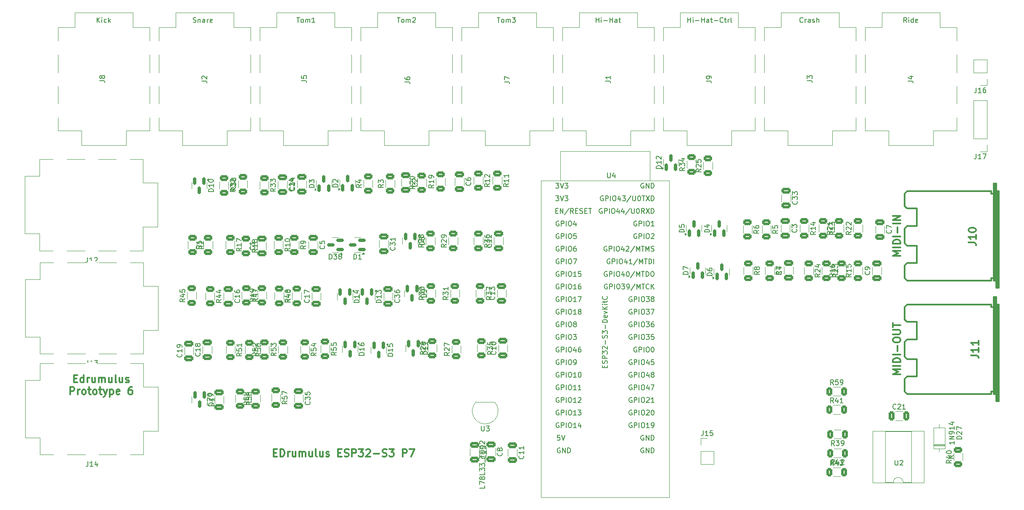
<source format=gto>
G04 #@! TF.GenerationSoftware,KiCad,Pcbnew,7.0.11+dfsg-1build4*
G04 #@! TF.CreationDate,2024-10-21T23:09:42+01:00*
G04 #@! TF.ProjectId,edrumulus,65647275-6d75-46c7-9573-2e6b69636164,rev?*
G04 #@! TF.SameCoordinates,Original*
G04 #@! TF.FileFunction,Legend,Top*
G04 #@! TF.FilePolarity,Positive*
%FSLAX46Y46*%
G04 Gerber Fmt 4.6, Leading zero omitted, Abs format (unit mm)*
G04 Created by KiCad (PCBNEW 7.0.11+dfsg-1build4) date 2024-10-21 23:09:42*
%MOMM*%
%LPD*%
G01*
G04 APERTURE LIST*
G04 Aperture macros list*
%AMRoundRect*
0 Rectangle with rounded corners*
0 $1 Rounding radius*
0 $2 $3 $4 $5 $6 $7 $8 $9 X,Y pos of 4 corners*
0 Add a 4 corners polygon primitive as box body*
4,1,4,$2,$3,$4,$5,$6,$7,$8,$9,$2,$3,0*
0 Add four circle primitives for the rounded corners*
1,1,$1+$1,$2,$3*
1,1,$1+$1,$4,$5*
1,1,$1+$1,$6,$7*
1,1,$1+$1,$8,$9*
0 Add four rect primitives between the rounded corners*
20,1,$1+$1,$2,$3,$4,$5,0*
20,1,$1+$1,$4,$5,$6,$7,0*
20,1,$1+$1,$6,$7,$8,$9,0*
20,1,$1+$1,$8,$9,$2,$3,0*%
G04 Aperture macros list end*
%ADD10C,0.300000*%
%ADD11C,0.150000*%
%ADD12C,0.120000*%
%ADD13C,0.304800*%
%ADD14RoundRect,0.250000X-0.325000X-0.650000X0.325000X-0.650000X0.325000X0.650000X-0.325000X0.650000X0*%
%ADD15RoundRect,0.250000X-0.312500X-0.625000X0.312500X-0.625000X0.312500X0.625000X-0.312500X0.625000X0*%
%ADD16RoundRect,0.250000X0.625000X-0.312500X0.625000X0.312500X-0.625000X0.312500X-0.625000X-0.312500X0*%
%ADD17RoundRect,0.250000X-0.625000X0.312500X-0.625000X-0.312500X0.625000X-0.312500X0.625000X0.312500X0*%
%ADD18RoundRect,0.250000X0.312500X0.625000X-0.312500X0.625000X-0.312500X-0.625000X0.312500X-0.625000X0*%
%ADD19RoundRect,0.150000X0.587500X0.150000X-0.587500X0.150000X-0.587500X-0.150000X0.587500X-0.150000X0*%
%ADD20RoundRect,0.150000X-0.150000X0.587500X-0.150000X-0.587500X0.150000X-0.587500X0.150000X0.587500X0*%
%ADD21RoundRect,0.150000X0.150000X-0.587500X0.150000X0.587500X-0.150000X0.587500X-0.150000X-0.587500X0*%
%ADD22RoundRect,0.250000X-0.650000X0.325000X-0.650000X-0.325000X0.650000X-0.325000X0.650000X0.325000X0*%
%ADD23RoundRect,0.250000X0.650000X-0.325000X0.650000X0.325000X-0.650000X0.325000X-0.650000X-0.325000X0*%
%ADD24C,3.000000*%
%ADD25R,1.050000X1.500000*%
%ADD26O,1.050000X1.500000*%
%ADD27R,1.600000X1.600000*%
%ADD28O,1.600000X1.600000*%
%ADD29R,1.700000X1.700000*%
%ADD30O,1.700000X1.700000*%
%ADD31C,2.500000*%
%ADD32R,2.000000X1.200000*%
%ADD33O,2.000000X1.200000*%
G04 APERTURE END LIST*
D10*
X77389510Y-119792114D02*
X77889510Y-119792114D01*
X78103796Y-120577828D02*
X77389510Y-120577828D01*
X77389510Y-120577828D02*
X77389510Y-119077828D01*
X77389510Y-119077828D02*
X78103796Y-119077828D01*
X78746653Y-120577828D02*
X78746653Y-119077828D01*
X78746653Y-119077828D02*
X79103796Y-119077828D01*
X79103796Y-119077828D02*
X79318082Y-119149257D01*
X79318082Y-119149257D02*
X79460939Y-119292114D01*
X79460939Y-119292114D02*
X79532368Y-119434971D01*
X79532368Y-119434971D02*
X79603796Y-119720685D01*
X79603796Y-119720685D02*
X79603796Y-119934971D01*
X79603796Y-119934971D02*
X79532368Y-120220685D01*
X79532368Y-120220685D02*
X79460939Y-120363542D01*
X79460939Y-120363542D02*
X79318082Y-120506400D01*
X79318082Y-120506400D02*
X79103796Y-120577828D01*
X79103796Y-120577828D02*
X78746653Y-120577828D01*
X80246653Y-120577828D02*
X80246653Y-119577828D01*
X80246653Y-119863542D02*
X80318082Y-119720685D01*
X80318082Y-119720685D02*
X80389511Y-119649257D01*
X80389511Y-119649257D02*
X80532368Y-119577828D01*
X80532368Y-119577828D02*
X80675225Y-119577828D01*
X81818082Y-119577828D02*
X81818082Y-120577828D01*
X81175224Y-119577828D02*
X81175224Y-120363542D01*
X81175224Y-120363542D02*
X81246653Y-120506400D01*
X81246653Y-120506400D02*
X81389510Y-120577828D01*
X81389510Y-120577828D02*
X81603796Y-120577828D01*
X81603796Y-120577828D02*
X81746653Y-120506400D01*
X81746653Y-120506400D02*
X81818082Y-120434971D01*
X82532367Y-120577828D02*
X82532367Y-119577828D01*
X82532367Y-119720685D02*
X82603796Y-119649257D01*
X82603796Y-119649257D02*
X82746653Y-119577828D01*
X82746653Y-119577828D02*
X82960939Y-119577828D01*
X82960939Y-119577828D02*
X83103796Y-119649257D01*
X83103796Y-119649257D02*
X83175225Y-119792114D01*
X83175225Y-119792114D02*
X83175225Y-120577828D01*
X83175225Y-119792114D02*
X83246653Y-119649257D01*
X83246653Y-119649257D02*
X83389510Y-119577828D01*
X83389510Y-119577828D02*
X83603796Y-119577828D01*
X83603796Y-119577828D02*
X83746653Y-119649257D01*
X83746653Y-119649257D02*
X83818082Y-119792114D01*
X83818082Y-119792114D02*
X83818082Y-120577828D01*
X85175225Y-119577828D02*
X85175225Y-120577828D01*
X84532367Y-119577828D02*
X84532367Y-120363542D01*
X84532367Y-120363542D02*
X84603796Y-120506400D01*
X84603796Y-120506400D02*
X84746653Y-120577828D01*
X84746653Y-120577828D02*
X84960939Y-120577828D01*
X84960939Y-120577828D02*
X85103796Y-120506400D01*
X85103796Y-120506400D02*
X85175225Y-120434971D01*
X86103796Y-120577828D02*
X85960939Y-120506400D01*
X85960939Y-120506400D02*
X85889510Y-120363542D01*
X85889510Y-120363542D02*
X85889510Y-119077828D01*
X87318082Y-119577828D02*
X87318082Y-120577828D01*
X86675224Y-119577828D02*
X86675224Y-120363542D01*
X86675224Y-120363542D02*
X86746653Y-120506400D01*
X86746653Y-120506400D02*
X86889510Y-120577828D01*
X86889510Y-120577828D02*
X87103796Y-120577828D01*
X87103796Y-120577828D02*
X87246653Y-120506400D01*
X87246653Y-120506400D02*
X87318082Y-120434971D01*
X87960939Y-120506400D02*
X88103796Y-120577828D01*
X88103796Y-120577828D02*
X88389510Y-120577828D01*
X88389510Y-120577828D02*
X88532367Y-120506400D01*
X88532367Y-120506400D02*
X88603796Y-120363542D01*
X88603796Y-120363542D02*
X88603796Y-120292114D01*
X88603796Y-120292114D02*
X88532367Y-120149257D01*
X88532367Y-120149257D02*
X88389510Y-120077828D01*
X88389510Y-120077828D02*
X88175225Y-120077828D01*
X88175225Y-120077828D02*
X88032367Y-120006400D01*
X88032367Y-120006400D02*
X87960939Y-119863542D01*
X87960939Y-119863542D02*
X87960939Y-119792114D01*
X87960939Y-119792114D02*
X88032367Y-119649257D01*
X88032367Y-119649257D02*
X88175225Y-119577828D01*
X88175225Y-119577828D02*
X88389510Y-119577828D01*
X88389510Y-119577828D02*
X88532367Y-119649257D01*
X90389510Y-119792114D02*
X90889510Y-119792114D01*
X91103796Y-120577828D02*
X90389510Y-120577828D01*
X90389510Y-120577828D02*
X90389510Y-119077828D01*
X90389510Y-119077828D02*
X91103796Y-119077828D01*
X91675225Y-120506400D02*
X91889511Y-120577828D01*
X91889511Y-120577828D02*
X92246653Y-120577828D01*
X92246653Y-120577828D02*
X92389511Y-120506400D01*
X92389511Y-120506400D02*
X92460939Y-120434971D01*
X92460939Y-120434971D02*
X92532368Y-120292114D01*
X92532368Y-120292114D02*
X92532368Y-120149257D01*
X92532368Y-120149257D02*
X92460939Y-120006400D01*
X92460939Y-120006400D02*
X92389511Y-119934971D01*
X92389511Y-119934971D02*
X92246653Y-119863542D01*
X92246653Y-119863542D02*
X91960939Y-119792114D01*
X91960939Y-119792114D02*
X91818082Y-119720685D01*
X91818082Y-119720685D02*
X91746653Y-119649257D01*
X91746653Y-119649257D02*
X91675225Y-119506400D01*
X91675225Y-119506400D02*
X91675225Y-119363542D01*
X91675225Y-119363542D02*
X91746653Y-119220685D01*
X91746653Y-119220685D02*
X91818082Y-119149257D01*
X91818082Y-119149257D02*
X91960939Y-119077828D01*
X91960939Y-119077828D02*
X92318082Y-119077828D01*
X92318082Y-119077828D02*
X92532368Y-119149257D01*
X93175224Y-120577828D02*
X93175224Y-119077828D01*
X93175224Y-119077828D02*
X93746653Y-119077828D01*
X93746653Y-119077828D02*
X93889510Y-119149257D01*
X93889510Y-119149257D02*
X93960939Y-119220685D01*
X93960939Y-119220685D02*
X94032367Y-119363542D01*
X94032367Y-119363542D02*
X94032367Y-119577828D01*
X94032367Y-119577828D02*
X93960939Y-119720685D01*
X93960939Y-119720685D02*
X93889510Y-119792114D01*
X93889510Y-119792114D02*
X93746653Y-119863542D01*
X93746653Y-119863542D02*
X93175224Y-119863542D01*
X94532367Y-119077828D02*
X95460939Y-119077828D01*
X95460939Y-119077828D02*
X94960939Y-119649257D01*
X94960939Y-119649257D02*
X95175224Y-119649257D01*
X95175224Y-119649257D02*
X95318082Y-119720685D01*
X95318082Y-119720685D02*
X95389510Y-119792114D01*
X95389510Y-119792114D02*
X95460939Y-119934971D01*
X95460939Y-119934971D02*
X95460939Y-120292114D01*
X95460939Y-120292114D02*
X95389510Y-120434971D01*
X95389510Y-120434971D02*
X95318082Y-120506400D01*
X95318082Y-120506400D02*
X95175224Y-120577828D01*
X95175224Y-120577828D02*
X94746653Y-120577828D01*
X94746653Y-120577828D02*
X94603796Y-120506400D01*
X94603796Y-120506400D02*
X94532367Y-120434971D01*
X96032367Y-119220685D02*
X96103795Y-119149257D01*
X96103795Y-119149257D02*
X96246653Y-119077828D01*
X96246653Y-119077828D02*
X96603795Y-119077828D01*
X96603795Y-119077828D02*
X96746653Y-119149257D01*
X96746653Y-119149257D02*
X96818081Y-119220685D01*
X96818081Y-119220685D02*
X96889510Y-119363542D01*
X96889510Y-119363542D02*
X96889510Y-119506400D01*
X96889510Y-119506400D02*
X96818081Y-119720685D01*
X96818081Y-119720685D02*
X95960938Y-120577828D01*
X95960938Y-120577828D02*
X96889510Y-120577828D01*
X97532366Y-120006400D02*
X98675224Y-120006400D01*
X99318081Y-120506400D02*
X99532367Y-120577828D01*
X99532367Y-120577828D02*
X99889509Y-120577828D01*
X99889509Y-120577828D02*
X100032367Y-120506400D01*
X100032367Y-120506400D02*
X100103795Y-120434971D01*
X100103795Y-120434971D02*
X100175224Y-120292114D01*
X100175224Y-120292114D02*
X100175224Y-120149257D01*
X100175224Y-120149257D02*
X100103795Y-120006400D01*
X100103795Y-120006400D02*
X100032367Y-119934971D01*
X100032367Y-119934971D02*
X99889509Y-119863542D01*
X99889509Y-119863542D02*
X99603795Y-119792114D01*
X99603795Y-119792114D02*
X99460938Y-119720685D01*
X99460938Y-119720685D02*
X99389509Y-119649257D01*
X99389509Y-119649257D02*
X99318081Y-119506400D01*
X99318081Y-119506400D02*
X99318081Y-119363542D01*
X99318081Y-119363542D02*
X99389509Y-119220685D01*
X99389509Y-119220685D02*
X99460938Y-119149257D01*
X99460938Y-119149257D02*
X99603795Y-119077828D01*
X99603795Y-119077828D02*
X99960938Y-119077828D01*
X99960938Y-119077828D02*
X100175224Y-119149257D01*
X100675223Y-119077828D02*
X101603795Y-119077828D01*
X101603795Y-119077828D02*
X101103795Y-119649257D01*
X101103795Y-119649257D02*
X101318080Y-119649257D01*
X101318080Y-119649257D02*
X101460938Y-119720685D01*
X101460938Y-119720685D02*
X101532366Y-119792114D01*
X101532366Y-119792114D02*
X101603795Y-119934971D01*
X101603795Y-119934971D02*
X101603795Y-120292114D01*
X101603795Y-120292114D02*
X101532366Y-120434971D01*
X101532366Y-120434971D02*
X101460938Y-120506400D01*
X101460938Y-120506400D02*
X101318080Y-120577828D01*
X101318080Y-120577828D02*
X100889509Y-120577828D01*
X100889509Y-120577828D02*
X100746652Y-120506400D01*
X100746652Y-120506400D02*
X100675223Y-120434971D01*
X103389508Y-120577828D02*
X103389508Y-119077828D01*
X103389508Y-119077828D02*
X103960937Y-119077828D01*
X103960937Y-119077828D02*
X104103794Y-119149257D01*
X104103794Y-119149257D02*
X104175223Y-119220685D01*
X104175223Y-119220685D02*
X104246651Y-119363542D01*
X104246651Y-119363542D02*
X104246651Y-119577828D01*
X104246651Y-119577828D02*
X104175223Y-119720685D01*
X104175223Y-119720685D02*
X104103794Y-119792114D01*
X104103794Y-119792114D02*
X103960937Y-119863542D01*
X103960937Y-119863542D02*
X103389508Y-119863542D01*
X104746651Y-119077828D02*
X105746651Y-119077828D01*
X105746651Y-119077828D02*
X105103794Y-120577828D01*
X37171999Y-104857114D02*
X37671999Y-104857114D01*
X37886285Y-105642828D02*
X37171999Y-105642828D01*
X37171999Y-105642828D02*
X37171999Y-104142828D01*
X37171999Y-104142828D02*
X37886285Y-104142828D01*
X39172000Y-105642828D02*
X39172000Y-104142828D01*
X39172000Y-105571400D02*
X39029142Y-105642828D01*
X39029142Y-105642828D02*
X38743428Y-105642828D01*
X38743428Y-105642828D02*
X38600571Y-105571400D01*
X38600571Y-105571400D02*
X38529142Y-105499971D01*
X38529142Y-105499971D02*
X38457714Y-105357114D01*
X38457714Y-105357114D02*
X38457714Y-104928542D01*
X38457714Y-104928542D02*
X38529142Y-104785685D01*
X38529142Y-104785685D02*
X38600571Y-104714257D01*
X38600571Y-104714257D02*
X38743428Y-104642828D01*
X38743428Y-104642828D02*
X39029142Y-104642828D01*
X39029142Y-104642828D02*
X39172000Y-104714257D01*
X39886285Y-105642828D02*
X39886285Y-104642828D01*
X39886285Y-104928542D02*
X39957714Y-104785685D01*
X39957714Y-104785685D02*
X40029143Y-104714257D01*
X40029143Y-104714257D02*
X40172000Y-104642828D01*
X40172000Y-104642828D02*
X40314857Y-104642828D01*
X41457714Y-104642828D02*
X41457714Y-105642828D01*
X40814856Y-104642828D02*
X40814856Y-105428542D01*
X40814856Y-105428542D02*
X40886285Y-105571400D01*
X40886285Y-105571400D02*
X41029142Y-105642828D01*
X41029142Y-105642828D02*
X41243428Y-105642828D01*
X41243428Y-105642828D02*
X41386285Y-105571400D01*
X41386285Y-105571400D02*
X41457714Y-105499971D01*
X42171999Y-105642828D02*
X42171999Y-104642828D01*
X42171999Y-104785685D02*
X42243428Y-104714257D01*
X42243428Y-104714257D02*
X42386285Y-104642828D01*
X42386285Y-104642828D02*
X42600571Y-104642828D01*
X42600571Y-104642828D02*
X42743428Y-104714257D01*
X42743428Y-104714257D02*
X42814857Y-104857114D01*
X42814857Y-104857114D02*
X42814857Y-105642828D01*
X42814857Y-104857114D02*
X42886285Y-104714257D01*
X42886285Y-104714257D02*
X43029142Y-104642828D01*
X43029142Y-104642828D02*
X43243428Y-104642828D01*
X43243428Y-104642828D02*
X43386285Y-104714257D01*
X43386285Y-104714257D02*
X43457714Y-104857114D01*
X43457714Y-104857114D02*
X43457714Y-105642828D01*
X44814857Y-104642828D02*
X44814857Y-105642828D01*
X44171999Y-104642828D02*
X44171999Y-105428542D01*
X44171999Y-105428542D02*
X44243428Y-105571400D01*
X44243428Y-105571400D02*
X44386285Y-105642828D01*
X44386285Y-105642828D02*
X44600571Y-105642828D01*
X44600571Y-105642828D02*
X44743428Y-105571400D01*
X44743428Y-105571400D02*
X44814857Y-105499971D01*
X45743428Y-105642828D02*
X45600571Y-105571400D01*
X45600571Y-105571400D02*
X45529142Y-105428542D01*
X45529142Y-105428542D02*
X45529142Y-104142828D01*
X46957714Y-104642828D02*
X46957714Y-105642828D01*
X46314856Y-104642828D02*
X46314856Y-105428542D01*
X46314856Y-105428542D02*
X46386285Y-105571400D01*
X46386285Y-105571400D02*
X46529142Y-105642828D01*
X46529142Y-105642828D02*
X46743428Y-105642828D01*
X46743428Y-105642828D02*
X46886285Y-105571400D01*
X46886285Y-105571400D02*
X46957714Y-105499971D01*
X47600571Y-105571400D02*
X47743428Y-105642828D01*
X47743428Y-105642828D02*
X48029142Y-105642828D01*
X48029142Y-105642828D02*
X48171999Y-105571400D01*
X48171999Y-105571400D02*
X48243428Y-105428542D01*
X48243428Y-105428542D02*
X48243428Y-105357114D01*
X48243428Y-105357114D02*
X48171999Y-105214257D01*
X48171999Y-105214257D02*
X48029142Y-105142828D01*
X48029142Y-105142828D02*
X47814857Y-105142828D01*
X47814857Y-105142828D02*
X47671999Y-105071400D01*
X47671999Y-105071400D02*
X47600571Y-104928542D01*
X47600571Y-104928542D02*
X47600571Y-104857114D01*
X47600571Y-104857114D02*
X47671999Y-104714257D01*
X47671999Y-104714257D02*
X47814857Y-104642828D01*
X47814857Y-104642828D02*
X48029142Y-104642828D01*
X48029142Y-104642828D02*
X48171999Y-104714257D01*
X36422000Y-108057828D02*
X36422000Y-106557828D01*
X36422000Y-106557828D02*
X36993429Y-106557828D01*
X36993429Y-106557828D02*
X37136286Y-106629257D01*
X37136286Y-106629257D02*
X37207715Y-106700685D01*
X37207715Y-106700685D02*
X37279143Y-106843542D01*
X37279143Y-106843542D02*
X37279143Y-107057828D01*
X37279143Y-107057828D02*
X37207715Y-107200685D01*
X37207715Y-107200685D02*
X37136286Y-107272114D01*
X37136286Y-107272114D02*
X36993429Y-107343542D01*
X36993429Y-107343542D02*
X36422000Y-107343542D01*
X37922000Y-108057828D02*
X37922000Y-107057828D01*
X37922000Y-107343542D02*
X37993429Y-107200685D01*
X37993429Y-107200685D02*
X38064858Y-107129257D01*
X38064858Y-107129257D02*
X38207715Y-107057828D01*
X38207715Y-107057828D02*
X38350572Y-107057828D01*
X39064857Y-108057828D02*
X38922000Y-107986400D01*
X38922000Y-107986400D02*
X38850571Y-107914971D01*
X38850571Y-107914971D02*
X38779143Y-107772114D01*
X38779143Y-107772114D02*
X38779143Y-107343542D01*
X38779143Y-107343542D02*
X38850571Y-107200685D01*
X38850571Y-107200685D02*
X38922000Y-107129257D01*
X38922000Y-107129257D02*
X39064857Y-107057828D01*
X39064857Y-107057828D02*
X39279143Y-107057828D01*
X39279143Y-107057828D02*
X39422000Y-107129257D01*
X39422000Y-107129257D02*
X39493429Y-107200685D01*
X39493429Y-107200685D02*
X39564857Y-107343542D01*
X39564857Y-107343542D02*
X39564857Y-107772114D01*
X39564857Y-107772114D02*
X39493429Y-107914971D01*
X39493429Y-107914971D02*
X39422000Y-107986400D01*
X39422000Y-107986400D02*
X39279143Y-108057828D01*
X39279143Y-108057828D02*
X39064857Y-108057828D01*
X39993429Y-107057828D02*
X40564857Y-107057828D01*
X40207714Y-106557828D02*
X40207714Y-107843542D01*
X40207714Y-107843542D02*
X40279143Y-107986400D01*
X40279143Y-107986400D02*
X40422000Y-108057828D01*
X40422000Y-108057828D02*
X40564857Y-108057828D01*
X41279143Y-108057828D02*
X41136286Y-107986400D01*
X41136286Y-107986400D02*
X41064857Y-107914971D01*
X41064857Y-107914971D02*
X40993429Y-107772114D01*
X40993429Y-107772114D02*
X40993429Y-107343542D01*
X40993429Y-107343542D02*
X41064857Y-107200685D01*
X41064857Y-107200685D02*
X41136286Y-107129257D01*
X41136286Y-107129257D02*
X41279143Y-107057828D01*
X41279143Y-107057828D02*
X41493429Y-107057828D01*
X41493429Y-107057828D02*
X41636286Y-107129257D01*
X41636286Y-107129257D02*
X41707715Y-107200685D01*
X41707715Y-107200685D02*
X41779143Y-107343542D01*
X41779143Y-107343542D02*
X41779143Y-107772114D01*
X41779143Y-107772114D02*
X41707715Y-107914971D01*
X41707715Y-107914971D02*
X41636286Y-107986400D01*
X41636286Y-107986400D02*
X41493429Y-108057828D01*
X41493429Y-108057828D02*
X41279143Y-108057828D01*
X42207715Y-107057828D02*
X42779143Y-107057828D01*
X42422000Y-106557828D02*
X42422000Y-107843542D01*
X42422000Y-107843542D02*
X42493429Y-107986400D01*
X42493429Y-107986400D02*
X42636286Y-108057828D01*
X42636286Y-108057828D02*
X42779143Y-108057828D01*
X43136286Y-107057828D02*
X43493429Y-108057828D01*
X43850572Y-107057828D02*
X43493429Y-108057828D01*
X43493429Y-108057828D02*
X43350572Y-108414971D01*
X43350572Y-108414971D02*
X43279143Y-108486400D01*
X43279143Y-108486400D02*
X43136286Y-108557828D01*
X44422000Y-107057828D02*
X44422000Y-108557828D01*
X44422000Y-107129257D02*
X44564858Y-107057828D01*
X44564858Y-107057828D02*
X44850572Y-107057828D01*
X44850572Y-107057828D02*
X44993429Y-107129257D01*
X44993429Y-107129257D02*
X45064858Y-107200685D01*
X45064858Y-107200685D02*
X45136286Y-107343542D01*
X45136286Y-107343542D02*
X45136286Y-107772114D01*
X45136286Y-107772114D02*
X45064858Y-107914971D01*
X45064858Y-107914971D02*
X44993429Y-107986400D01*
X44993429Y-107986400D02*
X44850572Y-108057828D01*
X44850572Y-108057828D02*
X44564858Y-108057828D01*
X44564858Y-108057828D02*
X44422000Y-107986400D01*
X46350572Y-107986400D02*
X46207715Y-108057828D01*
X46207715Y-108057828D02*
X45922001Y-108057828D01*
X45922001Y-108057828D02*
X45779143Y-107986400D01*
X45779143Y-107986400D02*
X45707715Y-107843542D01*
X45707715Y-107843542D02*
X45707715Y-107272114D01*
X45707715Y-107272114D02*
X45779143Y-107129257D01*
X45779143Y-107129257D02*
X45922001Y-107057828D01*
X45922001Y-107057828D02*
X46207715Y-107057828D01*
X46207715Y-107057828D02*
X46350572Y-107129257D01*
X46350572Y-107129257D02*
X46422001Y-107272114D01*
X46422001Y-107272114D02*
X46422001Y-107414971D01*
X46422001Y-107414971D02*
X45707715Y-107557828D01*
X48850572Y-106557828D02*
X48564857Y-106557828D01*
X48564857Y-106557828D02*
X48422000Y-106629257D01*
X48422000Y-106629257D02*
X48350572Y-106700685D01*
X48350572Y-106700685D02*
X48207714Y-106914971D01*
X48207714Y-106914971D02*
X48136286Y-107200685D01*
X48136286Y-107200685D02*
X48136286Y-107772114D01*
X48136286Y-107772114D02*
X48207714Y-107914971D01*
X48207714Y-107914971D02*
X48279143Y-107986400D01*
X48279143Y-107986400D02*
X48422000Y-108057828D01*
X48422000Y-108057828D02*
X48707714Y-108057828D01*
X48707714Y-108057828D02*
X48850572Y-107986400D01*
X48850572Y-107986400D02*
X48922000Y-107914971D01*
X48922000Y-107914971D02*
X48993429Y-107772114D01*
X48993429Y-107772114D02*
X48993429Y-107414971D01*
X48993429Y-107414971D02*
X48922000Y-107272114D01*
X48922000Y-107272114D02*
X48850572Y-107200685D01*
X48850572Y-107200685D02*
X48707714Y-107129257D01*
X48707714Y-107129257D02*
X48422000Y-107129257D01*
X48422000Y-107129257D02*
X48279143Y-107200685D01*
X48279143Y-107200685D02*
X48207714Y-107272114D01*
X48207714Y-107272114D02*
X48136286Y-107414971D01*
D11*
X202733142Y-110904580D02*
X202685523Y-110952200D01*
X202685523Y-110952200D02*
X202542666Y-110999819D01*
X202542666Y-110999819D02*
X202447428Y-110999819D01*
X202447428Y-110999819D02*
X202304571Y-110952200D01*
X202304571Y-110952200D02*
X202209333Y-110856961D01*
X202209333Y-110856961D02*
X202161714Y-110761723D01*
X202161714Y-110761723D02*
X202114095Y-110571247D01*
X202114095Y-110571247D02*
X202114095Y-110428390D01*
X202114095Y-110428390D02*
X202161714Y-110237914D01*
X202161714Y-110237914D02*
X202209333Y-110142676D01*
X202209333Y-110142676D02*
X202304571Y-110047438D01*
X202304571Y-110047438D02*
X202447428Y-109999819D01*
X202447428Y-109999819D02*
X202542666Y-109999819D01*
X202542666Y-109999819D02*
X202685523Y-110047438D01*
X202685523Y-110047438D02*
X202733142Y-110095057D01*
X203114095Y-110095057D02*
X203161714Y-110047438D01*
X203161714Y-110047438D02*
X203256952Y-109999819D01*
X203256952Y-109999819D02*
X203495047Y-109999819D01*
X203495047Y-109999819D02*
X203590285Y-110047438D01*
X203590285Y-110047438D02*
X203637904Y-110095057D01*
X203637904Y-110095057D02*
X203685523Y-110190295D01*
X203685523Y-110190295D02*
X203685523Y-110285533D01*
X203685523Y-110285533D02*
X203637904Y-110428390D01*
X203637904Y-110428390D02*
X203066476Y-110999819D01*
X203066476Y-110999819D02*
X203685523Y-110999819D01*
X204637904Y-110999819D02*
X204066476Y-110999819D01*
X204352190Y-110999819D02*
X204352190Y-109999819D01*
X204352190Y-109999819D02*
X204256952Y-110142676D01*
X204256952Y-110142676D02*
X204161714Y-110237914D01*
X204161714Y-110237914D02*
X204066476Y-110285533D01*
X190172642Y-106076819D02*
X189839309Y-105600628D01*
X189601214Y-106076819D02*
X189601214Y-105076819D01*
X189601214Y-105076819D02*
X189982166Y-105076819D01*
X189982166Y-105076819D02*
X190077404Y-105124438D01*
X190077404Y-105124438D02*
X190125023Y-105172057D01*
X190125023Y-105172057D02*
X190172642Y-105267295D01*
X190172642Y-105267295D02*
X190172642Y-105410152D01*
X190172642Y-105410152D02*
X190125023Y-105505390D01*
X190125023Y-105505390D02*
X190077404Y-105553009D01*
X190077404Y-105553009D02*
X189982166Y-105600628D01*
X189982166Y-105600628D02*
X189601214Y-105600628D01*
X191077404Y-105076819D02*
X190601214Y-105076819D01*
X190601214Y-105076819D02*
X190553595Y-105553009D01*
X190553595Y-105553009D02*
X190601214Y-105505390D01*
X190601214Y-105505390D02*
X190696452Y-105457771D01*
X190696452Y-105457771D02*
X190934547Y-105457771D01*
X190934547Y-105457771D02*
X191029785Y-105505390D01*
X191029785Y-105505390D02*
X191077404Y-105553009D01*
X191077404Y-105553009D02*
X191125023Y-105648247D01*
X191125023Y-105648247D02*
X191125023Y-105886342D01*
X191125023Y-105886342D02*
X191077404Y-105981580D01*
X191077404Y-105981580D02*
X191029785Y-106029200D01*
X191029785Y-106029200D02*
X190934547Y-106076819D01*
X190934547Y-106076819D02*
X190696452Y-106076819D01*
X190696452Y-106076819D02*
X190601214Y-106029200D01*
X190601214Y-106029200D02*
X190553595Y-105981580D01*
X191601214Y-106076819D02*
X191791690Y-106076819D01*
X191791690Y-106076819D02*
X191886928Y-106029200D01*
X191886928Y-106029200D02*
X191934547Y-105981580D01*
X191934547Y-105981580D02*
X192029785Y-105838723D01*
X192029785Y-105838723D02*
X192077404Y-105648247D01*
X192077404Y-105648247D02*
X192077404Y-105267295D01*
X192077404Y-105267295D02*
X192029785Y-105172057D01*
X192029785Y-105172057D02*
X191982166Y-105124438D01*
X191982166Y-105124438D02*
X191886928Y-105076819D01*
X191886928Y-105076819D02*
X191696452Y-105076819D01*
X191696452Y-105076819D02*
X191601214Y-105124438D01*
X191601214Y-105124438D02*
X191553595Y-105172057D01*
X191553595Y-105172057D02*
X191505976Y-105267295D01*
X191505976Y-105267295D02*
X191505976Y-105505390D01*
X191505976Y-105505390D02*
X191553595Y-105600628D01*
X191553595Y-105600628D02*
X191601214Y-105648247D01*
X191601214Y-105648247D02*
X191696452Y-105695866D01*
X191696452Y-105695866D02*
X191886928Y-105695866D01*
X191886928Y-105695866D02*
X191982166Y-105648247D01*
X191982166Y-105648247D02*
X192029785Y-105600628D01*
X192029785Y-105600628D02*
X192077404Y-105505390D01*
X72421819Y-109543357D02*
X71945628Y-109876690D01*
X72421819Y-110114785D02*
X71421819Y-110114785D01*
X71421819Y-110114785D02*
X71421819Y-109733833D01*
X71421819Y-109733833D02*
X71469438Y-109638595D01*
X71469438Y-109638595D02*
X71517057Y-109590976D01*
X71517057Y-109590976D02*
X71612295Y-109543357D01*
X71612295Y-109543357D02*
X71755152Y-109543357D01*
X71755152Y-109543357D02*
X71850390Y-109590976D01*
X71850390Y-109590976D02*
X71898009Y-109638595D01*
X71898009Y-109638595D02*
X71945628Y-109733833D01*
X71945628Y-109733833D02*
X71945628Y-110114785D01*
X71421819Y-108638595D02*
X71421819Y-109114785D01*
X71421819Y-109114785D02*
X71898009Y-109162404D01*
X71898009Y-109162404D02*
X71850390Y-109114785D01*
X71850390Y-109114785D02*
X71802771Y-109019547D01*
X71802771Y-109019547D02*
X71802771Y-108781452D01*
X71802771Y-108781452D02*
X71850390Y-108686214D01*
X71850390Y-108686214D02*
X71898009Y-108638595D01*
X71898009Y-108638595D02*
X71993247Y-108590976D01*
X71993247Y-108590976D02*
X72231342Y-108590976D01*
X72231342Y-108590976D02*
X72326580Y-108638595D01*
X72326580Y-108638595D02*
X72374200Y-108686214D01*
X72374200Y-108686214D02*
X72421819Y-108781452D01*
X72421819Y-108781452D02*
X72421819Y-109019547D01*
X72421819Y-109019547D02*
X72374200Y-109114785D01*
X72374200Y-109114785D02*
X72326580Y-109162404D01*
X71850390Y-108019547D02*
X71802771Y-108114785D01*
X71802771Y-108114785D02*
X71755152Y-108162404D01*
X71755152Y-108162404D02*
X71659914Y-108210023D01*
X71659914Y-108210023D02*
X71612295Y-108210023D01*
X71612295Y-108210023D02*
X71517057Y-108162404D01*
X71517057Y-108162404D02*
X71469438Y-108114785D01*
X71469438Y-108114785D02*
X71421819Y-108019547D01*
X71421819Y-108019547D02*
X71421819Y-107829071D01*
X71421819Y-107829071D02*
X71469438Y-107733833D01*
X71469438Y-107733833D02*
X71517057Y-107686214D01*
X71517057Y-107686214D02*
X71612295Y-107638595D01*
X71612295Y-107638595D02*
X71659914Y-107638595D01*
X71659914Y-107638595D02*
X71755152Y-107686214D01*
X71755152Y-107686214D02*
X71802771Y-107733833D01*
X71802771Y-107733833D02*
X71850390Y-107829071D01*
X71850390Y-107829071D02*
X71850390Y-108019547D01*
X71850390Y-108019547D02*
X71898009Y-108114785D01*
X71898009Y-108114785D02*
X71945628Y-108162404D01*
X71945628Y-108162404D02*
X72040866Y-108210023D01*
X72040866Y-108210023D02*
X72231342Y-108210023D01*
X72231342Y-108210023D02*
X72326580Y-108162404D01*
X72326580Y-108162404D02*
X72374200Y-108114785D01*
X72374200Y-108114785D02*
X72421819Y-108019547D01*
X72421819Y-108019547D02*
X72421819Y-107829071D01*
X72421819Y-107829071D02*
X72374200Y-107733833D01*
X72374200Y-107733833D02*
X72326580Y-107686214D01*
X72326580Y-107686214D02*
X72231342Y-107638595D01*
X72231342Y-107638595D02*
X72040866Y-107638595D01*
X72040866Y-107638595D02*
X71945628Y-107686214D01*
X71945628Y-107686214D02*
X71898009Y-107733833D01*
X71898009Y-107733833D02*
X71850390Y-107829071D01*
X80125819Y-109354857D02*
X79649628Y-109688190D01*
X80125819Y-109926285D02*
X79125819Y-109926285D01*
X79125819Y-109926285D02*
X79125819Y-109545333D01*
X79125819Y-109545333D02*
X79173438Y-109450095D01*
X79173438Y-109450095D02*
X79221057Y-109402476D01*
X79221057Y-109402476D02*
X79316295Y-109354857D01*
X79316295Y-109354857D02*
X79459152Y-109354857D01*
X79459152Y-109354857D02*
X79554390Y-109402476D01*
X79554390Y-109402476D02*
X79602009Y-109450095D01*
X79602009Y-109450095D02*
X79649628Y-109545333D01*
X79649628Y-109545333D02*
X79649628Y-109926285D01*
X79125819Y-108450095D02*
X79125819Y-108926285D01*
X79125819Y-108926285D02*
X79602009Y-108973904D01*
X79602009Y-108973904D02*
X79554390Y-108926285D01*
X79554390Y-108926285D02*
X79506771Y-108831047D01*
X79506771Y-108831047D02*
X79506771Y-108592952D01*
X79506771Y-108592952D02*
X79554390Y-108497714D01*
X79554390Y-108497714D02*
X79602009Y-108450095D01*
X79602009Y-108450095D02*
X79697247Y-108402476D01*
X79697247Y-108402476D02*
X79935342Y-108402476D01*
X79935342Y-108402476D02*
X80030580Y-108450095D01*
X80030580Y-108450095D02*
X80078200Y-108497714D01*
X80078200Y-108497714D02*
X80125819Y-108592952D01*
X80125819Y-108592952D02*
X80125819Y-108831047D01*
X80125819Y-108831047D02*
X80078200Y-108926285D01*
X80078200Y-108926285D02*
X80030580Y-108973904D01*
X79125819Y-108069142D02*
X79125819Y-107402476D01*
X79125819Y-107402476D02*
X80125819Y-107831047D01*
X72886819Y-109543357D02*
X72410628Y-109876690D01*
X72886819Y-110114785D02*
X71886819Y-110114785D01*
X71886819Y-110114785D02*
X71886819Y-109733833D01*
X71886819Y-109733833D02*
X71934438Y-109638595D01*
X71934438Y-109638595D02*
X71982057Y-109590976D01*
X71982057Y-109590976D02*
X72077295Y-109543357D01*
X72077295Y-109543357D02*
X72220152Y-109543357D01*
X72220152Y-109543357D02*
X72315390Y-109590976D01*
X72315390Y-109590976D02*
X72363009Y-109638595D01*
X72363009Y-109638595D02*
X72410628Y-109733833D01*
X72410628Y-109733833D02*
X72410628Y-110114785D01*
X71886819Y-108638595D02*
X71886819Y-109114785D01*
X71886819Y-109114785D02*
X72363009Y-109162404D01*
X72363009Y-109162404D02*
X72315390Y-109114785D01*
X72315390Y-109114785D02*
X72267771Y-109019547D01*
X72267771Y-109019547D02*
X72267771Y-108781452D01*
X72267771Y-108781452D02*
X72315390Y-108686214D01*
X72315390Y-108686214D02*
X72363009Y-108638595D01*
X72363009Y-108638595D02*
X72458247Y-108590976D01*
X72458247Y-108590976D02*
X72696342Y-108590976D01*
X72696342Y-108590976D02*
X72791580Y-108638595D01*
X72791580Y-108638595D02*
X72839200Y-108686214D01*
X72839200Y-108686214D02*
X72886819Y-108781452D01*
X72886819Y-108781452D02*
X72886819Y-109019547D01*
X72886819Y-109019547D02*
X72839200Y-109114785D01*
X72839200Y-109114785D02*
X72791580Y-109162404D01*
X71886819Y-107733833D02*
X71886819Y-107924309D01*
X71886819Y-107924309D02*
X71934438Y-108019547D01*
X71934438Y-108019547D02*
X71982057Y-108067166D01*
X71982057Y-108067166D02*
X72124914Y-108162404D01*
X72124914Y-108162404D02*
X72315390Y-108210023D01*
X72315390Y-108210023D02*
X72696342Y-108210023D01*
X72696342Y-108210023D02*
X72791580Y-108162404D01*
X72791580Y-108162404D02*
X72839200Y-108114785D01*
X72839200Y-108114785D02*
X72886819Y-108019547D01*
X72886819Y-108019547D02*
X72886819Y-107829071D01*
X72886819Y-107829071D02*
X72839200Y-107733833D01*
X72839200Y-107733833D02*
X72791580Y-107686214D01*
X72791580Y-107686214D02*
X72696342Y-107638595D01*
X72696342Y-107638595D02*
X72458247Y-107638595D01*
X72458247Y-107638595D02*
X72363009Y-107686214D01*
X72363009Y-107686214D02*
X72315390Y-107733833D01*
X72315390Y-107733833D02*
X72267771Y-107829071D01*
X72267771Y-107829071D02*
X72267771Y-108019547D01*
X72267771Y-108019547D02*
X72315390Y-108114785D01*
X72315390Y-108114785D02*
X72363009Y-108162404D01*
X72363009Y-108162404D02*
X72458247Y-108210023D01*
X90031819Y-99526857D02*
X89555628Y-99860190D01*
X90031819Y-100098285D02*
X89031819Y-100098285D01*
X89031819Y-100098285D02*
X89031819Y-99717333D01*
X89031819Y-99717333D02*
X89079438Y-99622095D01*
X89079438Y-99622095D02*
X89127057Y-99574476D01*
X89127057Y-99574476D02*
X89222295Y-99526857D01*
X89222295Y-99526857D02*
X89365152Y-99526857D01*
X89365152Y-99526857D02*
X89460390Y-99574476D01*
X89460390Y-99574476D02*
X89508009Y-99622095D01*
X89508009Y-99622095D02*
X89555628Y-99717333D01*
X89555628Y-99717333D02*
X89555628Y-100098285D01*
X89031819Y-98622095D02*
X89031819Y-99098285D01*
X89031819Y-99098285D02*
X89508009Y-99145904D01*
X89508009Y-99145904D02*
X89460390Y-99098285D01*
X89460390Y-99098285D02*
X89412771Y-99003047D01*
X89412771Y-99003047D02*
X89412771Y-98764952D01*
X89412771Y-98764952D02*
X89460390Y-98669714D01*
X89460390Y-98669714D02*
X89508009Y-98622095D01*
X89508009Y-98622095D02*
X89603247Y-98574476D01*
X89603247Y-98574476D02*
X89841342Y-98574476D01*
X89841342Y-98574476D02*
X89936580Y-98622095D01*
X89936580Y-98622095D02*
X89984200Y-98669714D01*
X89984200Y-98669714D02*
X90031819Y-98764952D01*
X90031819Y-98764952D02*
X90031819Y-99003047D01*
X90031819Y-99003047D02*
X89984200Y-99098285D01*
X89984200Y-99098285D02*
X89936580Y-99145904D01*
X89031819Y-97669714D02*
X89031819Y-98145904D01*
X89031819Y-98145904D02*
X89508009Y-98193523D01*
X89508009Y-98193523D02*
X89460390Y-98145904D01*
X89460390Y-98145904D02*
X89412771Y-98050666D01*
X89412771Y-98050666D02*
X89412771Y-97812571D01*
X89412771Y-97812571D02*
X89460390Y-97717333D01*
X89460390Y-97717333D02*
X89508009Y-97669714D01*
X89508009Y-97669714D02*
X89603247Y-97622095D01*
X89603247Y-97622095D02*
X89841342Y-97622095D01*
X89841342Y-97622095D02*
X89936580Y-97669714D01*
X89936580Y-97669714D02*
X89984200Y-97717333D01*
X89984200Y-97717333D02*
X90031819Y-97812571D01*
X90031819Y-97812571D02*
X90031819Y-98050666D01*
X90031819Y-98050666D02*
X89984200Y-98145904D01*
X89984200Y-98145904D02*
X89936580Y-98193523D01*
X85967819Y-99653857D02*
X85491628Y-99987190D01*
X85967819Y-100225285D02*
X84967819Y-100225285D01*
X84967819Y-100225285D02*
X84967819Y-99844333D01*
X84967819Y-99844333D02*
X85015438Y-99749095D01*
X85015438Y-99749095D02*
X85063057Y-99701476D01*
X85063057Y-99701476D02*
X85158295Y-99653857D01*
X85158295Y-99653857D02*
X85301152Y-99653857D01*
X85301152Y-99653857D02*
X85396390Y-99701476D01*
X85396390Y-99701476D02*
X85444009Y-99749095D01*
X85444009Y-99749095D02*
X85491628Y-99844333D01*
X85491628Y-99844333D02*
X85491628Y-100225285D01*
X84967819Y-98749095D02*
X84967819Y-99225285D01*
X84967819Y-99225285D02*
X85444009Y-99272904D01*
X85444009Y-99272904D02*
X85396390Y-99225285D01*
X85396390Y-99225285D02*
X85348771Y-99130047D01*
X85348771Y-99130047D02*
X85348771Y-98891952D01*
X85348771Y-98891952D02*
X85396390Y-98796714D01*
X85396390Y-98796714D02*
X85444009Y-98749095D01*
X85444009Y-98749095D02*
X85539247Y-98701476D01*
X85539247Y-98701476D02*
X85777342Y-98701476D01*
X85777342Y-98701476D02*
X85872580Y-98749095D01*
X85872580Y-98749095D02*
X85920200Y-98796714D01*
X85920200Y-98796714D02*
X85967819Y-98891952D01*
X85967819Y-98891952D02*
X85967819Y-99130047D01*
X85967819Y-99130047D02*
X85920200Y-99225285D01*
X85920200Y-99225285D02*
X85872580Y-99272904D01*
X85301152Y-97844333D02*
X85967819Y-97844333D01*
X84920200Y-98082428D02*
X85634485Y-98320523D01*
X85634485Y-98320523D02*
X85634485Y-97701476D01*
X77882819Y-99653857D02*
X77406628Y-99987190D01*
X77882819Y-100225285D02*
X76882819Y-100225285D01*
X76882819Y-100225285D02*
X76882819Y-99844333D01*
X76882819Y-99844333D02*
X76930438Y-99749095D01*
X76930438Y-99749095D02*
X76978057Y-99701476D01*
X76978057Y-99701476D02*
X77073295Y-99653857D01*
X77073295Y-99653857D02*
X77216152Y-99653857D01*
X77216152Y-99653857D02*
X77311390Y-99701476D01*
X77311390Y-99701476D02*
X77359009Y-99749095D01*
X77359009Y-99749095D02*
X77406628Y-99844333D01*
X77406628Y-99844333D02*
X77406628Y-100225285D01*
X76882819Y-98749095D02*
X76882819Y-99225285D01*
X76882819Y-99225285D02*
X77359009Y-99272904D01*
X77359009Y-99272904D02*
X77311390Y-99225285D01*
X77311390Y-99225285D02*
X77263771Y-99130047D01*
X77263771Y-99130047D02*
X77263771Y-98891952D01*
X77263771Y-98891952D02*
X77311390Y-98796714D01*
X77311390Y-98796714D02*
X77359009Y-98749095D01*
X77359009Y-98749095D02*
X77454247Y-98701476D01*
X77454247Y-98701476D02*
X77692342Y-98701476D01*
X77692342Y-98701476D02*
X77787580Y-98749095D01*
X77787580Y-98749095D02*
X77835200Y-98796714D01*
X77835200Y-98796714D02*
X77882819Y-98891952D01*
X77882819Y-98891952D02*
X77882819Y-99130047D01*
X77882819Y-99130047D02*
X77835200Y-99225285D01*
X77835200Y-99225285D02*
X77787580Y-99272904D01*
X76882819Y-98368142D02*
X76882819Y-97749095D01*
X76882819Y-97749095D02*
X77263771Y-98082428D01*
X77263771Y-98082428D02*
X77263771Y-97939571D01*
X77263771Y-97939571D02*
X77311390Y-97844333D01*
X77311390Y-97844333D02*
X77359009Y-97796714D01*
X77359009Y-97796714D02*
X77454247Y-97749095D01*
X77454247Y-97749095D02*
X77692342Y-97749095D01*
X77692342Y-97749095D02*
X77787580Y-97796714D01*
X77787580Y-97796714D02*
X77835200Y-97844333D01*
X77835200Y-97844333D02*
X77882819Y-97939571D01*
X77882819Y-97939571D02*
X77882819Y-98225285D01*
X77882819Y-98225285D02*
X77835200Y-98320523D01*
X77835200Y-98320523D02*
X77787580Y-98368142D01*
X74199819Y-99653857D02*
X73723628Y-99987190D01*
X74199819Y-100225285D02*
X73199819Y-100225285D01*
X73199819Y-100225285D02*
X73199819Y-99844333D01*
X73199819Y-99844333D02*
X73247438Y-99749095D01*
X73247438Y-99749095D02*
X73295057Y-99701476D01*
X73295057Y-99701476D02*
X73390295Y-99653857D01*
X73390295Y-99653857D02*
X73533152Y-99653857D01*
X73533152Y-99653857D02*
X73628390Y-99701476D01*
X73628390Y-99701476D02*
X73676009Y-99749095D01*
X73676009Y-99749095D02*
X73723628Y-99844333D01*
X73723628Y-99844333D02*
X73723628Y-100225285D01*
X73199819Y-98749095D02*
X73199819Y-99225285D01*
X73199819Y-99225285D02*
X73676009Y-99272904D01*
X73676009Y-99272904D02*
X73628390Y-99225285D01*
X73628390Y-99225285D02*
X73580771Y-99130047D01*
X73580771Y-99130047D02*
X73580771Y-98891952D01*
X73580771Y-98891952D02*
X73628390Y-98796714D01*
X73628390Y-98796714D02*
X73676009Y-98749095D01*
X73676009Y-98749095D02*
X73771247Y-98701476D01*
X73771247Y-98701476D02*
X74009342Y-98701476D01*
X74009342Y-98701476D02*
X74104580Y-98749095D01*
X74104580Y-98749095D02*
X74152200Y-98796714D01*
X74152200Y-98796714D02*
X74199819Y-98891952D01*
X74199819Y-98891952D02*
X74199819Y-99130047D01*
X74199819Y-99130047D02*
X74152200Y-99225285D01*
X74152200Y-99225285D02*
X74104580Y-99272904D01*
X73295057Y-98320523D02*
X73247438Y-98272904D01*
X73247438Y-98272904D02*
X73199819Y-98177666D01*
X73199819Y-98177666D02*
X73199819Y-97939571D01*
X73199819Y-97939571D02*
X73247438Y-97844333D01*
X73247438Y-97844333D02*
X73295057Y-97796714D01*
X73295057Y-97796714D02*
X73390295Y-97749095D01*
X73390295Y-97749095D02*
X73485533Y-97749095D01*
X73485533Y-97749095D02*
X73628390Y-97796714D01*
X73628390Y-97796714D02*
X74199819Y-98368142D01*
X74199819Y-98368142D02*
X74199819Y-97749095D01*
X70981819Y-99719357D02*
X70505628Y-100052690D01*
X70981819Y-100290785D02*
X69981819Y-100290785D01*
X69981819Y-100290785D02*
X69981819Y-99909833D01*
X69981819Y-99909833D02*
X70029438Y-99814595D01*
X70029438Y-99814595D02*
X70077057Y-99766976D01*
X70077057Y-99766976D02*
X70172295Y-99719357D01*
X70172295Y-99719357D02*
X70315152Y-99719357D01*
X70315152Y-99719357D02*
X70410390Y-99766976D01*
X70410390Y-99766976D02*
X70458009Y-99814595D01*
X70458009Y-99814595D02*
X70505628Y-99909833D01*
X70505628Y-99909833D02*
X70505628Y-100290785D01*
X69981819Y-98814595D02*
X69981819Y-99290785D01*
X69981819Y-99290785D02*
X70458009Y-99338404D01*
X70458009Y-99338404D02*
X70410390Y-99290785D01*
X70410390Y-99290785D02*
X70362771Y-99195547D01*
X70362771Y-99195547D02*
X70362771Y-98957452D01*
X70362771Y-98957452D02*
X70410390Y-98862214D01*
X70410390Y-98862214D02*
X70458009Y-98814595D01*
X70458009Y-98814595D02*
X70553247Y-98766976D01*
X70553247Y-98766976D02*
X70791342Y-98766976D01*
X70791342Y-98766976D02*
X70886580Y-98814595D01*
X70886580Y-98814595D02*
X70934200Y-98862214D01*
X70934200Y-98862214D02*
X70981819Y-98957452D01*
X70981819Y-98957452D02*
X70981819Y-99195547D01*
X70981819Y-99195547D02*
X70934200Y-99290785D01*
X70934200Y-99290785D02*
X70886580Y-99338404D01*
X70981819Y-97814595D02*
X70981819Y-98386023D01*
X70981819Y-98100309D02*
X69981819Y-98100309D01*
X69981819Y-98100309D02*
X70124676Y-98195547D01*
X70124676Y-98195547D02*
X70219914Y-98290785D01*
X70219914Y-98290785D02*
X70267533Y-98386023D01*
X74791819Y-99719357D02*
X74315628Y-100052690D01*
X74791819Y-100290785D02*
X73791819Y-100290785D01*
X73791819Y-100290785D02*
X73791819Y-99909833D01*
X73791819Y-99909833D02*
X73839438Y-99814595D01*
X73839438Y-99814595D02*
X73887057Y-99766976D01*
X73887057Y-99766976D02*
X73982295Y-99719357D01*
X73982295Y-99719357D02*
X74125152Y-99719357D01*
X74125152Y-99719357D02*
X74220390Y-99766976D01*
X74220390Y-99766976D02*
X74268009Y-99814595D01*
X74268009Y-99814595D02*
X74315628Y-99909833D01*
X74315628Y-99909833D02*
X74315628Y-100290785D01*
X73791819Y-98814595D02*
X73791819Y-99290785D01*
X73791819Y-99290785D02*
X74268009Y-99338404D01*
X74268009Y-99338404D02*
X74220390Y-99290785D01*
X74220390Y-99290785D02*
X74172771Y-99195547D01*
X74172771Y-99195547D02*
X74172771Y-98957452D01*
X74172771Y-98957452D02*
X74220390Y-98862214D01*
X74220390Y-98862214D02*
X74268009Y-98814595D01*
X74268009Y-98814595D02*
X74363247Y-98766976D01*
X74363247Y-98766976D02*
X74601342Y-98766976D01*
X74601342Y-98766976D02*
X74696580Y-98814595D01*
X74696580Y-98814595D02*
X74744200Y-98862214D01*
X74744200Y-98862214D02*
X74791819Y-98957452D01*
X74791819Y-98957452D02*
X74791819Y-99195547D01*
X74791819Y-99195547D02*
X74744200Y-99290785D01*
X74744200Y-99290785D02*
X74696580Y-99338404D01*
X73791819Y-98147928D02*
X73791819Y-98052690D01*
X73791819Y-98052690D02*
X73839438Y-97957452D01*
X73839438Y-97957452D02*
X73887057Y-97909833D01*
X73887057Y-97909833D02*
X73982295Y-97862214D01*
X73982295Y-97862214D02*
X74172771Y-97814595D01*
X74172771Y-97814595D02*
X74410866Y-97814595D01*
X74410866Y-97814595D02*
X74601342Y-97862214D01*
X74601342Y-97862214D02*
X74696580Y-97909833D01*
X74696580Y-97909833D02*
X74744200Y-97957452D01*
X74744200Y-97957452D02*
X74791819Y-98052690D01*
X74791819Y-98052690D02*
X74791819Y-98147928D01*
X74791819Y-98147928D02*
X74744200Y-98243166D01*
X74744200Y-98243166D02*
X74696580Y-98290785D01*
X74696580Y-98290785D02*
X74601342Y-98338404D01*
X74601342Y-98338404D02*
X74410866Y-98386023D01*
X74410866Y-98386023D02*
X74172771Y-98386023D01*
X74172771Y-98386023D02*
X73982295Y-98338404D01*
X73982295Y-98338404D02*
X73887057Y-98290785D01*
X73887057Y-98290785D02*
X73839438Y-98243166D01*
X73839438Y-98243166D02*
X73791819Y-98147928D01*
X73691819Y-88733357D02*
X73215628Y-89066690D01*
X73691819Y-89304785D02*
X72691819Y-89304785D01*
X72691819Y-89304785D02*
X72691819Y-88923833D01*
X72691819Y-88923833D02*
X72739438Y-88828595D01*
X72739438Y-88828595D02*
X72787057Y-88780976D01*
X72787057Y-88780976D02*
X72882295Y-88733357D01*
X72882295Y-88733357D02*
X73025152Y-88733357D01*
X73025152Y-88733357D02*
X73120390Y-88780976D01*
X73120390Y-88780976D02*
X73168009Y-88828595D01*
X73168009Y-88828595D02*
X73215628Y-88923833D01*
X73215628Y-88923833D02*
X73215628Y-89304785D01*
X73025152Y-87876214D02*
X73691819Y-87876214D01*
X72644200Y-88114309D02*
X73358485Y-88352404D01*
X73358485Y-88352404D02*
X73358485Y-87733357D01*
X73691819Y-87304785D02*
X73691819Y-87114309D01*
X73691819Y-87114309D02*
X73644200Y-87019071D01*
X73644200Y-87019071D02*
X73596580Y-86971452D01*
X73596580Y-86971452D02*
X73453723Y-86876214D01*
X73453723Y-86876214D02*
X73263247Y-86828595D01*
X73263247Y-86828595D02*
X72882295Y-86828595D01*
X72882295Y-86828595D02*
X72787057Y-86876214D01*
X72787057Y-86876214D02*
X72739438Y-86923833D01*
X72739438Y-86923833D02*
X72691819Y-87019071D01*
X72691819Y-87019071D02*
X72691819Y-87209547D01*
X72691819Y-87209547D02*
X72739438Y-87304785D01*
X72739438Y-87304785D02*
X72787057Y-87352404D01*
X72787057Y-87352404D02*
X72882295Y-87400023D01*
X72882295Y-87400023D02*
X73120390Y-87400023D01*
X73120390Y-87400023D02*
X73215628Y-87352404D01*
X73215628Y-87352404D02*
X73263247Y-87304785D01*
X73263247Y-87304785D02*
X73310866Y-87209547D01*
X73310866Y-87209547D02*
X73310866Y-87019071D01*
X73310866Y-87019071D02*
X73263247Y-86923833D01*
X73263247Y-86923833D02*
X73215628Y-86876214D01*
X73215628Y-86876214D02*
X73120390Y-86828595D01*
X80760819Y-88860357D02*
X80284628Y-89193690D01*
X80760819Y-89431785D02*
X79760819Y-89431785D01*
X79760819Y-89431785D02*
X79760819Y-89050833D01*
X79760819Y-89050833D02*
X79808438Y-88955595D01*
X79808438Y-88955595D02*
X79856057Y-88907976D01*
X79856057Y-88907976D02*
X79951295Y-88860357D01*
X79951295Y-88860357D02*
X80094152Y-88860357D01*
X80094152Y-88860357D02*
X80189390Y-88907976D01*
X80189390Y-88907976D02*
X80237009Y-88955595D01*
X80237009Y-88955595D02*
X80284628Y-89050833D01*
X80284628Y-89050833D02*
X80284628Y-89431785D01*
X80094152Y-88003214D02*
X80760819Y-88003214D01*
X79713200Y-88241309D02*
X80427485Y-88479404D01*
X80427485Y-88479404D02*
X80427485Y-87860357D01*
X80189390Y-87336547D02*
X80141771Y-87431785D01*
X80141771Y-87431785D02*
X80094152Y-87479404D01*
X80094152Y-87479404D02*
X79998914Y-87527023D01*
X79998914Y-87527023D02*
X79951295Y-87527023D01*
X79951295Y-87527023D02*
X79856057Y-87479404D01*
X79856057Y-87479404D02*
X79808438Y-87431785D01*
X79808438Y-87431785D02*
X79760819Y-87336547D01*
X79760819Y-87336547D02*
X79760819Y-87146071D01*
X79760819Y-87146071D02*
X79808438Y-87050833D01*
X79808438Y-87050833D02*
X79856057Y-87003214D01*
X79856057Y-87003214D02*
X79951295Y-86955595D01*
X79951295Y-86955595D02*
X79998914Y-86955595D01*
X79998914Y-86955595D02*
X80094152Y-87003214D01*
X80094152Y-87003214D02*
X80141771Y-87050833D01*
X80141771Y-87050833D02*
X80189390Y-87146071D01*
X80189390Y-87146071D02*
X80189390Y-87336547D01*
X80189390Y-87336547D02*
X80237009Y-87431785D01*
X80237009Y-87431785D02*
X80284628Y-87479404D01*
X80284628Y-87479404D02*
X80379866Y-87527023D01*
X80379866Y-87527023D02*
X80570342Y-87527023D01*
X80570342Y-87527023D02*
X80665580Y-87479404D01*
X80665580Y-87479404D02*
X80713200Y-87431785D01*
X80713200Y-87431785D02*
X80760819Y-87336547D01*
X80760819Y-87336547D02*
X80760819Y-87146071D01*
X80760819Y-87146071D02*
X80713200Y-87050833D01*
X80713200Y-87050833D02*
X80665580Y-87003214D01*
X80665580Y-87003214D02*
X80570342Y-86955595D01*
X80570342Y-86955595D02*
X80379866Y-86955595D01*
X80379866Y-86955595D02*
X80284628Y-87003214D01*
X80284628Y-87003214D02*
X80237009Y-87050833D01*
X80237009Y-87050833D02*
X80189390Y-87146071D01*
X74156819Y-88733357D02*
X73680628Y-89066690D01*
X74156819Y-89304785D02*
X73156819Y-89304785D01*
X73156819Y-89304785D02*
X73156819Y-88923833D01*
X73156819Y-88923833D02*
X73204438Y-88828595D01*
X73204438Y-88828595D02*
X73252057Y-88780976D01*
X73252057Y-88780976D02*
X73347295Y-88733357D01*
X73347295Y-88733357D02*
X73490152Y-88733357D01*
X73490152Y-88733357D02*
X73585390Y-88780976D01*
X73585390Y-88780976D02*
X73633009Y-88828595D01*
X73633009Y-88828595D02*
X73680628Y-88923833D01*
X73680628Y-88923833D02*
X73680628Y-89304785D01*
X73490152Y-87876214D02*
X74156819Y-87876214D01*
X73109200Y-88114309D02*
X73823485Y-88352404D01*
X73823485Y-88352404D02*
X73823485Y-87733357D01*
X73156819Y-87447642D02*
X73156819Y-86780976D01*
X73156819Y-86780976D02*
X74156819Y-87209547D01*
X80676819Y-88860357D02*
X80200628Y-89193690D01*
X80676819Y-89431785D02*
X79676819Y-89431785D01*
X79676819Y-89431785D02*
X79676819Y-89050833D01*
X79676819Y-89050833D02*
X79724438Y-88955595D01*
X79724438Y-88955595D02*
X79772057Y-88907976D01*
X79772057Y-88907976D02*
X79867295Y-88860357D01*
X79867295Y-88860357D02*
X80010152Y-88860357D01*
X80010152Y-88860357D02*
X80105390Y-88907976D01*
X80105390Y-88907976D02*
X80153009Y-88955595D01*
X80153009Y-88955595D02*
X80200628Y-89050833D01*
X80200628Y-89050833D02*
X80200628Y-89431785D01*
X80010152Y-88003214D02*
X80676819Y-88003214D01*
X79629200Y-88241309D02*
X80343485Y-88479404D01*
X80343485Y-88479404D02*
X80343485Y-87860357D01*
X79676819Y-87050833D02*
X79676819Y-87241309D01*
X79676819Y-87241309D02*
X79724438Y-87336547D01*
X79724438Y-87336547D02*
X79772057Y-87384166D01*
X79772057Y-87384166D02*
X79914914Y-87479404D01*
X79914914Y-87479404D02*
X80105390Y-87527023D01*
X80105390Y-87527023D02*
X80486342Y-87527023D01*
X80486342Y-87527023D02*
X80581580Y-87479404D01*
X80581580Y-87479404D02*
X80629200Y-87431785D01*
X80629200Y-87431785D02*
X80676819Y-87336547D01*
X80676819Y-87336547D02*
X80676819Y-87146071D01*
X80676819Y-87146071D02*
X80629200Y-87050833D01*
X80629200Y-87050833D02*
X80581580Y-87003214D01*
X80581580Y-87003214D02*
X80486342Y-86955595D01*
X80486342Y-86955595D02*
X80248247Y-86955595D01*
X80248247Y-86955595D02*
X80153009Y-87003214D01*
X80153009Y-87003214D02*
X80105390Y-87050833D01*
X80105390Y-87050833D02*
X80057771Y-87146071D01*
X80057771Y-87146071D02*
X80057771Y-87336547D01*
X80057771Y-87336547D02*
X80105390Y-87431785D01*
X80105390Y-87431785D02*
X80153009Y-87479404D01*
X80153009Y-87479404D02*
X80248247Y-87527023D01*
X59533819Y-88781357D02*
X59057628Y-89114690D01*
X59533819Y-89352785D02*
X58533819Y-89352785D01*
X58533819Y-89352785D02*
X58533819Y-88971833D01*
X58533819Y-88971833D02*
X58581438Y-88876595D01*
X58581438Y-88876595D02*
X58629057Y-88828976D01*
X58629057Y-88828976D02*
X58724295Y-88781357D01*
X58724295Y-88781357D02*
X58867152Y-88781357D01*
X58867152Y-88781357D02*
X58962390Y-88828976D01*
X58962390Y-88828976D02*
X59010009Y-88876595D01*
X59010009Y-88876595D02*
X59057628Y-88971833D01*
X59057628Y-88971833D02*
X59057628Y-89352785D01*
X58867152Y-87924214D02*
X59533819Y-87924214D01*
X58486200Y-88162309D02*
X59200485Y-88400404D01*
X59200485Y-88400404D02*
X59200485Y-87781357D01*
X58533819Y-86924214D02*
X58533819Y-87400404D01*
X58533819Y-87400404D02*
X59010009Y-87448023D01*
X59010009Y-87448023D02*
X58962390Y-87400404D01*
X58962390Y-87400404D02*
X58914771Y-87305166D01*
X58914771Y-87305166D02*
X58914771Y-87067071D01*
X58914771Y-87067071D02*
X58962390Y-86971833D01*
X58962390Y-86971833D02*
X59010009Y-86924214D01*
X59010009Y-86924214D02*
X59105247Y-86876595D01*
X59105247Y-86876595D02*
X59343342Y-86876595D01*
X59343342Y-86876595D02*
X59438580Y-86924214D01*
X59438580Y-86924214D02*
X59486200Y-86971833D01*
X59486200Y-86971833D02*
X59533819Y-87067071D01*
X59533819Y-87067071D02*
X59533819Y-87305166D01*
X59533819Y-87305166D02*
X59486200Y-87400404D01*
X59486200Y-87400404D02*
X59438580Y-87448023D01*
X66856819Y-88908357D02*
X66380628Y-89241690D01*
X66856819Y-89479785D02*
X65856819Y-89479785D01*
X65856819Y-89479785D02*
X65856819Y-89098833D01*
X65856819Y-89098833D02*
X65904438Y-89003595D01*
X65904438Y-89003595D02*
X65952057Y-88955976D01*
X65952057Y-88955976D02*
X66047295Y-88908357D01*
X66047295Y-88908357D02*
X66190152Y-88908357D01*
X66190152Y-88908357D02*
X66285390Y-88955976D01*
X66285390Y-88955976D02*
X66333009Y-89003595D01*
X66333009Y-89003595D02*
X66380628Y-89098833D01*
X66380628Y-89098833D02*
X66380628Y-89479785D01*
X66190152Y-88051214D02*
X66856819Y-88051214D01*
X65809200Y-88289309D02*
X66523485Y-88527404D01*
X66523485Y-88527404D02*
X66523485Y-87908357D01*
X66190152Y-87098833D02*
X66856819Y-87098833D01*
X65809200Y-87336928D02*
X66523485Y-87575023D01*
X66523485Y-87575023D02*
X66523485Y-86955976D01*
X190172642Y-122332819D02*
X189839309Y-121856628D01*
X189601214Y-122332819D02*
X189601214Y-121332819D01*
X189601214Y-121332819D02*
X189982166Y-121332819D01*
X189982166Y-121332819D02*
X190077404Y-121380438D01*
X190077404Y-121380438D02*
X190125023Y-121428057D01*
X190125023Y-121428057D02*
X190172642Y-121523295D01*
X190172642Y-121523295D02*
X190172642Y-121666152D01*
X190172642Y-121666152D02*
X190125023Y-121761390D01*
X190125023Y-121761390D02*
X190077404Y-121809009D01*
X190077404Y-121809009D02*
X189982166Y-121856628D01*
X189982166Y-121856628D02*
X189601214Y-121856628D01*
X191029785Y-121666152D02*
X191029785Y-122332819D01*
X190791690Y-121285200D02*
X190553595Y-121999485D01*
X190553595Y-121999485D02*
X191172642Y-121999485D01*
X191458357Y-121332819D02*
X192077404Y-121332819D01*
X192077404Y-121332819D02*
X191744071Y-121713771D01*
X191744071Y-121713771D02*
X191886928Y-121713771D01*
X191886928Y-121713771D02*
X191982166Y-121761390D01*
X191982166Y-121761390D02*
X192029785Y-121809009D01*
X192029785Y-121809009D02*
X192077404Y-121904247D01*
X192077404Y-121904247D02*
X192077404Y-122142342D01*
X192077404Y-122142342D02*
X192029785Y-122237580D01*
X192029785Y-122237580D02*
X191982166Y-122285200D01*
X191982166Y-122285200D02*
X191886928Y-122332819D01*
X191886928Y-122332819D02*
X191601214Y-122332819D01*
X191601214Y-122332819D02*
X191505976Y-122285200D01*
X191505976Y-122285200D02*
X191458357Y-122237580D01*
X190361142Y-122162819D02*
X190027809Y-121686628D01*
X189789714Y-122162819D02*
X189789714Y-121162819D01*
X189789714Y-121162819D02*
X190170666Y-121162819D01*
X190170666Y-121162819D02*
X190265904Y-121210438D01*
X190265904Y-121210438D02*
X190313523Y-121258057D01*
X190313523Y-121258057D02*
X190361142Y-121353295D01*
X190361142Y-121353295D02*
X190361142Y-121496152D01*
X190361142Y-121496152D02*
X190313523Y-121591390D01*
X190313523Y-121591390D02*
X190265904Y-121639009D01*
X190265904Y-121639009D02*
X190170666Y-121686628D01*
X190170666Y-121686628D02*
X189789714Y-121686628D01*
X191218285Y-121496152D02*
X191218285Y-122162819D01*
X190980190Y-121115200D02*
X190742095Y-121829485D01*
X190742095Y-121829485D02*
X191361142Y-121829485D01*
X191694476Y-121258057D02*
X191742095Y-121210438D01*
X191742095Y-121210438D02*
X191837333Y-121162819D01*
X191837333Y-121162819D02*
X192075428Y-121162819D01*
X192075428Y-121162819D02*
X192170666Y-121210438D01*
X192170666Y-121210438D02*
X192218285Y-121258057D01*
X192218285Y-121258057D02*
X192265904Y-121353295D01*
X192265904Y-121353295D02*
X192265904Y-121448533D01*
X192265904Y-121448533D02*
X192218285Y-121591390D01*
X192218285Y-121591390D02*
X191646857Y-122162819D01*
X191646857Y-122162819D02*
X192265904Y-122162819D01*
X190172642Y-109759819D02*
X189839309Y-109283628D01*
X189601214Y-109759819D02*
X189601214Y-108759819D01*
X189601214Y-108759819D02*
X189982166Y-108759819D01*
X189982166Y-108759819D02*
X190077404Y-108807438D01*
X190077404Y-108807438D02*
X190125023Y-108855057D01*
X190125023Y-108855057D02*
X190172642Y-108950295D01*
X190172642Y-108950295D02*
X190172642Y-109093152D01*
X190172642Y-109093152D02*
X190125023Y-109188390D01*
X190125023Y-109188390D02*
X190077404Y-109236009D01*
X190077404Y-109236009D02*
X189982166Y-109283628D01*
X189982166Y-109283628D02*
X189601214Y-109283628D01*
X191029785Y-109093152D02*
X191029785Y-109759819D01*
X190791690Y-108712200D02*
X190553595Y-109426485D01*
X190553595Y-109426485D02*
X191172642Y-109426485D01*
X192077404Y-109759819D02*
X191505976Y-109759819D01*
X191791690Y-109759819D02*
X191791690Y-108759819D01*
X191791690Y-108759819D02*
X191696452Y-108902676D01*
X191696452Y-108902676D02*
X191601214Y-108997914D01*
X191601214Y-108997914D02*
X191505976Y-109045533D01*
X213909819Y-121302857D02*
X213433628Y-121636190D01*
X213909819Y-121874285D02*
X212909819Y-121874285D01*
X212909819Y-121874285D02*
X212909819Y-121493333D01*
X212909819Y-121493333D02*
X212957438Y-121398095D01*
X212957438Y-121398095D02*
X213005057Y-121350476D01*
X213005057Y-121350476D02*
X213100295Y-121302857D01*
X213100295Y-121302857D02*
X213243152Y-121302857D01*
X213243152Y-121302857D02*
X213338390Y-121350476D01*
X213338390Y-121350476D02*
X213386009Y-121398095D01*
X213386009Y-121398095D02*
X213433628Y-121493333D01*
X213433628Y-121493333D02*
X213433628Y-121874285D01*
X213243152Y-120445714D02*
X213909819Y-120445714D01*
X212862200Y-120683809D02*
X213576485Y-120921904D01*
X213576485Y-120921904D02*
X213576485Y-120302857D01*
X212909819Y-119731428D02*
X212909819Y-119636190D01*
X212909819Y-119636190D02*
X212957438Y-119540952D01*
X212957438Y-119540952D02*
X213005057Y-119493333D01*
X213005057Y-119493333D02*
X213100295Y-119445714D01*
X213100295Y-119445714D02*
X213290771Y-119398095D01*
X213290771Y-119398095D02*
X213528866Y-119398095D01*
X213528866Y-119398095D02*
X213719342Y-119445714D01*
X213719342Y-119445714D02*
X213814580Y-119493333D01*
X213814580Y-119493333D02*
X213862200Y-119540952D01*
X213862200Y-119540952D02*
X213909819Y-119636190D01*
X213909819Y-119636190D02*
X213909819Y-119731428D01*
X213909819Y-119731428D02*
X213862200Y-119826666D01*
X213862200Y-119826666D02*
X213814580Y-119874285D01*
X213814580Y-119874285D02*
X213719342Y-119921904D01*
X213719342Y-119921904D02*
X213528866Y-119969523D01*
X213528866Y-119969523D02*
X213290771Y-119969523D01*
X213290771Y-119969523D02*
X213100295Y-119921904D01*
X213100295Y-119921904D02*
X213005057Y-119874285D01*
X213005057Y-119874285D02*
X212957438Y-119826666D01*
X212957438Y-119826666D02*
X212909819Y-119731428D01*
X190361142Y-118352819D02*
X190027809Y-117876628D01*
X189789714Y-118352819D02*
X189789714Y-117352819D01*
X189789714Y-117352819D02*
X190170666Y-117352819D01*
X190170666Y-117352819D02*
X190265904Y-117400438D01*
X190265904Y-117400438D02*
X190313523Y-117448057D01*
X190313523Y-117448057D02*
X190361142Y-117543295D01*
X190361142Y-117543295D02*
X190361142Y-117686152D01*
X190361142Y-117686152D02*
X190313523Y-117781390D01*
X190313523Y-117781390D02*
X190265904Y-117829009D01*
X190265904Y-117829009D02*
X190170666Y-117876628D01*
X190170666Y-117876628D02*
X189789714Y-117876628D01*
X190694476Y-117352819D02*
X191313523Y-117352819D01*
X191313523Y-117352819D02*
X190980190Y-117733771D01*
X190980190Y-117733771D02*
X191123047Y-117733771D01*
X191123047Y-117733771D02*
X191218285Y-117781390D01*
X191218285Y-117781390D02*
X191265904Y-117829009D01*
X191265904Y-117829009D02*
X191313523Y-117924247D01*
X191313523Y-117924247D02*
X191313523Y-118162342D01*
X191313523Y-118162342D02*
X191265904Y-118257580D01*
X191265904Y-118257580D02*
X191218285Y-118305200D01*
X191218285Y-118305200D02*
X191123047Y-118352819D01*
X191123047Y-118352819D02*
X190837333Y-118352819D01*
X190837333Y-118352819D02*
X190742095Y-118305200D01*
X190742095Y-118305200D02*
X190694476Y-118257580D01*
X191789714Y-118352819D02*
X191980190Y-118352819D01*
X191980190Y-118352819D02*
X192075428Y-118305200D01*
X192075428Y-118305200D02*
X192123047Y-118257580D01*
X192123047Y-118257580D02*
X192218285Y-118114723D01*
X192218285Y-118114723D02*
X192265904Y-117924247D01*
X192265904Y-117924247D02*
X192265904Y-117543295D01*
X192265904Y-117543295D02*
X192218285Y-117448057D01*
X192218285Y-117448057D02*
X192170666Y-117400438D01*
X192170666Y-117400438D02*
X192075428Y-117352819D01*
X192075428Y-117352819D02*
X191884952Y-117352819D01*
X191884952Y-117352819D02*
X191789714Y-117400438D01*
X191789714Y-117400438D02*
X191742095Y-117448057D01*
X191742095Y-117448057D02*
X191694476Y-117543295D01*
X191694476Y-117543295D02*
X191694476Y-117781390D01*
X191694476Y-117781390D02*
X191742095Y-117876628D01*
X191742095Y-117876628D02*
X191789714Y-117924247D01*
X191789714Y-117924247D02*
X191884952Y-117971866D01*
X191884952Y-117971866D02*
X192075428Y-117971866D01*
X192075428Y-117971866D02*
X192170666Y-117924247D01*
X192170666Y-117924247D02*
X192218285Y-117876628D01*
X192218285Y-117876628D02*
X192265904Y-117781390D01*
X69815819Y-66350357D02*
X69339628Y-66683690D01*
X69815819Y-66921785D02*
X68815819Y-66921785D01*
X68815819Y-66921785D02*
X68815819Y-66540833D01*
X68815819Y-66540833D02*
X68863438Y-66445595D01*
X68863438Y-66445595D02*
X68911057Y-66397976D01*
X68911057Y-66397976D02*
X69006295Y-66350357D01*
X69006295Y-66350357D02*
X69149152Y-66350357D01*
X69149152Y-66350357D02*
X69244390Y-66397976D01*
X69244390Y-66397976D02*
X69292009Y-66445595D01*
X69292009Y-66445595D02*
X69339628Y-66540833D01*
X69339628Y-66540833D02*
X69339628Y-66921785D01*
X68815819Y-66017023D02*
X68815819Y-65397976D01*
X68815819Y-65397976D02*
X69196771Y-65731309D01*
X69196771Y-65731309D02*
X69196771Y-65588452D01*
X69196771Y-65588452D02*
X69244390Y-65493214D01*
X69244390Y-65493214D02*
X69292009Y-65445595D01*
X69292009Y-65445595D02*
X69387247Y-65397976D01*
X69387247Y-65397976D02*
X69625342Y-65397976D01*
X69625342Y-65397976D02*
X69720580Y-65445595D01*
X69720580Y-65445595D02*
X69768200Y-65493214D01*
X69768200Y-65493214D02*
X69815819Y-65588452D01*
X69815819Y-65588452D02*
X69815819Y-65874166D01*
X69815819Y-65874166D02*
X69768200Y-65969404D01*
X69768200Y-65969404D02*
X69720580Y-66017023D01*
X69244390Y-64826547D02*
X69196771Y-64921785D01*
X69196771Y-64921785D02*
X69149152Y-64969404D01*
X69149152Y-64969404D02*
X69053914Y-65017023D01*
X69053914Y-65017023D02*
X69006295Y-65017023D01*
X69006295Y-65017023D02*
X68911057Y-64969404D01*
X68911057Y-64969404D02*
X68863438Y-64921785D01*
X68863438Y-64921785D02*
X68815819Y-64826547D01*
X68815819Y-64826547D02*
X68815819Y-64636071D01*
X68815819Y-64636071D02*
X68863438Y-64540833D01*
X68863438Y-64540833D02*
X68911057Y-64493214D01*
X68911057Y-64493214D02*
X69006295Y-64445595D01*
X69006295Y-64445595D02*
X69053914Y-64445595D01*
X69053914Y-64445595D02*
X69149152Y-64493214D01*
X69149152Y-64493214D02*
X69196771Y-64540833D01*
X69196771Y-64540833D02*
X69244390Y-64636071D01*
X69244390Y-64636071D02*
X69244390Y-64826547D01*
X69244390Y-64826547D02*
X69292009Y-64921785D01*
X69292009Y-64921785D02*
X69339628Y-64969404D01*
X69339628Y-64969404D02*
X69434866Y-65017023D01*
X69434866Y-65017023D02*
X69625342Y-65017023D01*
X69625342Y-65017023D02*
X69720580Y-64969404D01*
X69720580Y-64969404D02*
X69768200Y-64921785D01*
X69768200Y-64921785D02*
X69815819Y-64826547D01*
X69815819Y-64826547D02*
X69815819Y-64636071D01*
X69815819Y-64636071D02*
X69768200Y-64540833D01*
X69768200Y-64540833D02*
X69720580Y-64493214D01*
X69720580Y-64493214D02*
X69625342Y-64445595D01*
X69625342Y-64445595D02*
X69434866Y-64445595D01*
X69434866Y-64445595D02*
X69339628Y-64493214D01*
X69339628Y-64493214D02*
X69292009Y-64540833D01*
X69292009Y-64540833D02*
X69244390Y-64636071D01*
X121273819Y-88321857D02*
X120797628Y-88655190D01*
X121273819Y-88893285D02*
X120273819Y-88893285D01*
X120273819Y-88893285D02*
X120273819Y-88512333D01*
X120273819Y-88512333D02*
X120321438Y-88417095D01*
X120321438Y-88417095D02*
X120369057Y-88369476D01*
X120369057Y-88369476D02*
X120464295Y-88321857D01*
X120464295Y-88321857D02*
X120607152Y-88321857D01*
X120607152Y-88321857D02*
X120702390Y-88369476D01*
X120702390Y-88369476D02*
X120750009Y-88417095D01*
X120750009Y-88417095D02*
X120797628Y-88512333D01*
X120797628Y-88512333D02*
X120797628Y-88893285D01*
X120273819Y-87988523D02*
X120273819Y-87369476D01*
X120273819Y-87369476D02*
X120654771Y-87702809D01*
X120654771Y-87702809D02*
X120654771Y-87559952D01*
X120654771Y-87559952D02*
X120702390Y-87464714D01*
X120702390Y-87464714D02*
X120750009Y-87417095D01*
X120750009Y-87417095D02*
X120845247Y-87369476D01*
X120845247Y-87369476D02*
X121083342Y-87369476D01*
X121083342Y-87369476D02*
X121178580Y-87417095D01*
X121178580Y-87417095D02*
X121226200Y-87464714D01*
X121226200Y-87464714D02*
X121273819Y-87559952D01*
X121273819Y-87559952D02*
X121273819Y-87845666D01*
X121273819Y-87845666D02*
X121226200Y-87940904D01*
X121226200Y-87940904D02*
X121178580Y-87988523D01*
X120273819Y-87036142D02*
X120273819Y-86369476D01*
X120273819Y-86369476D02*
X121273819Y-86798047D01*
X120892819Y-77780857D02*
X120416628Y-78114190D01*
X120892819Y-78352285D02*
X119892819Y-78352285D01*
X119892819Y-78352285D02*
X119892819Y-77971333D01*
X119892819Y-77971333D02*
X119940438Y-77876095D01*
X119940438Y-77876095D02*
X119988057Y-77828476D01*
X119988057Y-77828476D02*
X120083295Y-77780857D01*
X120083295Y-77780857D02*
X120226152Y-77780857D01*
X120226152Y-77780857D02*
X120321390Y-77828476D01*
X120321390Y-77828476D02*
X120369009Y-77876095D01*
X120369009Y-77876095D02*
X120416628Y-77971333D01*
X120416628Y-77971333D02*
X120416628Y-78352285D01*
X119892819Y-77447523D02*
X119892819Y-76828476D01*
X119892819Y-76828476D02*
X120273771Y-77161809D01*
X120273771Y-77161809D02*
X120273771Y-77018952D01*
X120273771Y-77018952D02*
X120321390Y-76923714D01*
X120321390Y-76923714D02*
X120369009Y-76876095D01*
X120369009Y-76876095D02*
X120464247Y-76828476D01*
X120464247Y-76828476D02*
X120702342Y-76828476D01*
X120702342Y-76828476D02*
X120797580Y-76876095D01*
X120797580Y-76876095D02*
X120845200Y-76923714D01*
X120845200Y-76923714D02*
X120892819Y-77018952D01*
X120892819Y-77018952D02*
X120892819Y-77304666D01*
X120892819Y-77304666D02*
X120845200Y-77399904D01*
X120845200Y-77399904D02*
X120797580Y-77447523D01*
X119892819Y-75971333D02*
X119892819Y-76161809D01*
X119892819Y-76161809D02*
X119940438Y-76257047D01*
X119940438Y-76257047D02*
X119988057Y-76304666D01*
X119988057Y-76304666D02*
X120130914Y-76399904D01*
X120130914Y-76399904D02*
X120321390Y-76447523D01*
X120321390Y-76447523D02*
X120702342Y-76447523D01*
X120702342Y-76447523D02*
X120797580Y-76399904D01*
X120797580Y-76399904D02*
X120845200Y-76352285D01*
X120845200Y-76352285D02*
X120892819Y-76257047D01*
X120892819Y-76257047D02*
X120892819Y-76066571D01*
X120892819Y-76066571D02*
X120845200Y-75971333D01*
X120845200Y-75971333D02*
X120797580Y-75923714D01*
X120797580Y-75923714D02*
X120702342Y-75876095D01*
X120702342Y-75876095D02*
X120464247Y-75876095D01*
X120464247Y-75876095D02*
X120369009Y-75923714D01*
X120369009Y-75923714D02*
X120321390Y-75971333D01*
X120321390Y-75971333D02*
X120273771Y-76066571D01*
X120273771Y-76066571D02*
X120273771Y-76257047D01*
X120273771Y-76257047D02*
X120321390Y-76352285D01*
X120321390Y-76352285D02*
X120369009Y-76399904D01*
X120369009Y-76399904D02*
X120464247Y-76447523D01*
X121527819Y-99383357D02*
X121051628Y-99716690D01*
X121527819Y-99954785D02*
X120527819Y-99954785D01*
X120527819Y-99954785D02*
X120527819Y-99573833D01*
X120527819Y-99573833D02*
X120575438Y-99478595D01*
X120575438Y-99478595D02*
X120623057Y-99430976D01*
X120623057Y-99430976D02*
X120718295Y-99383357D01*
X120718295Y-99383357D02*
X120861152Y-99383357D01*
X120861152Y-99383357D02*
X120956390Y-99430976D01*
X120956390Y-99430976D02*
X121004009Y-99478595D01*
X121004009Y-99478595D02*
X121051628Y-99573833D01*
X121051628Y-99573833D02*
X121051628Y-99954785D01*
X120527819Y-99050023D02*
X120527819Y-98430976D01*
X120527819Y-98430976D02*
X120908771Y-98764309D01*
X120908771Y-98764309D02*
X120908771Y-98621452D01*
X120908771Y-98621452D02*
X120956390Y-98526214D01*
X120956390Y-98526214D02*
X121004009Y-98478595D01*
X121004009Y-98478595D02*
X121099247Y-98430976D01*
X121099247Y-98430976D02*
X121337342Y-98430976D01*
X121337342Y-98430976D02*
X121432580Y-98478595D01*
X121432580Y-98478595D02*
X121480200Y-98526214D01*
X121480200Y-98526214D02*
X121527819Y-98621452D01*
X121527819Y-98621452D02*
X121527819Y-98907166D01*
X121527819Y-98907166D02*
X121480200Y-99002404D01*
X121480200Y-99002404D02*
X121432580Y-99050023D01*
X120527819Y-97526214D02*
X120527819Y-98002404D01*
X120527819Y-98002404D02*
X121004009Y-98050023D01*
X121004009Y-98050023D02*
X120956390Y-98002404D01*
X120956390Y-98002404D02*
X120908771Y-97907166D01*
X120908771Y-97907166D02*
X120908771Y-97669071D01*
X120908771Y-97669071D02*
X120956390Y-97573833D01*
X120956390Y-97573833D02*
X121004009Y-97526214D01*
X121004009Y-97526214D02*
X121099247Y-97478595D01*
X121099247Y-97478595D02*
X121337342Y-97478595D01*
X121337342Y-97478595D02*
X121432580Y-97526214D01*
X121432580Y-97526214D02*
X121480200Y-97573833D01*
X121480200Y-97573833D02*
X121527819Y-97669071D01*
X121527819Y-97669071D02*
X121527819Y-97907166D01*
X121527819Y-97907166D02*
X121480200Y-98002404D01*
X121480200Y-98002404D02*
X121432580Y-98050023D01*
X160178819Y-62364857D02*
X159702628Y-62698190D01*
X160178819Y-62936285D02*
X159178819Y-62936285D01*
X159178819Y-62936285D02*
X159178819Y-62555333D01*
X159178819Y-62555333D02*
X159226438Y-62460095D01*
X159226438Y-62460095D02*
X159274057Y-62412476D01*
X159274057Y-62412476D02*
X159369295Y-62364857D01*
X159369295Y-62364857D02*
X159512152Y-62364857D01*
X159512152Y-62364857D02*
X159607390Y-62412476D01*
X159607390Y-62412476D02*
X159655009Y-62460095D01*
X159655009Y-62460095D02*
X159702628Y-62555333D01*
X159702628Y-62555333D02*
X159702628Y-62936285D01*
X159178819Y-62031523D02*
X159178819Y-61412476D01*
X159178819Y-61412476D02*
X159559771Y-61745809D01*
X159559771Y-61745809D02*
X159559771Y-61602952D01*
X159559771Y-61602952D02*
X159607390Y-61507714D01*
X159607390Y-61507714D02*
X159655009Y-61460095D01*
X159655009Y-61460095D02*
X159750247Y-61412476D01*
X159750247Y-61412476D02*
X159988342Y-61412476D01*
X159988342Y-61412476D02*
X160083580Y-61460095D01*
X160083580Y-61460095D02*
X160131200Y-61507714D01*
X160131200Y-61507714D02*
X160178819Y-61602952D01*
X160178819Y-61602952D02*
X160178819Y-61888666D01*
X160178819Y-61888666D02*
X160131200Y-61983904D01*
X160131200Y-61983904D02*
X160083580Y-62031523D01*
X159512152Y-60555333D02*
X160178819Y-60555333D01*
X159131200Y-60793428D02*
X159845485Y-61031523D01*
X159845485Y-61031523D02*
X159845485Y-60412476D01*
X77773819Y-66542857D02*
X77297628Y-66876190D01*
X77773819Y-67114285D02*
X76773819Y-67114285D01*
X76773819Y-67114285D02*
X76773819Y-66733333D01*
X76773819Y-66733333D02*
X76821438Y-66638095D01*
X76821438Y-66638095D02*
X76869057Y-66590476D01*
X76869057Y-66590476D02*
X76964295Y-66542857D01*
X76964295Y-66542857D02*
X77107152Y-66542857D01*
X77107152Y-66542857D02*
X77202390Y-66590476D01*
X77202390Y-66590476D02*
X77250009Y-66638095D01*
X77250009Y-66638095D02*
X77297628Y-66733333D01*
X77297628Y-66733333D02*
X77297628Y-67114285D01*
X76773819Y-66209523D02*
X76773819Y-65590476D01*
X76773819Y-65590476D02*
X77154771Y-65923809D01*
X77154771Y-65923809D02*
X77154771Y-65780952D01*
X77154771Y-65780952D02*
X77202390Y-65685714D01*
X77202390Y-65685714D02*
X77250009Y-65638095D01*
X77250009Y-65638095D02*
X77345247Y-65590476D01*
X77345247Y-65590476D02*
X77583342Y-65590476D01*
X77583342Y-65590476D02*
X77678580Y-65638095D01*
X77678580Y-65638095D02*
X77726200Y-65685714D01*
X77726200Y-65685714D02*
X77773819Y-65780952D01*
X77773819Y-65780952D02*
X77773819Y-66066666D01*
X77773819Y-66066666D02*
X77726200Y-66161904D01*
X77726200Y-66161904D02*
X77678580Y-66209523D01*
X76773819Y-65257142D02*
X76773819Y-64638095D01*
X76773819Y-64638095D02*
X77154771Y-64971428D01*
X77154771Y-64971428D02*
X77154771Y-64828571D01*
X77154771Y-64828571D02*
X77202390Y-64733333D01*
X77202390Y-64733333D02*
X77250009Y-64685714D01*
X77250009Y-64685714D02*
X77345247Y-64638095D01*
X77345247Y-64638095D02*
X77583342Y-64638095D01*
X77583342Y-64638095D02*
X77678580Y-64685714D01*
X77678580Y-64685714D02*
X77726200Y-64733333D01*
X77726200Y-64733333D02*
X77773819Y-64828571D01*
X77773819Y-64828571D02*
X77773819Y-65114285D01*
X77773819Y-65114285D02*
X77726200Y-65209523D01*
X77726200Y-65209523D02*
X77678580Y-65257142D01*
X69645819Y-66587857D02*
X69169628Y-66921190D01*
X69645819Y-67159285D02*
X68645819Y-67159285D01*
X68645819Y-67159285D02*
X68645819Y-66778333D01*
X68645819Y-66778333D02*
X68693438Y-66683095D01*
X68693438Y-66683095D02*
X68741057Y-66635476D01*
X68741057Y-66635476D02*
X68836295Y-66587857D01*
X68836295Y-66587857D02*
X68979152Y-66587857D01*
X68979152Y-66587857D02*
X69074390Y-66635476D01*
X69074390Y-66635476D02*
X69122009Y-66683095D01*
X69122009Y-66683095D02*
X69169628Y-66778333D01*
X69169628Y-66778333D02*
X69169628Y-67159285D01*
X68645819Y-66254523D02*
X68645819Y-65635476D01*
X68645819Y-65635476D02*
X69026771Y-65968809D01*
X69026771Y-65968809D02*
X69026771Y-65825952D01*
X69026771Y-65825952D02*
X69074390Y-65730714D01*
X69074390Y-65730714D02*
X69122009Y-65683095D01*
X69122009Y-65683095D02*
X69217247Y-65635476D01*
X69217247Y-65635476D02*
X69455342Y-65635476D01*
X69455342Y-65635476D02*
X69550580Y-65683095D01*
X69550580Y-65683095D02*
X69598200Y-65730714D01*
X69598200Y-65730714D02*
X69645819Y-65825952D01*
X69645819Y-65825952D02*
X69645819Y-66111666D01*
X69645819Y-66111666D02*
X69598200Y-66206904D01*
X69598200Y-66206904D02*
X69550580Y-66254523D01*
X68741057Y-65254523D02*
X68693438Y-65206904D01*
X68693438Y-65206904D02*
X68645819Y-65111666D01*
X68645819Y-65111666D02*
X68645819Y-64873571D01*
X68645819Y-64873571D02*
X68693438Y-64778333D01*
X68693438Y-64778333D02*
X68741057Y-64730714D01*
X68741057Y-64730714D02*
X68836295Y-64683095D01*
X68836295Y-64683095D02*
X68931533Y-64683095D01*
X68931533Y-64683095D02*
X69074390Y-64730714D01*
X69074390Y-64730714D02*
X69645819Y-65302142D01*
X69645819Y-65302142D02*
X69645819Y-64683095D01*
X112553819Y-88321857D02*
X112077628Y-88655190D01*
X112553819Y-88893285D02*
X111553819Y-88893285D01*
X111553819Y-88893285D02*
X111553819Y-88512333D01*
X111553819Y-88512333D02*
X111601438Y-88417095D01*
X111601438Y-88417095D02*
X111649057Y-88369476D01*
X111649057Y-88369476D02*
X111744295Y-88321857D01*
X111744295Y-88321857D02*
X111887152Y-88321857D01*
X111887152Y-88321857D02*
X111982390Y-88369476D01*
X111982390Y-88369476D02*
X112030009Y-88417095D01*
X112030009Y-88417095D02*
X112077628Y-88512333D01*
X112077628Y-88512333D02*
X112077628Y-88893285D01*
X111553819Y-87988523D02*
X111553819Y-87369476D01*
X111553819Y-87369476D02*
X111934771Y-87702809D01*
X111934771Y-87702809D02*
X111934771Y-87559952D01*
X111934771Y-87559952D02*
X111982390Y-87464714D01*
X111982390Y-87464714D02*
X112030009Y-87417095D01*
X112030009Y-87417095D02*
X112125247Y-87369476D01*
X112125247Y-87369476D02*
X112363342Y-87369476D01*
X112363342Y-87369476D02*
X112458580Y-87417095D01*
X112458580Y-87417095D02*
X112506200Y-87464714D01*
X112506200Y-87464714D02*
X112553819Y-87559952D01*
X112553819Y-87559952D02*
X112553819Y-87845666D01*
X112553819Y-87845666D02*
X112506200Y-87940904D01*
X112506200Y-87940904D02*
X112458580Y-87988523D01*
X112553819Y-86417095D02*
X112553819Y-86988523D01*
X112553819Y-86702809D02*
X111553819Y-86702809D01*
X111553819Y-86702809D02*
X111696676Y-86798047D01*
X111696676Y-86798047D02*
X111791914Y-86893285D01*
X111791914Y-86893285D02*
X111839533Y-86988523D01*
X107727819Y-88321857D02*
X107251628Y-88655190D01*
X107727819Y-88893285D02*
X106727819Y-88893285D01*
X106727819Y-88893285D02*
X106727819Y-88512333D01*
X106727819Y-88512333D02*
X106775438Y-88417095D01*
X106775438Y-88417095D02*
X106823057Y-88369476D01*
X106823057Y-88369476D02*
X106918295Y-88321857D01*
X106918295Y-88321857D02*
X107061152Y-88321857D01*
X107061152Y-88321857D02*
X107156390Y-88369476D01*
X107156390Y-88369476D02*
X107204009Y-88417095D01*
X107204009Y-88417095D02*
X107251628Y-88512333D01*
X107251628Y-88512333D02*
X107251628Y-88893285D01*
X106727819Y-87988523D02*
X106727819Y-87369476D01*
X106727819Y-87369476D02*
X107108771Y-87702809D01*
X107108771Y-87702809D02*
X107108771Y-87559952D01*
X107108771Y-87559952D02*
X107156390Y-87464714D01*
X107156390Y-87464714D02*
X107204009Y-87417095D01*
X107204009Y-87417095D02*
X107299247Y-87369476D01*
X107299247Y-87369476D02*
X107537342Y-87369476D01*
X107537342Y-87369476D02*
X107632580Y-87417095D01*
X107632580Y-87417095D02*
X107680200Y-87464714D01*
X107680200Y-87464714D02*
X107727819Y-87559952D01*
X107727819Y-87559952D02*
X107727819Y-87845666D01*
X107727819Y-87845666D02*
X107680200Y-87940904D01*
X107680200Y-87940904D02*
X107632580Y-87988523D01*
X106727819Y-86750428D02*
X106727819Y-86655190D01*
X106727819Y-86655190D02*
X106775438Y-86559952D01*
X106775438Y-86559952D02*
X106823057Y-86512333D01*
X106823057Y-86512333D02*
X106918295Y-86464714D01*
X106918295Y-86464714D02*
X107108771Y-86417095D01*
X107108771Y-86417095D02*
X107346866Y-86417095D01*
X107346866Y-86417095D02*
X107537342Y-86464714D01*
X107537342Y-86464714D02*
X107632580Y-86512333D01*
X107632580Y-86512333D02*
X107680200Y-86559952D01*
X107680200Y-86559952D02*
X107727819Y-86655190D01*
X107727819Y-86655190D02*
X107727819Y-86750428D01*
X107727819Y-86750428D02*
X107680200Y-86845666D01*
X107680200Y-86845666D02*
X107632580Y-86893285D01*
X107632580Y-86893285D02*
X107537342Y-86940904D01*
X107537342Y-86940904D02*
X107346866Y-86988523D01*
X107346866Y-86988523D02*
X107108771Y-86988523D01*
X107108771Y-86988523D02*
X106918295Y-86940904D01*
X106918295Y-86940904D02*
X106823057Y-86893285D01*
X106823057Y-86893285D02*
X106775438Y-86845666D01*
X106775438Y-86845666D02*
X106727819Y-86750428D01*
X112172819Y-77780857D02*
X111696628Y-78114190D01*
X112172819Y-78352285D02*
X111172819Y-78352285D01*
X111172819Y-78352285D02*
X111172819Y-77971333D01*
X111172819Y-77971333D02*
X111220438Y-77876095D01*
X111220438Y-77876095D02*
X111268057Y-77828476D01*
X111268057Y-77828476D02*
X111363295Y-77780857D01*
X111363295Y-77780857D02*
X111506152Y-77780857D01*
X111506152Y-77780857D02*
X111601390Y-77828476D01*
X111601390Y-77828476D02*
X111649009Y-77876095D01*
X111649009Y-77876095D02*
X111696628Y-77971333D01*
X111696628Y-77971333D02*
X111696628Y-78352285D01*
X111268057Y-77399904D02*
X111220438Y-77352285D01*
X111220438Y-77352285D02*
X111172819Y-77257047D01*
X111172819Y-77257047D02*
X111172819Y-77018952D01*
X111172819Y-77018952D02*
X111220438Y-76923714D01*
X111220438Y-76923714D02*
X111268057Y-76876095D01*
X111268057Y-76876095D02*
X111363295Y-76828476D01*
X111363295Y-76828476D02*
X111458533Y-76828476D01*
X111458533Y-76828476D02*
X111601390Y-76876095D01*
X111601390Y-76876095D02*
X112172819Y-77447523D01*
X112172819Y-77447523D02*
X112172819Y-76828476D01*
X112172819Y-76352285D02*
X112172819Y-76161809D01*
X112172819Y-76161809D02*
X112125200Y-76066571D01*
X112125200Y-76066571D02*
X112077580Y-76018952D01*
X112077580Y-76018952D02*
X111934723Y-75923714D01*
X111934723Y-75923714D02*
X111744247Y-75876095D01*
X111744247Y-75876095D02*
X111363295Y-75876095D01*
X111363295Y-75876095D02*
X111268057Y-75923714D01*
X111268057Y-75923714D02*
X111220438Y-75971333D01*
X111220438Y-75971333D02*
X111172819Y-76066571D01*
X111172819Y-76066571D02*
X111172819Y-76257047D01*
X111172819Y-76257047D02*
X111220438Y-76352285D01*
X111220438Y-76352285D02*
X111268057Y-76399904D01*
X111268057Y-76399904D02*
X111363295Y-76447523D01*
X111363295Y-76447523D02*
X111601390Y-76447523D01*
X111601390Y-76447523D02*
X111696628Y-76399904D01*
X111696628Y-76399904D02*
X111744247Y-76352285D01*
X111744247Y-76352285D02*
X111791866Y-76257047D01*
X111791866Y-76257047D02*
X111791866Y-76066571D01*
X111791866Y-76066571D02*
X111744247Y-75971333D01*
X111744247Y-75971333D02*
X111696628Y-75923714D01*
X111696628Y-75923714D02*
X111601390Y-75876095D01*
X107600819Y-77780857D02*
X107124628Y-78114190D01*
X107600819Y-78352285D02*
X106600819Y-78352285D01*
X106600819Y-78352285D02*
X106600819Y-77971333D01*
X106600819Y-77971333D02*
X106648438Y-77876095D01*
X106648438Y-77876095D02*
X106696057Y-77828476D01*
X106696057Y-77828476D02*
X106791295Y-77780857D01*
X106791295Y-77780857D02*
X106934152Y-77780857D01*
X106934152Y-77780857D02*
X107029390Y-77828476D01*
X107029390Y-77828476D02*
X107077009Y-77876095D01*
X107077009Y-77876095D02*
X107124628Y-77971333D01*
X107124628Y-77971333D02*
X107124628Y-78352285D01*
X106696057Y-77399904D02*
X106648438Y-77352285D01*
X106648438Y-77352285D02*
X106600819Y-77257047D01*
X106600819Y-77257047D02*
X106600819Y-77018952D01*
X106600819Y-77018952D02*
X106648438Y-76923714D01*
X106648438Y-76923714D02*
X106696057Y-76876095D01*
X106696057Y-76876095D02*
X106791295Y-76828476D01*
X106791295Y-76828476D02*
X106886533Y-76828476D01*
X106886533Y-76828476D02*
X107029390Y-76876095D01*
X107029390Y-76876095D02*
X107600819Y-77447523D01*
X107600819Y-77447523D02*
X107600819Y-76828476D01*
X107029390Y-76257047D02*
X106981771Y-76352285D01*
X106981771Y-76352285D02*
X106934152Y-76399904D01*
X106934152Y-76399904D02*
X106838914Y-76447523D01*
X106838914Y-76447523D02*
X106791295Y-76447523D01*
X106791295Y-76447523D02*
X106696057Y-76399904D01*
X106696057Y-76399904D02*
X106648438Y-76352285D01*
X106648438Y-76352285D02*
X106600819Y-76257047D01*
X106600819Y-76257047D02*
X106600819Y-76066571D01*
X106600819Y-76066571D02*
X106648438Y-75971333D01*
X106648438Y-75971333D02*
X106696057Y-75923714D01*
X106696057Y-75923714D02*
X106791295Y-75876095D01*
X106791295Y-75876095D02*
X106838914Y-75876095D01*
X106838914Y-75876095D02*
X106934152Y-75923714D01*
X106934152Y-75923714D02*
X106981771Y-75971333D01*
X106981771Y-75971333D02*
X107029390Y-76066571D01*
X107029390Y-76066571D02*
X107029390Y-76257047D01*
X107029390Y-76257047D02*
X107077009Y-76352285D01*
X107077009Y-76352285D02*
X107124628Y-76399904D01*
X107124628Y-76399904D02*
X107219866Y-76447523D01*
X107219866Y-76447523D02*
X107410342Y-76447523D01*
X107410342Y-76447523D02*
X107505580Y-76399904D01*
X107505580Y-76399904D02*
X107553200Y-76352285D01*
X107553200Y-76352285D02*
X107600819Y-76257047D01*
X107600819Y-76257047D02*
X107600819Y-76066571D01*
X107600819Y-76066571D02*
X107553200Y-75971333D01*
X107553200Y-75971333D02*
X107505580Y-75923714D01*
X107505580Y-75923714D02*
X107410342Y-75876095D01*
X107410342Y-75876095D02*
X107219866Y-75876095D01*
X107219866Y-75876095D02*
X107124628Y-75923714D01*
X107124628Y-75923714D02*
X107077009Y-75971333D01*
X107077009Y-75971333D02*
X107029390Y-76066571D01*
X112807819Y-99575857D02*
X112331628Y-99909190D01*
X112807819Y-100147285D02*
X111807819Y-100147285D01*
X111807819Y-100147285D02*
X111807819Y-99766333D01*
X111807819Y-99766333D02*
X111855438Y-99671095D01*
X111855438Y-99671095D02*
X111903057Y-99623476D01*
X111903057Y-99623476D02*
X111998295Y-99575857D01*
X111998295Y-99575857D02*
X112141152Y-99575857D01*
X112141152Y-99575857D02*
X112236390Y-99623476D01*
X112236390Y-99623476D02*
X112284009Y-99671095D01*
X112284009Y-99671095D02*
X112331628Y-99766333D01*
X112331628Y-99766333D02*
X112331628Y-100147285D01*
X111903057Y-99194904D02*
X111855438Y-99147285D01*
X111855438Y-99147285D02*
X111807819Y-99052047D01*
X111807819Y-99052047D02*
X111807819Y-98813952D01*
X111807819Y-98813952D02*
X111855438Y-98718714D01*
X111855438Y-98718714D02*
X111903057Y-98671095D01*
X111903057Y-98671095D02*
X111998295Y-98623476D01*
X111998295Y-98623476D02*
X112093533Y-98623476D01*
X112093533Y-98623476D02*
X112236390Y-98671095D01*
X112236390Y-98671095D02*
X112807819Y-99242523D01*
X112807819Y-99242523D02*
X112807819Y-98623476D01*
X111807819Y-98290142D02*
X111807819Y-97623476D01*
X111807819Y-97623476D02*
X112807819Y-98052047D01*
X107981819Y-99383357D02*
X107505628Y-99716690D01*
X107981819Y-99954785D02*
X106981819Y-99954785D01*
X106981819Y-99954785D02*
X106981819Y-99573833D01*
X106981819Y-99573833D02*
X107029438Y-99478595D01*
X107029438Y-99478595D02*
X107077057Y-99430976D01*
X107077057Y-99430976D02*
X107172295Y-99383357D01*
X107172295Y-99383357D02*
X107315152Y-99383357D01*
X107315152Y-99383357D02*
X107410390Y-99430976D01*
X107410390Y-99430976D02*
X107458009Y-99478595D01*
X107458009Y-99478595D02*
X107505628Y-99573833D01*
X107505628Y-99573833D02*
X107505628Y-99954785D01*
X107077057Y-99002404D02*
X107029438Y-98954785D01*
X107029438Y-98954785D02*
X106981819Y-98859547D01*
X106981819Y-98859547D02*
X106981819Y-98621452D01*
X106981819Y-98621452D02*
X107029438Y-98526214D01*
X107029438Y-98526214D02*
X107077057Y-98478595D01*
X107077057Y-98478595D02*
X107172295Y-98430976D01*
X107172295Y-98430976D02*
X107267533Y-98430976D01*
X107267533Y-98430976D02*
X107410390Y-98478595D01*
X107410390Y-98478595D02*
X107981819Y-99050023D01*
X107981819Y-99050023D02*
X107981819Y-98430976D01*
X106981819Y-97573833D02*
X106981819Y-97764309D01*
X106981819Y-97764309D02*
X107029438Y-97859547D01*
X107029438Y-97859547D02*
X107077057Y-97907166D01*
X107077057Y-97907166D02*
X107219914Y-98002404D01*
X107219914Y-98002404D02*
X107410390Y-98050023D01*
X107410390Y-98050023D02*
X107791342Y-98050023D01*
X107791342Y-98050023D02*
X107886580Y-98002404D01*
X107886580Y-98002404D02*
X107934200Y-97954785D01*
X107934200Y-97954785D02*
X107981819Y-97859547D01*
X107981819Y-97859547D02*
X107981819Y-97669071D01*
X107981819Y-97669071D02*
X107934200Y-97573833D01*
X107934200Y-97573833D02*
X107886580Y-97526214D01*
X107886580Y-97526214D02*
X107791342Y-97478595D01*
X107791342Y-97478595D02*
X107553247Y-97478595D01*
X107553247Y-97478595D02*
X107458009Y-97526214D01*
X107458009Y-97526214D02*
X107410390Y-97573833D01*
X107410390Y-97573833D02*
X107362771Y-97669071D01*
X107362771Y-97669071D02*
X107362771Y-97859547D01*
X107362771Y-97859547D02*
X107410390Y-97954785D01*
X107410390Y-97954785D02*
X107458009Y-98002404D01*
X107458009Y-98002404D02*
X107553247Y-98050023D01*
X163480819Y-62618857D02*
X163004628Y-62952190D01*
X163480819Y-63190285D02*
X162480819Y-63190285D01*
X162480819Y-63190285D02*
X162480819Y-62809333D01*
X162480819Y-62809333D02*
X162528438Y-62714095D01*
X162528438Y-62714095D02*
X162576057Y-62666476D01*
X162576057Y-62666476D02*
X162671295Y-62618857D01*
X162671295Y-62618857D02*
X162814152Y-62618857D01*
X162814152Y-62618857D02*
X162909390Y-62666476D01*
X162909390Y-62666476D02*
X162957009Y-62714095D01*
X162957009Y-62714095D02*
X163004628Y-62809333D01*
X163004628Y-62809333D02*
X163004628Y-63190285D01*
X162576057Y-62237904D02*
X162528438Y-62190285D01*
X162528438Y-62190285D02*
X162480819Y-62095047D01*
X162480819Y-62095047D02*
X162480819Y-61856952D01*
X162480819Y-61856952D02*
X162528438Y-61761714D01*
X162528438Y-61761714D02*
X162576057Y-61714095D01*
X162576057Y-61714095D02*
X162671295Y-61666476D01*
X162671295Y-61666476D02*
X162766533Y-61666476D01*
X162766533Y-61666476D02*
X162909390Y-61714095D01*
X162909390Y-61714095D02*
X163480819Y-62285523D01*
X163480819Y-62285523D02*
X163480819Y-61666476D01*
X162480819Y-60761714D02*
X162480819Y-61237904D01*
X162480819Y-61237904D02*
X162957009Y-61285523D01*
X162957009Y-61285523D02*
X162909390Y-61237904D01*
X162909390Y-61237904D02*
X162861771Y-61142666D01*
X162861771Y-61142666D02*
X162861771Y-60904571D01*
X162861771Y-60904571D02*
X162909390Y-60809333D01*
X162909390Y-60809333D02*
X162957009Y-60761714D01*
X162957009Y-60761714D02*
X163052247Y-60714095D01*
X163052247Y-60714095D02*
X163290342Y-60714095D01*
X163290342Y-60714095D02*
X163385580Y-60761714D01*
X163385580Y-60761714D02*
X163433200Y-60809333D01*
X163433200Y-60809333D02*
X163480819Y-60904571D01*
X163480819Y-60904571D02*
X163480819Y-61142666D01*
X163480819Y-61142666D02*
X163433200Y-61237904D01*
X163433200Y-61237904D02*
X163385580Y-61285523D01*
X187440819Y-83749857D02*
X186964628Y-84083190D01*
X187440819Y-84321285D02*
X186440819Y-84321285D01*
X186440819Y-84321285D02*
X186440819Y-83940333D01*
X186440819Y-83940333D02*
X186488438Y-83845095D01*
X186488438Y-83845095D02*
X186536057Y-83797476D01*
X186536057Y-83797476D02*
X186631295Y-83749857D01*
X186631295Y-83749857D02*
X186774152Y-83749857D01*
X186774152Y-83749857D02*
X186869390Y-83797476D01*
X186869390Y-83797476D02*
X186917009Y-83845095D01*
X186917009Y-83845095D02*
X186964628Y-83940333D01*
X186964628Y-83940333D02*
X186964628Y-84321285D01*
X186536057Y-83368904D02*
X186488438Y-83321285D01*
X186488438Y-83321285D02*
X186440819Y-83226047D01*
X186440819Y-83226047D02*
X186440819Y-82987952D01*
X186440819Y-82987952D02*
X186488438Y-82892714D01*
X186488438Y-82892714D02*
X186536057Y-82845095D01*
X186536057Y-82845095D02*
X186631295Y-82797476D01*
X186631295Y-82797476D02*
X186726533Y-82797476D01*
X186726533Y-82797476D02*
X186869390Y-82845095D01*
X186869390Y-82845095D02*
X187440819Y-83416523D01*
X187440819Y-83416523D02*
X187440819Y-82797476D01*
X186774152Y-81940333D02*
X187440819Y-81940333D01*
X186393200Y-82178428D02*
X187107485Y-82416523D01*
X187107485Y-82416523D02*
X187107485Y-81797476D01*
X190996819Y-83749857D02*
X190520628Y-84083190D01*
X190996819Y-84321285D02*
X189996819Y-84321285D01*
X189996819Y-84321285D02*
X189996819Y-83940333D01*
X189996819Y-83940333D02*
X190044438Y-83845095D01*
X190044438Y-83845095D02*
X190092057Y-83797476D01*
X190092057Y-83797476D02*
X190187295Y-83749857D01*
X190187295Y-83749857D02*
X190330152Y-83749857D01*
X190330152Y-83749857D02*
X190425390Y-83797476D01*
X190425390Y-83797476D02*
X190473009Y-83845095D01*
X190473009Y-83845095D02*
X190520628Y-83940333D01*
X190520628Y-83940333D02*
X190520628Y-84321285D01*
X190092057Y-83368904D02*
X190044438Y-83321285D01*
X190044438Y-83321285D02*
X189996819Y-83226047D01*
X189996819Y-83226047D02*
X189996819Y-82987952D01*
X189996819Y-82987952D02*
X190044438Y-82892714D01*
X190044438Y-82892714D02*
X190092057Y-82845095D01*
X190092057Y-82845095D02*
X190187295Y-82797476D01*
X190187295Y-82797476D02*
X190282533Y-82797476D01*
X190282533Y-82797476D02*
X190425390Y-82845095D01*
X190425390Y-82845095D02*
X190996819Y-83416523D01*
X190996819Y-83416523D02*
X190996819Y-82797476D01*
X189996819Y-82464142D02*
X189996819Y-81845095D01*
X189996819Y-81845095D02*
X190377771Y-82178428D01*
X190377771Y-82178428D02*
X190377771Y-82035571D01*
X190377771Y-82035571D02*
X190425390Y-81940333D01*
X190425390Y-81940333D02*
X190473009Y-81892714D01*
X190473009Y-81892714D02*
X190568247Y-81845095D01*
X190568247Y-81845095D02*
X190806342Y-81845095D01*
X190806342Y-81845095D02*
X190901580Y-81892714D01*
X190901580Y-81892714D02*
X190949200Y-81940333D01*
X190949200Y-81940333D02*
X190996819Y-82035571D01*
X190996819Y-82035571D02*
X190996819Y-82321285D01*
X190996819Y-82321285D02*
X190949200Y-82416523D01*
X190949200Y-82416523D02*
X190901580Y-82464142D01*
X193706819Y-75240857D02*
X193230628Y-75574190D01*
X193706819Y-75812285D02*
X192706819Y-75812285D01*
X192706819Y-75812285D02*
X192706819Y-75431333D01*
X192706819Y-75431333D02*
X192754438Y-75336095D01*
X192754438Y-75336095D02*
X192802057Y-75288476D01*
X192802057Y-75288476D02*
X192897295Y-75240857D01*
X192897295Y-75240857D02*
X193040152Y-75240857D01*
X193040152Y-75240857D02*
X193135390Y-75288476D01*
X193135390Y-75288476D02*
X193183009Y-75336095D01*
X193183009Y-75336095D02*
X193230628Y-75431333D01*
X193230628Y-75431333D02*
X193230628Y-75812285D01*
X192802057Y-74859904D02*
X192754438Y-74812285D01*
X192754438Y-74812285D02*
X192706819Y-74717047D01*
X192706819Y-74717047D02*
X192706819Y-74478952D01*
X192706819Y-74478952D02*
X192754438Y-74383714D01*
X192754438Y-74383714D02*
X192802057Y-74336095D01*
X192802057Y-74336095D02*
X192897295Y-74288476D01*
X192897295Y-74288476D02*
X192992533Y-74288476D01*
X192992533Y-74288476D02*
X193135390Y-74336095D01*
X193135390Y-74336095D02*
X193706819Y-74907523D01*
X193706819Y-74907523D02*
X193706819Y-74288476D01*
X192802057Y-73907523D02*
X192754438Y-73859904D01*
X192754438Y-73859904D02*
X192706819Y-73764666D01*
X192706819Y-73764666D02*
X192706819Y-73526571D01*
X192706819Y-73526571D02*
X192754438Y-73431333D01*
X192754438Y-73431333D02*
X192802057Y-73383714D01*
X192802057Y-73383714D02*
X192897295Y-73336095D01*
X192897295Y-73336095D02*
X192992533Y-73336095D01*
X192992533Y-73336095D02*
X193135390Y-73383714D01*
X193135390Y-73383714D02*
X193706819Y-73955142D01*
X193706819Y-73955142D02*
X193706819Y-73336095D01*
X189896819Y-75240857D02*
X189420628Y-75574190D01*
X189896819Y-75812285D02*
X188896819Y-75812285D01*
X188896819Y-75812285D02*
X188896819Y-75431333D01*
X188896819Y-75431333D02*
X188944438Y-75336095D01*
X188944438Y-75336095D02*
X188992057Y-75288476D01*
X188992057Y-75288476D02*
X189087295Y-75240857D01*
X189087295Y-75240857D02*
X189230152Y-75240857D01*
X189230152Y-75240857D02*
X189325390Y-75288476D01*
X189325390Y-75288476D02*
X189373009Y-75336095D01*
X189373009Y-75336095D02*
X189420628Y-75431333D01*
X189420628Y-75431333D02*
X189420628Y-75812285D01*
X188992057Y-74859904D02*
X188944438Y-74812285D01*
X188944438Y-74812285D02*
X188896819Y-74717047D01*
X188896819Y-74717047D02*
X188896819Y-74478952D01*
X188896819Y-74478952D02*
X188944438Y-74383714D01*
X188944438Y-74383714D02*
X188992057Y-74336095D01*
X188992057Y-74336095D02*
X189087295Y-74288476D01*
X189087295Y-74288476D02*
X189182533Y-74288476D01*
X189182533Y-74288476D02*
X189325390Y-74336095D01*
X189325390Y-74336095D02*
X189896819Y-74907523D01*
X189896819Y-74907523D02*
X189896819Y-74288476D01*
X189896819Y-73336095D02*
X189896819Y-73907523D01*
X189896819Y-73621809D02*
X188896819Y-73621809D01*
X188896819Y-73621809D02*
X189039676Y-73717047D01*
X189039676Y-73717047D02*
X189134914Y-73812285D01*
X189134914Y-73812285D02*
X189182533Y-73907523D01*
X105822819Y-66026357D02*
X105346628Y-66359690D01*
X105822819Y-66597785D02*
X104822819Y-66597785D01*
X104822819Y-66597785D02*
X104822819Y-66216833D01*
X104822819Y-66216833D02*
X104870438Y-66121595D01*
X104870438Y-66121595D02*
X104918057Y-66073976D01*
X104918057Y-66073976D02*
X105013295Y-66026357D01*
X105013295Y-66026357D02*
X105156152Y-66026357D01*
X105156152Y-66026357D02*
X105251390Y-66073976D01*
X105251390Y-66073976D02*
X105299009Y-66121595D01*
X105299009Y-66121595D02*
X105346628Y-66216833D01*
X105346628Y-66216833D02*
X105346628Y-66597785D01*
X104918057Y-65645404D02*
X104870438Y-65597785D01*
X104870438Y-65597785D02*
X104822819Y-65502547D01*
X104822819Y-65502547D02*
X104822819Y-65264452D01*
X104822819Y-65264452D02*
X104870438Y-65169214D01*
X104870438Y-65169214D02*
X104918057Y-65121595D01*
X104918057Y-65121595D02*
X105013295Y-65073976D01*
X105013295Y-65073976D02*
X105108533Y-65073976D01*
X105108533Y-65073976D02*
X105251390Y-65121595D01*
X105251390Y-65121595D02*
X105822819Y-65693023D01*
X105822819Y-65693023D02*
X105822819Y-65073976D01*
X104822819Y-64454928D02*
X104822819Y-64359690D01*
X104822819Y-64359690D02*
X104870438Y-64264452D01*
X104870438Y-64264452D02*
X104918057Y-64216833D01*
X104918057Y-64216833D02*
X105013295Y-64169214D01*
X105013295Y-64169214D02*
X105203771Y-64121595D01*
X105203771Y-64121595D02*
X105441866Y-64121595D01*
X105441866Y-64121595D02*
X105632342Y-64169214D01*
X105632342Y-64169214D02*
X105727580Y-64216833D01*
X105727580Y-64216833D02*
X105775200Y-64264452D01*
X105775200Y-64264452D02*
X105822819Y-64359690D01*
X105822819Y-64359690D02*
X105822819Y-64454928D01*
X105822819Y-64454928D02*
X105775200Y-64550166D01*
X105775200Y-64550166D02*
X105727580Y-64597785D01*
X105727580Y-64597785D02*
X105632342Y-64645404D01*
X105632342Y-64645404D02*
X105441866Y-64693023D01*
X105441866Y-64693023D02*
X105203771Y-64693023D01*
X105203771Y-64693023D02*
X105013295Y-64645404D01*
X105013295Y-64645404D02*
X104918057Y-64597785D01*
X104918057Y-64597785D02*
X104870438Y-64550166D01*
X104870438Y-64550166D02*
X104822819Y-64454928D01*
X109632819Y-65793857D02*
X109156628Y-66127190D01*
X109632819Y-66365285D02*
X108632819Y-66365285D01*
X108632819Y-66365285D02*
X108632819Y-65984333D01*
X108632819Y-65984333D02*
X108680438Y-65889095D01*
X108680438Y-65889095D02*
X108728057Y-65841476D01*
X108728057Y-65841476D02*
X108823295Y-65793857D01*
X108823295Y-65793857D02*
X108966152Y-65793857D01*
X108966152Y-65793857D02*
X109061390Y-65841476D01*
X109061390Y-65841476D02*
X109109009Y-65889095D01*
X109109009Y-65889095D02*
X109156628Y-65984333D01*
X109156628Y-65984333D02*
X109156628Y-66365285D01*
X109632819Y-64841476D02*
X109632819Y-65412904D01*
X109632819Y-65127190D02*
X108632819Y-65127190D01*
X108632819Y-65127190D02*
X108775676Y-65222428D01*
X108775676Y-65222428D02*
X108870914Y-65317666D01*
X108870914Y-65317666D02*
X108918533Y-65412904D01*
X109632819Y-64365285D02*
X109632819Y-64174809D01*
X109632819Y-64174809D02*
X109585200Y-64079571D01*
X109585200Y-64079571D02*
X109537580Y-64031952D01*
X109537580Y-64031952D02*
X109394723Y-63936714D01*
X109394723Y-63936714D02*
X109204247Y-63889095D01*
X109204247Y-63889095D02*
X108823295Y-63889095D01*
X108823295Y-63889095D02*
X108728057Y-63936714D01*
X108728057Y-63936714D02*
X108680438Y-63984333D01*
X108680438Y-63984333D02*
X108632819Y-64079571D01*
X108632819Y-64079571D02*
X108632819Y-64270047D01*
X108632819Y-64270047D02*
X108680438Y-64365285D01*
X108680438Y-64365285D02*
X108728057Y-64412904D01*
X108728057Y-64412904D02*
X108823295Y-64460523D01*
X108823295Y-64460523D02*
X109061390Y-64460523D01*
X109061390Y-64460523D02*
X109156628Y-64412904D01*
X109156628Y-64412904D02*
X109204247Y-64365285D01*
X109204247Y-64365285D02*
X109251866Y-64270047D01*
X109251866Y-64270047D02*
X109251866Y-64079571D01*
X109251866Y-64079571D02*
X109204247Y-63984333D01*
X109204247Y-63984333D02*
X109156628Y-63936714D01*
X109156628Y-63936714D02*
X109061390Y-63889095D01*
X74095819Y-78752357D02*
X73619628Y-79085690D01*
X74095819Y-79323785D02*
X73095819Y-79323785D01*
X73095819Y-79323785D02*
X73095819Y-78942833D01*
X73095819Y-78942833D02*
X73143438Y-78847595D01*
X73143438Y-78847595D02*
X73191057Y-78799976D01*
X73191057Y-78799976D02*
X73286295Y-78752357D01*
X73286295Y-78752357D02*
X73429152Y-78752357D01*
X73429152Y-78752357D02*
X73524390Y-78799976D01*
X73524390Y-78799976D02*
X73572009Y-78847595D01*
X73572009Y-78847595D02*
X73619628Y-78942833D01*
X73619628Y-78942833D02*
X73619628Y-79323785D01*
X74095819Y-77799976D02*
X74095819Y-78371404D01*
X74095819Y-78085690D02*
X73095819Y-78085690D01*
X73095819Y-78085690D02*
X73238676Y-78180928D01*
X73238676Y-78180928D02*
X73333914Y-78276166D01*
X73333914Y-78276166D02*
X73381533Y-78371404D01*
X73524390Y-77228547D02*
X73476771Y-77323785D01*
X73476771Y-77323785D02*
X73429152Y-77371404D01*
X73429152Y-77371404D02*
X73333914Y-77419023D01*
X73333914Y-77419023D02*
X73286295Y-77419023D01*
X73286295Y-77419023D02*
X73191057Y-77371404D01*
X73191057Y-77371404D02*
X73143438Y-77323785D01*
X73143438Y-77323785D02*
X73095819Y-77228547D01*
X73095819Y-77228547D02*
X73095819Y-77038071D01*
X73095819Y-77038071D02*
X73143438Y-76942833D01*
X73143438Y-76942833D02*
X73191057Y-76895214D01*
X73191057Y-76895214D02*
X73286295Y-76847595D01*
X73286295Y-76847595D02*
X73333914Y-76847595D01*
X73333914Y-76847595D02*
X73429152Y-76895214D01*
X73429152Y-76895214D02*
X73476771Y-76942833D01*
X73476771Y-76942833D02*
X73524390Y-77038071D01*
X73524390Y-77038071D02*
X73524390Y-77228547D01*
X73524390Y-77228547D02*
X73572009Y-77323785D01*
X73572009Y-77323785D02*
X73619628Y-77371404D01*
X73619628Y-77371404D02*
X73714866Y-77419023D01*
X73714866Y-77419023D02*
X73905342Y-77419023D01*
X73905342Y-77419023D02*
X74000580Y-77371404D01*
X74000580Y-77371404D02*
X74048200Y-77323785D01*
X74048200Y-77323785D02*
X74095819Y-77228547D01*
X74095819Y-77228547D02*
X74095819Y-77038071D01*
X74095819Y-77038071D02*
X74048200Y-76942833D01*
X74048200Y-76942833D02*
X74000580Y-76895214D01*
X74000580Y-76895214D02*
X73905342Y-76847595D01*
X73905342Y-76847595D02*
X73714866Y-76847595D01*
X73714866Y-76847595D02*
X73619628Y-76895214D01*
X73619628Y-76895214D02*
X73572009Y-76942833D01*
X73572009Y-76942833D02*
X73524390Y-77038071D01*
X70920819Y-78559857D02*
X70444628Y-78893190D01*
X70920819Y-79131285D02*
X69920819Y-79131285D01*
X69920819Y-79131285D02*
X69920819Y-78750333D01*
X69920819Y-78750333D02*
X69968438Y-78655095D01*
X69968438Y-78655095D02*
X70016057Y-78607476D01*
X70016057Y-78607476D02*
X70111295Y-78559857D01*
X70111295Y-78559857D02*
X70254152Y-78559857D01*
X70254152Y-78559857D02*
X70349390Y-78607476D01*
X70349390Y-78607476D02*
X70397009Y-78655095D01*
X70397009Y-78655095D02*
X70444628Y-78750333D01*
X70444628Y-78750333D02*
X70444628Y-79131285D01*
X70920819Y-77607476D02*
X70920819Y-78178904D01*
X70920819Y-77893190D02*
X69920819Y-77893190D01*
X69920819Y-77893190D02*
X70063676Y-77988428D01*
X70063676Y-77988428D02*
X70158914Y-78083666D01*
X70158914Y-78083666D02*
X70206533Y-78178904D01*
X69920819Y-77274142D02*
X69920819Y-76607476D01*
X69920819Y-76607476D02*
X70920819Y-77036047D01*
X190404819Y-83749857D02*
X189928628Y-84083190D01*
X190404819Y-84321285D02*
X189404819Y-84321285D01*
X189404819Y-84321285D02*
X189404819Y-83940333D01*
X189404819Y-83940333D02*
X189452438Y-83845095D01*
X189452438Y-83845095D02*
X189500057Y-83797476D01*
X189500057Y-83797476D02*
X189595295Y-83749857D01*
X189595295Y-83749857D02*
X189738152Y-83749857D01*
X189738152Y-83749857D02*
X189833390Y-83797476D01*
X189833390Y-83797476D02*
X189881009Y-83845095D01*
X189881009Y-83845095D02*
X189928628Y-83940333D01*
X189928628Y-83940333D02*
X189928628Y-84321285D01*
X190404819Y-82797476D02*
X190404819Y-83368904D01*
X190404819Y-83083190D02*
X189404819Y-83083190D01*
X189404819Y-83083190D02*
X189547676Y-83178428D01*
X189547676Y-83178428D02*
X189642914Y-83273666D01*
X189642914Y-83273666D02*
X189690533Y-83368904D01*
X189404819Y-81940333D02*
X189404819Y-82130809D01*
X189404819Y-82130809D02*
X189452438Y-82226047D01*
X189452438Y-82226047D02*
X189500057Y-82273666D01*
X189500057Y-82273666D02*
X189642914Y-82368904D01*
X189642914Y-82368904D02*
X189833390Y-82416523D01*
X189833390Y-82416523D02*
X190214342Y-82416523D01*
X190214342Y-82416523D02*
X190309580Y-82368904D01*
X190309580Y-82368904D02*
X190357200Y-82321285D01*
X190357200Y-82321285D02*
X190404819Y-82226047D01*
X190404819Y-82226047D02*
X190404819Y-82035571D01*
X190404819Y-82035571D02*
X190357200Y-81940333D01*
X190357200Y-81940333D02*
X190309580Y-81892714D01*
X190309580Y-81892714D02*
X190214342Y-81845095D01*
X190214342Y-81845095D02*
X189976247Y-81845095D01*
X189976247Y-81845095D02*
X189881009Y-81892714D01*
X189881009Y-81892714D02*
X189833390Y-81940333D01*
X189833390Y-81940333D02*
X189785771Y-82035571D01*
X189785771Y-82035571D02*
X189785771Y-82226047D01*
X189785771Y-82226047D02*
X189833390Y-82321285D01*
X189833390Y-82321285D02*
X189881009Y-82368904D01*
X189881009Y-82368904D02*
X189976247Y-82416523D01*
X193706819Y-83749857D02*
X193230628Y-84083190D01*
X193706819Y-84321285D02*
X192706819Y-84321285D01*
X192706819Y-84321285D02*
X192706819Y-83940333D01*
X192706819Y-83940333D02*
X192754438Y-83845095D01*
X192754438Y-83845095D02*
X192802057Y-83797476D01*
X192802057Y-83797476D02*
X192897295Y-83749857D01*
X192897295Y-83749857D02*
X193040152Y-83749857D01*
X193040152Y-83749857D02*
X193135390Y-83797476D01*
X193135390Y-83797476D02*
X193183009Y-83845095D01*
X193183009Y-83845095D02*
X193230628Y-83940333D01*
X193230628Y-83940333D02*
X193230628Y-84321285D01*
X193706819Y-82797476D02*
X193706819Y-83368904D01*
X193706819Y-83083190D02*
X192706819Y-83083190D01*
X192706819Y-83083190D02*
X192849676Y-83178428D01*
X192849676Y-83178428D02*
X192944914Y-83273666D01*
X192944914Y-83273666D02*
X192992533Y-83368904D01*
X192706819Y-81892714D02*
X192706819Y-82368904D01*
X192706819Y-82368904D02*
X193183009Y-82416523D01*
X193183009Y-82416523D02*
X193135390Y-82368904D01*
X193135390Y-82368904D02*
X193087771Y-82273666D01*
X193087771Y-82273666D02*
X193087771Y-82035571D01*
X193087771Y-82035571D02*
X193135390Y-81940333D01*
X193135390Y-81940333D02*
X193183009Y-81892714D01*
X193183009Y-81892714D02*
X193278247Y-81845095D01*
X193278247Y-81845095D02*
X193516342Y-81845095D01*
X193516342Y-81845095D02*
X193611580Y-81892714D01*
X193611580Y-81892714D02*
X193659200Y-81940333D01*
X193659200Y-81940333D02*
X193706819Y-82035571D01*
X193706819Y-82035571D02*
X193706819Y-82273666D01*
X193706819Y-82273666D02*
X193659200Y-82368904D01*
X193659200Y-82368904D02*
X193611580Y-82416523D01*
X186551819Y-75240857D02*
X186075628Y-75574190D01*
X186551819Y-75812285D02*
X185551819Y-75812285D01*
X185551819Y-75812285D02*
X185551819Y-75431333D01*
X185551819Y-75431333D02*
X185599438Y-75336095D01*
X185599438Y-75336095D02*
X185647057Y-75288476D01*
X185647057Y-75288476D02*
X185742295Y-75240857D01*
X185742295Y-75240857D02*
X185885152Y-75240857D01*
X185885152Y-75240857D02*
X185980390Y-75288476D01*
X185980390Y-75288476D02*
X186028009Y-75336095D01*
X186028009Y-75336095D02*
X186075628Y-75431333D01*
X186075628Y-75431333D02*
X186075628Y-75812285D01*
X186551819Y-74288476D02*
X186551819Y-74859904D01*
X186551819Y-74574190D02*
X185551819Y-74574190D01*
X185551819Y-74574190D02*
X185694676Y-74669428D01*
X185694676Y-74669428D02*
X185789914Y-74764666D01*
X185789914Y-74764666D02*
X185837533Y-74859904D01*
X185885152Y-73431333D02*
X186551819Y-73431333D01*
X185504200Y-73669428D02*
X186218485Y-73907523D01*
X186218485Y-73907523D02*
X186218485Y-73288476D01*
X190361819Y-75240857D02*
X189885628Y-75574190D01*
X190361819Y-75812285D02*
X189361819Y-75812285D01*
X189361819Y-75812285D02*
X189361819Y-75431333D01*
X189361819Y-75431333D02*
X189409438Y-75336095D01*
X189409438Y-75336095D02*
X189457057Y-75288476D01*
X189457057Y-75288476D02*
X189552295Y-75240857D01*
X189552295Y-75240857D02*
X189695152Y-75240857D01*
X189695152Y-75240857D02*
X189790390Y-75288476D01*
X189790390Y-75288476D02*
X189838009Y-75336095D01*
X189838009Y-75336095D02*
X189885628Y-75431333D01*
X189885628Y-75431333D02*
X189885628Y-75812285D01*
X190361819Y-74288476D02*
X190361819Y-74859904D01*
X190361819Y-74574190D02*
X189361819Y-74574190D01*
X189361819Y-74574190D02*
X189504676Y-74669428D01*
X189504676Y-74669428D02*
X189599914Y-74764666D01*
X189599914Y-74764666D02*
X189647533Y-74859904D01*
X189361819Y-73955142D02*
X189361819Y-73336095D01*
X189361819Y-73336095D02*
X189742771Y-73669428D01*
X189742771Y-73669428D02*
X189742771Y-73526571D01*
X189742771Y-73526571D02*
X189790390Y-73431333D01*
X189790390Y-73431333D02*
X189838009Y-73383714D01*
X189838009Y-73383714D02*
X189933247Y-73336095D01*
X189933247Y-73336095D02*
X190171342Y-73336095D01*
X190171342Y-73336095D02*
X190266580Y-73383714D01*
X190266580Y-73383714D02*
X190314200Y-73431333D01*
X190314200Y-73431333D02*
X190361819Y-73526571D01*
X190361819Y-73526571D02*
X190361819Y-73812285D01*
X190361819Y-73812285D02*
X190314200Y-73907523D01*
X190314200Y-73907523D02*
X190266580Y-73955142D01*
X120892819Y-65601357D02*
X120416628Y-65934690D01*
X120892819Y-66172785D02*
X119892819Y-66172785D01*
X119892819Y-66172785D02*
X119892819Y-65791833D01*
X119892819Y-65791833D02*
X119940438Y-65696595D01*
X119940438Y-65696595D02*
X119988057Y-65648976D01*
X119988057Y-65648976D02*
X120083295Y-65601357D01*
X120083295Y-65601357D02*
X120226152Y-65601357D01*
X120226152Y-65601357D02*
X120321390Y-65648976D01*
X120321390Y-65648976D02*
X120369009Y-65696595D01*
X120369009Y-65696595D02*
X120416628Y-65791833D01*
X120416628Y-65791833D02*
X120416628Y-66172785D01*
X120892819Y-64648976D02*
X120892819Y-65220404D01*
X120892819Y-64934690D02*
X119892819Y-64934690D01*
X119892819Y-64934690D02*
X120035676Y-65029928D01*
X120035676Y-65029928D02*
X120130914Y-65125166D01*
X120130914Y-65125166D02*
X120178533Y-65220404D01*
X119988057Y-64268023D02*
X119940438Y-64220404D01*
X119940438Y-64220404D02*
X119892819Y-64125166D01*
X119892819Y-64125166D02*
X119892819Y-63887071D01*
X119892819Y-63887071D02*
X119940438Y-63791833D01*
X119940438Y-63791833D02*
X119988057Y-63744214D01*
X119988057Y-63744214D02*
X120083295Y-63696595D01*
X120083295Y-63696595D02*
X120178533Y-63696595D01*
X120178533Y-63696595D02*
X120321390Y-63744214D01*
X120321390Y-63744214D02*
X120892819Y-64315642D01*
X120892819Y-64315642D02*
X120892819Y-63696595D01*
X124702819Y-65601357D02*
X124226628Y-65934690D01*
X124702819Y-66172785D02*
X123702819Y-66172785D01*
X123702819Y-66172785D02*
X123702819Y-65791833D01*
X123702819Y-65791833D02*
X123750438Y-65696595D01*
X123750438Y-65696595D02*
X123798057Y-65648976D01*
X123798057Y-65648976D02*
X123893295Y-65601357D01*
X123893295Y-65601357D02*
X124036152Y-65601357D01*
X124036152Y-65601357D02*
X124131390Y-65648976D01*
X124131390Y-65648976D02*
X124179009Y-65696595D01*
X124179009Y-65696595D02*
X124226628Y-65791833D01*
X124226628Y-65791833D02*
X124226628Y-66172785D01*
X124702819Y-64648976D02*
X124702819Y-65220404D01*
X124702819Y-64934690D02*
X123702819Y-64934690D01*
X123702819Y-64934690D02*
X123845676Y-65029928D01*
X123845676Y-65029928D02*
X123940914Y-65125166D01*
X123940914Y-65125166D02*
X123988533Y-65220404D01*
X124702819Y-63696595D02*
X124702819Y-64268023D01*
X124702819Y-63982309D02*
X123702819Y-63982309D01*
X123702819Y-63982309D02*
X123845676Y-64077547D01*
X123845676Y-64077547D02*
X123940914Y-64172785D01*
X123940914Y-64172785D02*
X123988533Y-64268023D01*
X80670819Y-78559857D02*
X80194628Y-78893190D01*
X80670819Y-79131285D02*
X79670819Y-79131285D01*
X79670819Y-79131285D02*
X79670819Y-78750333D01*
X79670819Y-78750333D02*
X79718438Y-78655095D01*
X79718438Y-78655095D02*
X79766057Y-78607476D01*
X79766057Y-78607476D02*
X79861295Y-78559857D01*
X79861295Y-78559857D02*
X80004152Y-78559857D01*
X80004152Y-78559857D02*
X80099390Y-78607476D01*
X80099390Y-78607476D02*
X80147009Y-78655095D01*
X80147009Y-78655095D02*
X80194628Y-78750333D01*
X80194628Y-78750333D02*
X80194628Y-79131285D01*
X80670819Y-77607476D02*
X80670819Y-78178904D01*
X80670819Y-77893190D02*
X79670819Y-77893190D01*
X79670819Y-77893190D02*
X79813676Y-77988428D01*
X79813676Y-77988428D02*
X79908914Y-78083666D01*
X79908914Y-78083666D02*
X79956533Y-78178904D01*
X79670819Y-76988428D02*
X79670819Y-76893190D01*
X79670819Y-76893190D02*
X79718438Y-76797952D01*
X79718438Y-76797952D02*
X79766057Y-76750333D01*
X79766057Y-76750333D02*
X79861295Y-76702714D01*
X79861295Y-76702714D02*
X80051771Y-76655095D01*
X80051771Y-76655095D02*
X80289866Y-76655095D01*
X80289866Y-76655095D02*
X80480342Y-76702714D01*
X80480342Y-76702714D02*
X80575580Y-76750333D01*
X80575580Y-76750333D02*
X80623200Y-76797952D01*
X80623200Y-76797952D02*
X80670819Y-76893190D01*
X80670819Y-76893190D02*
X80670819Y-76988428D01*
X80670819Y-76988428D02*
X80623200Y-77083666D01*
X80623200Y-77083666D02*
X80575580Y-77131285D01*
X80575580Y-77131285D02*
X80480342Y-77178904D01*
X80480342Y-77178904D02*
X80289866Y-77226523D01*
X80289866Y-77226523D02*
X80051771Y-77226523D01*
X80051771Y-77226523D02*
X79861295Y-77178904D01*
X79861295Y-77178904D02*
X79766057Y-77131285D01*
X79766057Y-77131285D02*
X79718438Y-77083666D01*
X79718438Y-77083666D02*
X79670819Y-76988428D01*
X83845819Y-78083666D02*
X83369628Y-78416999D01*
X83845819Y-78655094D02*
X82845819Y-78655094D01*
X82845819Y-78655094D02*
X82845819Y-78274142D01*
X82845819Y-78274142D02*
X82893438Y-78178904D01*
X82893438Y-78178904D02*
X82941057Y-78131285D01*
X82941057Y-78131285D02*
X83036295Y-78083666D01*
X83036295Y-78083666D02*
X83179152Y-78083666D01*
X83179152Y-78083666D02*
X83274390Y-78131285D01*
X83274390Y-78131285D02*
X83322009Y-78178904D01*
X83322009Y-78178904D02*
X83369628Y-78274142D01*
X83369628Y-78274142D02*
X83369628Y-78655094D01*
X83845819Y-77607475D02*
X83845819Y-77416999D01*
X83845819Y-77416999D02*
X83798200Y-77321761D01*
X83798200Y-77321761D02*
X83750580Y-77274142D01*
X83750580Y-77274142D02*
X83607723Y-77178904D01*
X83607723Y-77178904D02*
X83417247Y-77131285D01*
X83417247Y-77131285D02*
X83036295Y-77131285D01*
X83036295Y-77131285D02*
X82941057Y-77178904D01*
X82941057Y-77178904D02*
X82893438Y-77226523D01*
X82893438Y-77226523D02*
X82845819Y-77321761D01*
X82845819Y-77321761D02*
X82845819Y-77512237D01*
X82845819Y-77512237D02*
X82893438Y-77607475D01*
X82893438Y-77607475D02*
X82941057Y-77655094D01*
X82941057Y-77655094D02*
X83036295Y-77702713D01*
X83036295Y-77702713D02*
X83274390Y-77702713D01*
X83274390Y-77702713D02*
X83369628Y-77655094D01*
X83369628Y-77655094D02*
X83417247Y-77607475D01*
X83417247Y-77607475D02*
X83464866Y-77512237D01*
X83464866Y-77512237D02*
X83464866Y-77321761D01*
X83464866Y-77321761D02*
X83417247Y-77226523D01*
X83417247Y-77226523D02*
X83369628Y-77178904D01*
X83369628Y-77178904D02*
X83274390Y-77131285D01*
X175248819Y-83273666D02*
X174772628Y-83606999D01*
X175248819Y-83845094D02*
X174248819Y-83845094D01*
X174248819Y-83845094D02*
X174248819Y-83464142D01*
X174248819Y-83464142D02*
X174296438Y-83368904D01*
X174296438Y-83368904D02*
X174344057Y-83321285D01*
X174344057Y-83321285D02*
X174439295Y-83273666D01*
X174439295Y-83273666D02*
X174582152Y-83273666D01*
X174582152Y-83273666D02*
X174677390Y-83321285D01*
X174677390Y-83321285D02*
X174725009Y-83368904D01*
X174725009Y-83368904D02*
X174772628Y-83464142D01*
X174772628Y-83464142D02*
X174772628Y-83845094D01*
X174677390Y-82702237D02*
X174629771Y-82797475D01*
X174629771Y-82797475D02*
X174582152Y-82845094D01*
X174582152Y-82845094D02*
X174486914Y-82892713D01*
X174486914Y-82892713D02*
X174439295Y-82892713D01*
X174439295Y-82892713D02*
X174344057Y-82845094D01*
X174344057Y-82845094D02*
X174296438Y-82797475D01*
X174296438Y-82797475D02*
X174248819Y-82702237D01*
X174248819Y-82702237D02*
X174248819Y-82511761D01*
X174248819Y-82511761D02*
X174296438Y-82416523D01*
X174296438Y-82416523D02*
X174344057Y-82368904D01*
X174344057Y-82368904D02*
X174439295Y-82321285D01*
X174439295Y-82321285D02*
X174486914Y-82321285D01*
X174486914Y-82321285D02*
X174582152Y-82368904D01*
X174582152Y-82368904D02*
X174629771Y-82416523D01*
X174629771Y-82416523D02*
X174677390Y-82511761D01*
X174677390Y-82511761D02*
X174677390Y-82702237D01*
X174677390Y-82702237D02*
X174725009Y-82797475D01*
X174725009Y-82797475D02*
X174772628Y-82845094D01*
X174772628Y-82845094D02*
X174867866Y-82892713D01*
X174867866Y-82892713D02*
X175058342Y-82892713D01*
X175058342Y-82892713D02*
X175153580Y-82845094D01*
X175153580Y-82845094D02*
X175201200Y-82797475D01*
X175201200Y-82797475D02*
X175248819Y-82702237D01*
X175248819Y-82702237D02*
X175248819Y-82511761D01*
X175248819Y-82511761D02*
X175201200Y-82416523D01*
X175201200Y-82416523D02*
X175153580Y-82368904D01*
X175153580Y-82368904D02*
X175058342Y-82321285D01*
X175058342Y-82321285D02*
X174867866Y-82321285D01*
X174867866Y-82321285D02*
X174772628Y-82368904D01*
X174772628Y-82368904D02*
X174725009Y-82416523D01*
X174725009Y-82416523D02*
X174677390Y-82511761D01*
X179566819Y-83273666D02*
X179090628Y-83606999D01*
X179566819Y-83845094D02*
X178566819Y-83845094D01*
X178566819Y-83845094D02*
X178566819Y-83464142D01*
X178566819Y-83464142D02*
X178614438Y-83368904D01*
X178614438Y-83368904D02*
X178662057Y-83321285D01*
X178662057Y-83321285D02*
X178757295Y-83273666D01*
X178757295Y-83273666D02*
X178900152Y-83273666D01*
X178900152Y-83273666D02*
X178995390Y-83321285D01*
X178995390Y-83321285D02*
X179043009Y-83368904D01*
X179043009Y-83368904D02*
X179090628Y-83464142D01*
X179090628Y-83464142D02*
X179090628Y-83845094D01*
X178566819Y-82940332D02*
X178566819Y-82273666D01*
X178566819Y-82273666D02*
X179566819Y-82702237D01*
X175121819Y-74957166D02*
X174645628Y-75290499D01*
X175121819Y-75528594D02*
X174121819Y-75528594D01*
X174121819Y-75528594D02*
X174121819Y-75147642D01*
X174121819Y-75147642D02*
X174169438Y-75052404D01*
X174169438Y-75052404D02*
X174217057Y-75004785D01*
X174217057Y-75004785D02*
X174312295Y-74957166D01*
X174312295Y-74957166D02*
X174455152Y-74957166D01*
X174455152Y-74957166D02*
X174550390Y-75004785D01*
X174550390Y-75004785D02*
X174598009Y-75052404D01*
X174598009Y-75052404D02*
X174645628Y-75147642D01*
X174645628Y-75147642D02*
X174645628Y-75528594D01*
X174121819Y-74100023D02*
X174121819Y-74290499D01*
X174121819Y-74290499D02*
X174169438Y-74385737D01*
X174169438Y-74385737D02*
X174217057Y-74433356D01*
X174217057Y-74433356D02*
X174359914Y-74528594D01*
X174359914Y-74528594D02*
X174550390Y-74576213D01*
X174550390Y-74576213D02*
X174931342Y-74576213D01*
X174931342Y-74576213D02*
X175026580Y-74528594D01*
X175026580Y-74528594D02*
X175074200Y-74480975D01*
X175074200Y-74480975D02*
X175121819Y-74385737D01*
X175121819Y-74385737D02*
X175121819Y-74195261D01*
X175121819Y-74195261D02*
X175074200Y-74100023D01*
X175074200Y-74100023D02*
X175026580Y-74052404D01*
X175026580Y-74052404D02*
X174931342Y-74004785D01*
X174931342Y-74004785D02*
X174693247Y-74004785D01*
X174693247Y-74004785D02*
X174598009Y-74052404D01*
X174598009Y-74052404D02*
X174550390Y-74100023D01*
X174550390Y-74100023D02*
X174502771Y-74195261D01*
X174502771Y-74195261D02*
X174502771Y-74385737D01*
X174502771Y-74385737D02*
X174550390Y-74480975D01*
X174550390Y-74480975D02*
X174598009Y-74528594D01*
X174598009Y-74528594D02*
X174693247Y-74576213D01*
X178931819Y-74957166D02*
X178455628Y-75290499D01*
X178931819Y-75528594D02*
X177931819Y-75528594D01*
X177931819Y-75528594D02*
X177931819Y-75147642D01*
X177931819Y-75147642D02*
X177979438Y-75052404D01*
X177979438Y-75052404D02*
X178027057Y-75004785D01*
X178027057Y-75004785D02*
X178122295Y-74957166D01*
X178122295Y-74957166D02*
X178265152Y-74957166D01*
X178265152Y-74957166D02*
X178360390Y-75004785D01*
X178360390Y-75004785D02*
X178408009Y-75052404D01*
X178408009Y-75052404D02*
X178455628Y-75147642D01*
X178455628Y-75147642D02*
X178455628Y-75528594D01*
X177931819Y-74052404D02*
X177931819Y-74528594D01*
X177931819Y-74528594D02*
X178408009Y-74576213D01*
X178408009Y-74576213D02*
X178360390Y-74528594D01*
X178360390Y-74528594D02*
X178312771Y-74433356D01*
X178312771Y-74433356D02*
X178312771Y-74195261D01*
X178312771Y-74195261D02*
X178360390Y-74100023D01*
X178360390Y-74100023D02*
X178408009Y-74052404D01*
X178408009Y-74052404D02*
X178503247Y-74004785D01*
X178503247Y-74004785D02*
X178741342Y-74004785D01*
X178741342Y-74004785D02*
X178836580Y-74052404D01*
X178836580Y-74052404D02*
X178884200Y-74100023D01*
X178884200Y-74100023D02*
X178931819Y-74195261D01*
X178931819Y-74195261D02*
X178931819Y-74433356D01*
X178931819Y-74433356D02*
X178884200Y-74528594D01*
X178884200Y-74528594D02*
X178836580Y-74576213D01*
X95057819Y-65742666D02*
X94581628Y-66075999D01*
X95057819Y-66314094D02*
X94057819Y-66314094D01*
X94057819Y-66314094D02*
X94057819Y-65933142D01*
X94057819Y-65933142D02*
X94105438Y-65837904D01*
X94105438Y-65837904D02*
X94153057Y-65790285D01*
X94153057Y-65790285D02*
X94248295Y-65742666D01*
X94248295Y-65742666D02*
X94391152Y-65742666D01*
X94391152Y-65742666D02*
X94486390Y-65790285D01*
X94486390Y-65790285D02*
X94534009Y-65837904D01*
X94534009Y-65837904D02*
X94581628Y-65933142D01*
X94581628Y-65933142D02*
X94581628Y-66314094D01*
X94391152Y-64885523D02*
X95057819Y-64885523D01*
X94010200Y-65123618D02*
X94724485Y-65361713D01*
X94724485Y-65361713D02*
X94724485Y-64742666D01*
X99502819Y-65742666D02*
X99026628Y-66075999D01*
X99502819Y-66314094D02*
X98502819Y-66314094D01*
X98502819Y-66314094D02*
X98502819Y-65933142D01*
X98502819Y-65933142D02*
X98550438Y-65837904D01*
X98550438Y-65837904D02*
X98598057Y-65790285D01*
X98598057Y-65790285D02*
X98693295Y-65742666D01*
X98693295Y-65742666D02*
X98836152Y-65742666D01*
X98836152Y-65742666D02*
X98931390Y-65790285D01*
X98931390Y-65790285D02*
X98979009Y-65837904D01*
X98979009Y-65837904D02*
X99026628Y-65933142D01*
X99026628Y-65933142D02*
X99026628Y-66314094D01*
X98502819Y-65409332D02*
X98502819Y-64790285D01*
X98502819Y-64790285D02*
X98883771Y-65123618D01*
X98883771Y-65123618D02*
X98883771Y-64980761D01*
X98883771Y-64980761D02*
X98931390Y-64885523D01*
X98931390Y-64885523D02*
X98979009Y-64837904D01*
X98979009Y-64837904D02*
X99074247Y-64790285D01*
X99074247Y-64790285D02*
X99312342Y-64790285D01*
X99312342Y-64790285D02*
X99407580Y-64837904D01*
X99407580Y-64837904D02*
X99455200Y-64885523D01*
X99455200Y-64885523D02*
X99502819Y-64980761D01*
X99502819Y-64980761D02*
X99502819Y-65266475D01*
X99502819Y-65266475D02*
X99455200Y-65361713D01*
X99455200Y-65361713D02*
X99407580Y-65409332D01*
X63300819Y-78083666D02*
X62824628Y-78416999D01*
X63300819Y-78655094D02*
X62300819Y-78655094D01*
X62300819Y-78655094D02*
X62300819Y-78274142D01*
X62300819Y-78274142D02*
X62348438Y-78178904D01*
X62348438Y-78178904D02*
X62396057Y-78131285D01*
X62396057Y-78131285D02*
X62491295Y-78083666D01*
X62491295Y-78083666D02*
X62634152Y-78083666D01*
X62634152Y-78083666D02*
X62729390Y-78131285D01*
X62729390Y-78131285D02*
X62777009Y-78178904D01*
X62777009Y-78178904D02*
X62824628Y-78274142D01*
X62824628Y-78274142D02*
X62824628Y-78655094D01*
X62396057Y-77702713D02*
X62348438Y-77655094D01*
X62348438Y-77655094D02*
X62300819Y-77559856D01*
X62300819Y-77559856D02*
X62300819Y-77321761D01*
X62300819Y-77321761D02*
X62348438Y-77226523D01*
X62348438Y-77226523D02*
X62396057Y-77178904D01*
X62396057Y-77178904D02*
X62491295Y-77131285D01*
X62491295Y-77131285D02*
X62586533Y-77131285D01*
X62586533Y-77131285D02*
X62729390Y-77178904D01*
X62729390Y-77178904D02*
X63300819Y-77750332D01*
X63300819Y-77750332D02*
X63300819Y-77131285D01*
X62835819Y-78083666D02*
X62359628Y-78416999D01*
X62835819Y-78655094D02*
X61835819Y-78655094D01*
X61835819Y-78655094D02*
X61835819Y-78274142D01*
X61835819Y-78274142D02*
X61883438Y-78178904D01*
X61883438Y-78178904D02*
X61931057Y-78131285D01*
X61931057Y-78131285D02*
X62026295Y-78083666D01*
X62026295Y-78083666D02*
X62169152Y-78083666D01*
X62169152Y-78083666D02*
X62264390Y-78131285D01*
X62264390Y-78131285D02*
X62312009Y-78178904D01*
X62312009Y-78178904D02*
X62359628Y-78274142D01*
X62359628Y-78274142D02*
X62359628Y-78655094D01*
X62835819Y-77131285D02*
X62835819Y-77702713D01*
X62835819Y-77416999D02*
X61835819Y-77416999D01*
X61835819Y-77416999D02*
X61978676Y-77512237D01*
X61978676Y-77512237D02*
X62073914Y-77607475D01*
X62073914Y-77607475D02*
X62121533Y-77702713D01*
X88611714Y-80771819D02*
X88611714Y-79771819D01*
X88611714Y-79771819D02*
X88849809Y-79771819D01*
X88849809Y-79771819D02*
X88992666Y-79819438D01*
X88992666Y-79819438D02*
X89087904Y-79914676D01*
X89087904Y-79914676D02*
X89135523Y-80009914D01*
X89135523Y-80009914D02*
X89183142Y-80200390D01*
X89183142Y-80200390D02*
X89183142Y-80343247D01*
X89183142Y-80343247D02*
X89135523Y-80533723D01*
X89135523Y-80533723D02*
X89087904Y-80628961D01*
X89087904Y-80628961D02*
X88992666Y-80724200D01*
X88992666Y-80724200D02*
X88849809Y-80771819D01*
X88849809Y-80771819D02*
X88611714Y-80771819D01*
X89516476Y-79771819D02*
X90135523Y-79771819D01*
X90135523Y-79771819D02*
X89802190Y-80152771D01*
X89802190Y-80152771D02*
X89945047Y-80152771D01*
X89945047Y-80152771D02*
X90040285Y-80200390D01*
X90040285Y-80200390D02*
X90087904Y-80248009D01*
X90087904Y-80248009D02*
X90135523Y-80343247D01*
X90135523Y-80343247D02*
X90135523Y-80581342D01*
X90135523Y-80581342D02*
X90087904Y-80676580D01*
X90087904Y-80676580D02*
X90040285Y-80724200D01*
X90040285Y-80724200D02*
X89945047Y-80771819D01*
X89945047Y-80771819D02*
X89659333Y-80771819D01*
X89659333Y-80771819D02*
X89564095Y-80724200D01*
X89564095Y-80724200D02*
X89516476Y-80676580D01*
X90706952Y-80200390D02*
X90611714Y-80152771D01*
X90611714Y-80152771D02*
X90564095Y-80105152D01*
X90564095Y-80105152D02*
X90516476Y-80009914D01*
X90516476Y-80009914D02*
X90516476Y-79962295D01*
X90516476Y-79962295D02*
X90564095Y-79867057D01*
X90564095Y-79867057D02*
X90611714Y-79819438D01*
X90611714Y-79819438D02*
X90706952Y-79771819D01*
X90706952Y-79771819D02*
X90897428Y-79771819D01*
X90897428Y-79771819D02*
X90992666Y-79819438D01*
X90992666Y-79819438D02*
X91040285Y-79867057D01*
X91040285Y-79867057D02*
X91087904Y-79962295D01*
X91087904Y-79962295D02*
X91087904Y-80009914D01*
X91087904Y-80009914D02*
X91040285Y-80105152D01*
X91040285Y-80105152D02*
X90992666Y-80152771D01*
X90992666Y-80152771D02*
X90897428Y-80200390D01*
X90897428Y-80200390D02*
X90706952Y-80200390D01*
X90706952Y-80200390D02*
X90611714Y-80248009D01*
X90611714Y-80248009D02*
X90564095Y-80295628D01*
X90564095Y-80295628D02*
X90516476Y-80390866D01*
X90516476Y-80390866D02*
X90516476Y-80581342D01*
X90516476Y-80581342D02*
X90564095Y-80676580D01*
X90564095Y-80676580D02*
X90611714Y-80724200D01*
X90611714Y-80724200D02*
X90706952Y-80771819D01*
X90706952Y-80771819D02*
X90897428Y-80771819D01*
X90897428Y-80771819D02*
X90992666Y-80724200D01*
X90992666Y-80724200D02*
X91040285Y-80676580D01*
X91040285Y-80676580D02*
X91087904Y-80581342D01*
X91087904Y-80581342D02*
X91087904Y-80390866D01*
X91087904Y-80390866D02*
X91040285Y-80295628D01*
X91040285Y-80295628D02*
X90992666Y-80248009D01*
X90992666Y-80248009D02*
X90897428Y-80200390D01*
X65338819Y-110307285D02*
X64338819Y-110307285D01*
X64338819Y-110307285D02*
X64338819Y-110069190D01*
X64338819Y-110069190D02*
X64386438Y-109926333D01*
X64386438Y-109926333D02*
X64481676Y-109831095D01*
X64481676Y-109831095D02*
X64576914Y-109783476D01*
X64576914Y-109783476D02*
X64767390Y-109735857D01*
X64767390Y-109735857D02*
X64910247Y-109735857D01*
X64910247Y-109735857D02*
X65100723Y-109783476D01*
X65100723Y-109783476D02*
X65195961Y-109831095D01*
X65195961Y-109831095D02*
X65291200Y-109926333D01*
X65291200Y-109926333D02*
X65338819Y-110069190D01*
X65338819Y-110069190D02*
X65338819Y-110307285D01*
X65338819Y-108783476D02*
X65338819Y-109354904D01*
X65338819Y-109069190D02*
X64338819Y-109069190D01*
X64338819Y-109069190D02*
X64481676Y-109164428D01*
X64481676Y-109164428D02*
X64576914Y-109259666D01*
X64576914Y-109259666D02*
X64624533Y-109354904D01*
X64338819Y-108450142D02*
X64338819Y-107783476D01*
X64338819Y-107783476D02*
X65338819Y-108212047D01*
X95625819Y-100146785D02*
X94625819Y-100146785D01*
X94625819Y-100146785D02*
X94625819Y-99908690D01*
X94625819Y-99908690D02*
X94673438Y-99765833D01*
X94673438Y-99765833D02*
X94768676Y-99670595D01*
X94768676Y-99670595D02*
X94863914Y-99622976D01*
X94863914Y-99622976D02*
X95054390Y-99575357D01*
X95054390Y-99575357D02*
X95197247Y-99575357D01*
X95197247Y-99575357D02*
X95387723Y-99622976D01*
X95387723Y-99622976D02*
X95482961Y-99670595D01*
X95482961Y-99670595D02*
X95578200Y-99765833D01*
X95578200Y-99765833D02*
X95625819Y-99908690D01*
X95625819Y-99908690D02*
X95625819Y-100146785D01*
X95625819Y-98622976D02*
X95625819Y-99194404D01*
X95625819Y-98908690D02*
X94625819Y-98908690D01*
X94625819Y-98908690D02*
X94768676Y-99003928D01*
X94768676Y-99003928D02*
X94863914Y-99099166D01*
X94863914Y-99099166D02*
X94911533Y-99194404D01*
X94625819Y-97765833D02*
X94625819Y-97956309D01*
X94625819Y-97956309D02*
X94673438Y-98051547D01*
X94673438Y-98051547D02*
X94721057Y-98099166D01*
X94721057Y-98099166D02*
X94863914Y-98194404D01*
X94863914Y-98194404D02*
X95054390Y-98242023D01*
X95054390Y-98242023D02*
X95435342Y-98242023D01*
X95435342Y-98242023D02*
X95530580Y-98194404D01*
X95530580Y-98194404D02*
X95578200Y-98146785D01*
X95578200Y-98146785D02*
X95625819Y-98051547D01*
X95625819Y-98051547D02*
X95625819Y-97861071D01*
X95625819Y-97861071D02*
X95578200Y-97765833D01*
X95578200Y-97765833D02*
X95530580Y-97718214D01*
X95530580Y-97718214D02*
X95435342Y-97670595D01*
X95435342Y-97670595D02*
X95197247Y-97670595D01*
X95197247Y-97670595D02*
X95102009Y-97718214D01*
X95102009Y-97718214D02*
X95054390Y-97765833D01*
X95054390Y-97765833D02*
X95006771Y-97861071D01*
X95006771Y-97861071D02*
X95006771Y-98051547D01*
X95006771Y-98051547D02*
X95054390Y-98146785D01*
X95054390Y-98146785D02*
X95102009Y-98194404D01*
X95102009Y-98194404D02*
X95197247Y-98242023D01*
X101401819Y-100322285D02*
X100401819Y-100322285D01*
X100401819Y-100322285D02*
X100401819Y-100084190D01*
X100401819Y-100084190D02*
X100449438Y-99941333D01*
X100449438Y-99941333D02*
X100544676Y-99846095D01*
X100544676Y-99846095D02*
X100639914Y-99798476D01*
X100639914Y-99798476D02*
X100830390Y-99750857D01*
X100830390Y-99750857D02*
X100973247Y-99750857D01*
X100973247Y-99750857D02*
X101163723Y-99798476D01*
X101163723Y-99798476D02*
X101258961Y-99846095D01*
X101258961Y-99846095D02*
X101354200Y-99941333D01*
X101354200Y-99941333D02*
X101401819Y-100084190D01*
X101401819Y-100084190D02*
X101401819Y-100322285D01*
X101401819Y-98798476D02*
X101401819Y-99369904D01*
X101401819Y-99084190D02*
X100401819Y-99084190D01*
X100401819Y-99084190D02*
X100544676Y-99179428D01*
X100544676Y-99179428D02*
X100639914Y-99274666D01*
X100639914Y-99274666D02*
X100687533Y-99369904D01*
X100401819Y-97893714D02*
X100401819Y-98369904D01*
X100401819Y-98369904D02*
X100878009Y-98417523D01*
X100878009Y-98417523D02*
X100830390Y-98369904D01*
X100830390Y-98369904D02*
X100782771Y-98274666D01*
X100782771Y-98274666D02*
X100782771Y-98036571D01*
X100782771Y-98036571D02*
X100830390Y-97941333D01*
X100830390Y-97941333D02*
X100878009Y-97893714D01*
X100878009Y-97893714D02*
X100973247Y-97846095D01*
X100973247Y-97846095D02*
X101211342Y-97846095D01*
X101211342Y-97846095D02*
X101306580Y-97893714D01*
X101306580Y-97893714D02*
X101354200Y-97941333D01*
X101354200Y-97941333D02*
X101401819Y-98036571D01*
X101401819Y-98036571D02*
X101401819Y-98274666D01*
X101401819Y-98274666D02*
X101354200Y-98369904D01*
X101354200Y-98369904D02*
X101306580Y-98417523D01*
X94609819Y-89558285D02*
X93609819Y-89558285D01*
X93609819Y-89558285D02*
X93609819Y-89320190D01*
X93609819Y-89320190D02*
X93657438Y-89177333D01*
X93657438Y-89177333D02*
X93752676Y-89082095D01*
X93752676Y-89082095D02*
X93847914Y-89034476D01*
X93847914Y-89034476D02*
X94038390Y-88986857D01*
X94038390Y-88986857D02*
X94181247Y-88986857D01*
X94181247Y-88986857D02*
X94371723Y-89034476D01*
X94371723Y-89034476D02*
X94466961Y-89082095D01*
X94466961Y-89082095D02*
X94562200Y-89177333D01*
X94562200Y-89177333D02*
X94609819Y-89320190D01*
X94609819Y-89320190D02*
X94609819Y-89558285D01*
X94609819Y-88034476D02*
X94609819Y-88605904D01*
X94609819Y-88320190D02*
X93609819Y-88320190D01*
X93609819Y-88320190D02*
X93752676Y-88415428D01*
X93752676Y-88415428D02*
X93847914Y-88510666D01*
X93847914Y-88510666D02*
X93895533Y-88605904D01*
X93943152Y-87177333D02*
X94609819Y-87177333D01*
X93562200Y-87415428D02*
X94276485Y-87653523D01*
X94276485Y-87653523D02*
X94276485Y-87034476D01*
X99059819Y-89558285D02*
X98059819Y-89558285D01*
X98059819Y-89558285D02*
X98059819Y-89320190D01*
X98059819Y-89320190D02*
X98107438Y-89177333D01*
X98107438Y-89177333D02*
X98202676Y-89082095D01*
X98202676Y-89082095D02*
X98297914Y-89034476D01*
X98297914Y-89034476D02*
X98488390Y-88986857D01*
X98488390Y-88986857D02*
X98631247Y-88986857D01*
X98631247Y-88986857D02*
X98821723Y-89034476D01*
X98821723Y-89034476D02*
X98916961Y-89082095D01*
X98916961Y-89082095D02*
X99012200Y-89177333D01*
X99012200Y-89177333D02*
X99059819Y-89320190D01*
X99059819Y-89320190D02*
X99059819Y-89558285D01*
X99059819Y-88034476D02*
X99059819Y-88605904D01*
X99059819Y-88320190D02*
X98059819Y-88320190D01*
X98059819Y-88320190D02*
X98202676Y-88415428D01*
X98202676Y-88415428D02*
X98297914Y-88510666D01*
X98297914Y-88510666D02*
X98345533Y-88605904D01*
X98059819Y-87701142D02*
X98059819Y-87082095D01*
X98059819Y-87082095D02*
X98440771Y-87415428D01*
X98440771Y-87415428D02*
X98440771Y-87272571D01*
X98440771Y-87272571D02*
X98488390Y-87177333D01*
X98488390Y-87177333D02*
X98536009Y-87129714D01*
X98536009Y-87129714D02*
X98631247Y-87082095D01*
X98631247Y-87082095D02*
X98869342Y-87082095D01*
X98869342Y-87082095D02*
X98964580Y-87129714D01*
X98964580Y-87129714D02*
X99012200Y-87177333D01*
X99012200Y-87177333D02*
X99059819Y-87272571D01*
X99059819Y-87272571D02*
X99059819Y-87558285D01*
X99059819Y-87558285D02*
X99012200Y-87653523D01*
X99012200Y-87653523D02*
X98964580Y-87701142D01*
X155468819Y-62506785D02*
X154468819Y-62506785D01*
X154468819Y-62506785D02*
X154468819Y-62268690D01*
X154468819Y-62268690D02*
X154516438Y-62125833D01*
X154516438Y-62125833D02*
X154611676Y-62030595D01*
X154611676Y-62030595D02*
X154706914Y-61982976D01*
X154706914Y-61982976D02*
X154897390Y-61935357D01*
X154897390Y-61935357D02*
X155040247Y-61935357D01*
X155040247Y-61935357D02*
X155230723Y-61982976D01*
X155230723Y-61982976D02*
X155325961Y-62030595D01*
X155325961Y-62030595D02*
X155421200Y-62125833D01*
X155421200Y-62125833D02*
X155468819Y-62268690D01*
X155468819Y-62268690D02*
X155468819Y-62506785D01*
X155468819Y-60982976D02*
X155468819Y-61554404D01*
X155468819Y-61268690D02*
X154468819Y-61268690D01*
X154468819Y-61268690D02*
X154611676Y-61363928D01*
X154611676Y-61363928D02*
X154706914Y-61459166D01*
X154706914Y-61459166D02*
X154754533Y-61554404D01*
X154564057Y-60602023D02*
X154516438Y-60554404D01*
X154516438Y-60554404D02*
X154468819Y-60459166D01*
X154468819Y-60459166D02*
X154468819Y-60221071D01*
X154468819Y-60221071D02*
X154516438Y-60125833D01*
X154516438Y-60125833D02*
X154564057Y-60078214D01*
X154564057Y-60078214D02*
X154659295Y-60030595D01*
X154659295Y-60030595D02*
X154754533Y-60030595D01*
X154754533Y-60030595D02*
X154897390Y-60078214D01*
X154897390Y-60078214D02*
X155468819Y-60649642D01*
X155468819Y-60649642D02*
X155468819Y-60030595D01*
X108391819Y-99954785D02*
X107391819Y-99954785D01*
X107391819Y-99954785D02*
X107391819Y-99716690D01*
X107391819Y-99716690D02*
X107439438Y-99573833D01*
X107439438Y-99573833D02*
X107534676Y-99478595D01*
X107534676Y-99478595D02*
X107629914Y-99430976D01*
X107629914Y-99430976D02*
X107820390Y-99383357D01*
X107820390Y-99383357D02*
X107963247Y-99383357D01*
X107963247Y-99383357D02*
X108153723Y-99430976D01*
X108153723Y-99430976D02*
X108248961Y-99478595D01*
X108248961Y-99478595D02*
X108344200Y-99573833D01*
X108344200Y-99573833D02*
X108391819Y-99716690D01*
X108391819Y-99716690D02*
X108391819Y-99954785D01*
X108391819Y-98430976D02*
X108391819Y-99002404D01*
X108391819Y-98716690D02*
X107391819Y-98716690D01*
X107391819Y-98716690D02*
X107534676Y-98811928D01*
X107534676Y-98811928D02*
X107629914Y-98907166D01*
X107629914Y-98907166D02*
X107677533Y-99002404D01*
X108391819Y-97478595D02*
X108391819Y-98050023D01*
X108391819Y-97764309D02*
X107391819Y-97764309D01*
X107391819Y-97764309D02*
X107534676Y-97859547D01*
X107534676Y-97859547D02*
X107629914Y-97954785D01*
X107629914Y-97954785D02*
X107677533Y-98050023D01*
X65272819Y-67175785D02*
X64272819Y-67175785D01*
X64272819Y-67175785D02*
X64272819Y-66937690D01*
X64272819Y-66937690D02*
X64320438Y-66794833D01*
X64320438Y-66794833D02*
X64415676Y-66699595D01*
X64415676Y-66699595D02*
X64510914Y-66651976D01*
X64510914Y-66651976D02*
X64701390Y-66604357D01*
X64701390Y-66604357D02*
X64844247Y-66604357D01*
X64844247Y-66604357D02*
X65034723Y-66651976D01*
X65034723Y-66651976D02*
X65129961Y-66699595D01*
X65129961Y-66699595D02*
X65225200Y-66794833D01*
X65225200Y-66794833D02*
X65272819Y-66937690D01*
X65272819Y-66937690D02*
X65272819Y-67175785D01*
X65272819Y-65651976D02*
X65272819Y-66223404D01*
X65272819Y-65937690D02*
X64272819Y-65937690D01*
X64272819Y-65937690D02*
X64415676Y-66032928D01*
X64415676Y-66032928D02*
X64510914Y-66128166D01*
X64510914Y-66128166D02*
X64558533Y-66223404D01*
X64272819Y-65032928D02*
X64272819Y-64937690D01*
X64272819Y-64937690D02*
X64320438Y-64842452D01*
X64320438Y-64842452D02*
X64368057Y-64794833D01*
X64368057Y-64794833D02*
X64463295Y-64747214D01*
X64463295Y-64747214D02*
X64653771Y-64699595D01*
X64653771Y-64699595D02*
X64891866Y-64699595D01*
X64891866Y-64699595D02*
X65082342Y-64747214D01*
X65082342Y-64747214D02*
X65177580Y-64794833D01*
X65177580Y-64794833D02*
X65225200Y-64842452D01*
X65225200Y-64842452D02*
X65272819Y-64937690D01*
X65272819Y-64937690D02*
X65272819Y-65032928D01*
X65272819Y-65032928D02*
X65225200Y-65128166D01*
X65225200Y-65128166D02*
X65177580Y-65175785D01*
X65177580Y-65175785D02*
X65082342Y-65223404D01*
X65082342Y-65223404D02*
X64891866Y-65271023D01*
X64891866Y-65271023D02*
X64653771Y-65271023D01*
X64653771Y-65271023D02*
X64463295Y-65223404D01*
X64463295Y-65223404D02*
X64368057Y-65175785D01*
X64368057Y-65175785D02*
X64320438Y-65128166D01*
X64320438Y-65128166D02*
X64272819Y-65032928D01*
X108137819Y-88417094D02*
X107137819Y-88417094D01*
X107137819Y-88417094D02*
X107137819Y-88178999D01*
X107137819Y-88178999D02*
X107185438Y-88036142D01*
X107185438Y-88036142D02*
X107280676Y-87940904D01*
X107280676Y-87940904D02*
X107375914Y-87893285D01*
X107375914Y-87893285D02*
X107566390Y-87845666D01*
X107566390Y-87845666D02*
X107709247Y-87845666D01*
X107709247Y-87845666D02*
X107899723Y-87893285D01*
X107899723Y-87893285D02*
X107994961Y-87940904D01*
X107994961Y-87940904D02*
X108090200Y-88036142D01*
X108090200Y-88036142D02*
X108137819Y-88178999D01*
X108137819Y-88178999D02*
X108137819Y-88417094D01*
X108137819Y-87369475D02*
X108137819Y-87178999D01*
X108137819Y-87178999D02*
X108090200Y-87083761D01*
X108090200Y-87083761D02*
X108042580Y-87036142D01*
X108042580Y-87036142D02*
X107899723Y-86940904D01*
X107899723Y-86940904D02*
X107709247Y-86893285D01*
X107709247Y-86893285D02*
X107328295Y-86893285D01*
X107328295Y-86893285D02*
X107233057Y-86940904D01*
X107233057Y-86940904D02*
X107185438Y-86988523D01*
X107185438Y-86988523D02*
X107137819Y-87083761D01*
X107137819Y-87083761D02*
X107137819Y-87274237D01*
X107137819Y-87274237D02*
X107185438Y-87369475D01*
X107185438Y-87369475D02*
X107233057Y-87417094D01*
X107233057Y-87417094D02*
X107328295Y-87464713D01*
X107328295Y-87464713D02*
X107566390Y-87464713D01*
X107566390Y-87464713D02*
X107661628Y-87417094D01*
X107661628Y-87417094D02*
X107709247Y-87369475D01*
X107709247Y-87369475D02*
X107756866Y-87274237D01*
X107756866Y-87274237D02*
X107756866Y-87083761D01*
X107756866Y-87083761D02*
X107709247Y-86988523D01*
X107709247Y-86988523D02*
X107661628Y-86940904D01*
X107661628Y-86940904D02*
X107566390Y-86893285D01*
X107756819Y-77876094D02*
X106756819Y-77876094D01*
X106756819Y-77876094D02*
X106756819Y-77637999D01*
X106756819Y-77637999D02*
X106804438Y-77495142D01*
X106804438Y-77495142D02*
X106899676Y-77399904D01*
X106899676Y-77399904D02*
X106994914Y-77352285D01*
X106994914Y-77352285D02*
X107185390Y-77304666D01*
X107185390Y-77304666D02*
X107328247Y-77304666D01*
X107328247Y-77304666D02*
X107518723Y-77352285D01*
X107518723Y-77352285D02*
X107613961Y-77399904D01*
X107613961Y-77399904D02*
X107709200Y-77495142D01*
X107709200Y-77495142D02*
X107756819Y-77637999D01*
X107756819Y-77637999D02*
X107756819Y-77876094D01*
X107185390Y-76733237D02*
X107137771Y-76828475D01*
X107137771Y-76828475D02*
X107090152Y-76876094D01*
X107090152Y-76876094D02*
X106994914Y-76923713D01*
X106994914Y-76923713D02*
X106947295Y-76923713D01*
X106947295Y-76923713D02*
X106852057Y-76876094D01*
X106852057Y-76876094D02*
X106804438Y-76828475D01*
X106804438Y-76828475D02*
X106756819Y-76733237D01*
X106756819Y-76733237D02*
X106756819Y-76542761D01*
X106756819Y-76542761D02*
X106804438Y-76447523D01*
X106804438Y-76447523D02*
X106852057Y-76399904D01*
X106852057Y-76399904D02*
X106947295Y-76352285D01*
X106947295Y-76352285D02*
X106994914Y-76352285D01*
X106994914Y-76352285D02*
X107090152Y-76399904D01*
X107090152Y-76399904D02*
X107137771Y-76447523D01*
X107137771Y-76447523D02*
X107185390Y-76542761D01*
X107185390Y-76542761D02*
X107185390Y-76733237D01*
X107185390Y-76733237D02*
X107233009Y-76828475D01*
X107233009Y-76828475D02*
X107280628Y-76876094D01*
X107280628Y-76876094D02*
X107375866Y-76923713D01*
X107375866Y-76923713D02*
X107566342Y-76923713D01*
X107566342Y-76923713D02*
X107661580Y-76876094D01*
X107661580Y-76876094D02*
X107709200Y-76828475D01*
X107709200Y-76828475D02*
X107756819Y-76733237D01*
X107756819Y-76733237D02*
X107756819Y-76542761D01*
X107756819Y-76542761D02*
X107709200Y-76447523D01*
X107709200Y-76447523D02*
X107661580Y-76399904D01*
X107661580Y-76399904D02*
X107566342Y-76352285D01*
X107566342Y-76352285D02*
X107375866Y-76352285D01*
X107375866Y-76352285D02*
X107280628Y-76399904D01*
X107280628Y-76399904D02*
X107233009Y-76447523D01*
X107233009Y-76447523D02*
X107185390Y-76542761D01*
X160868819Y-83845094D02*
X159868819Y-83845094D01*
X159868819Y-83845094D02*
X159868819Y-83606999D01*
X159868819Y-83606999D02*
X159916438Y-83464142D01*
X159916438Y-83464142D02*
X160011676Y-83368904D01*
X160011676Y-83368904D02*
X160106914Y-83321285D01*
X160106914Y-83321285D02*
X160297390Y-83273666D01*
X160297390Y-83273666D02*
X160440247Y-83273666D01*
X160440247Y-83273666D02*
X160630723Y-83321285D01*
X160630723Y-83321285D02*
X160725961Y-83368904D01*
X160725961Y-83368904D02*
X160821200Y-83464142D01*
X160821200Y-83464142D02*
X160868819Y-83606999D01*
X160868819Y-83606999D02*
X160868819Y-83845094D01*
X159868819Y-82940332D02*
X159868819Y-82273666D01*
X159868819Y-82273666D02*
X160868819Y-82702237D01*
X165694819Y-84099094D02*
X164694819Y-84099094D01*
X164694819Y-84099094D02*
X164694819Y-83860999D01*
X164694819Y-83860999D02*
X164742438Y-83718142D01*
X164742438Y-83718142D02*
X164837676Y-83622904D01*
X164837676Y-83622904D02*
X164932914Y-83575285D01*
X164932914Y-83575285D02*
X165123390Y-83527666D01*
X165123390Y-83527666D02*
X165266247Y-83527666D01*
X165266247Y-83527666D02*
X165456723Y-83575285D01*
X165456723Y-83575285D02*
X165551961Y-83622904D01*
X165551961Y-83622904D02*
X165647200Y-83718142D01*
X165647200Y-83718142D02*
X165694819Y-83860999D01*
X165694819Y-83860999D02*
X165694819Y-84099094D01*
X164694819Y-82670523D02*
X164694819Y-82860999D01*
X164694819Y-82860999D02*
X164742438Y-82956237D01*
X164742438Y-82956237D02*
X164790057Y-83003856D01*
X164790057Y-83003856D02*
X164932914Y-83099094D01*
X164932914Y-83099094D02*
X165123390Y-83146713D01*
X165123390Y-83146713D02*
X165504342Y-83146713D01*
X165504342Y-83146713D02*
X165599580Y-83099094D01*
X165599580Y-83099094D02*
X165647200Y-83051475D01*
X165647200Y-83051475D02*
X165694819Y-82956237D01*
X165694819Y-82956237D02*
X165694819Y-82765761D01*
X165694819Y-82765761D02*
X165647200Y-82670523D01*
X165647200Y-82670523D02*
X165599580Y-82622904D01*
X165599580Y-82622904D02*
X165504342Y-82575285D01*
X165504342Y-82575285D02*
X165266247Y-82575285D01*
X165266247Y-82575285D02*
X165171009Y-82622904D01*
X165171009Y-82622904D02*
X165123390Y-82670523D01*
X165123390Y-82670523D02*
X165075771Y-82765761D01*
X165075771Y-82765761D02*
X165075771Y-82956237D01*
X165075771Y-82956237D02*
X165123390Y-83051475D01*
X165123390Y-83051475D02*
X165171009Y-83099094D01*
X165171009Y-83099094D02*
X165266247Y-83146713D01*
X160106819Y-75336094D02*
X159106819Y-75336094D01*
X159106819Y-75336094D02*
X159106819Y-75097999D01*
X159106819Y-75097999D02*
X159154438Y-74955142D01*
X159154438Y-74955142D02*
X159249676Y-74859904D01*
X159249676Y-74859904D02*
X159344914Y-74812285D01*
X159344914Y-74812285D02*
X159535390Y-74764666D01*
X159535390Y-74764666D02*
X159678247Y-74764666D01*
X159678247Y-74764666D02*
X159868723Y-74812285D01*
X159868723Y-74812285D02*
X159963961Y-74859904D01*
X159963961Y-74859904D02*
X160059200Y-74955142D01*
X160059200Y-74955142D02*
X160106819Y-75097999D01*
X160106819Y-75097999D02*
X160106819Y-75336094D01*
X159106819Y-73859904D02*
X159106819Y-74336094D01*
X159106819Y-74336094D02*
X159583009Y-74383713D01*
X159583009Y-74383713D02*
X159535390Y-74336094D01*
X159535390Y-74336094D02*
X159487771Y-74240856D01*
X159487771Y-74240856D02*
X159487771Y-74002761D01*
X159487771Y-74002761D02*
X159535390Y-73907523D01*
X159535390Y-73907523D02*
X159583009Y-73859904D01*
X159583009Y-73859904D02*
X159678247Y-73812285D01*
X159678247Y-73812285D02*
X159916342Y-73812285D01*
X159916342Y-73812285D02*
X160011580Y-73859904D01*
X160011580Y-73859904D02*
X160059200Y-73907523D01*
X160059200Y-73907523D02*
X160106819Y-74002761D01*
X160106819Y-74002761D02*
X160106819Y-74240856D01*
X160106819Y-74240856D02*
X160059200Y-74336094D01*
X160059200Y-74336094D02*
X160011580Y-74383713D01*
X165186819Y-75336094D02*
X164186819Y-75336094D01*
X164186819Y-75336094D02*
X164186819Y-75097999D01*
X164186819Y-75097999D02*
X164234438Y-74955142D01*
X164234438Y-74955142D02*
X164329676Y-74859904D01*
X164329676Y-74859904D02*
X164424914Y-74812285D01*
X164424914Y-74812285D02*
X164615390Y-74764666D01*
X164615390Y-74764666D02*
X164758247Y-74764666D01*
X164758247Y-74764666D02*
X164948723Y-74812285D01*
X164948723Y-74812285D02*
X165043961Y-74859904D01*
X165043961Y-74859904D02*
X165139200Y-74955142D01*
X165139200Y-74955142D02*
X165186819Y-75097999D01*
X165186819Y-75097999D02*
X165186819Y-75336094D01*
X164520152Y-73907523D02*
X165186819Y-73907523D01*
X164139200Y-74145618D02*
X164853485Y-74383713D01*
X164853485Y-74383713D02*
X164853485Y-73764666D01*
X85557819Y-66314094D02*
X84557819Y-66314094D01*
X84557819Y-66314094D02*
X84557819Y-66075999D01*
X84557819Y-66075999D02*
X84605438Y-65933142D01*
X84605438Y-65933142D02*
X84700676Y-65837904D01*
X84700676Y-65837904D02*
X84795914Y-65790285D01*
X84795914Y-65790285D02*
X84986390Y-65742666D01*
X84986390Y-65742666D02*
X85129247Y-65742666D01*
X85129247Y-65742666D02*
X85319723Y-65790285D01*
X85319723Y-65790285D02*
X85414961Y-65837904D01*
X85414961Y-65837904D02*
X85510200Y-65933142D01*
X85510200Y-65933142D02*
X85557819Y-66075999D01*
X85557819Y-66075999D02*
X85557819Y-66314094D01*
X84557819Y-65409332D02*
X84557819Y-64790285D01*
X84557819Y-64790285D02*
X84938771Y-65123618D01*
X84938771Y-65123618D02*
X84938771Y-64980761D01*
X84938771Y-64980761D02*
X84986390Y-64885523D01*
X84986390Y-64885523D02*
X85034009Y-64837904D01*
X85034009Y-64837904D02*
X85129247Y-64790285D01*
X85129247Y-64790285D02*
X85367342Y-64790285D01*
X85367342Y-64790285D02*
X85462580Y-64837904D01*
X85462580Y-64837904D02*
X85510200Y-64885523D01*
X85510200Y-64885523D02*
X85557819Y-64980761D01*
X85557819Y-64980761D02*
X85557819Y-65266475D01*
X85557819Y-65266475D02*
X85510200Y-65361713D01*
X85510200Y-65361713D02*
X85462580Y-65409332D01*
X90322819Y-66221594D02*
X89322819Y-66221594D01*
X89322819Y-66221594D02*
X89322819Y-65983499D01*
X89322819Y-65983499D02*
X89370438Y-65840642D01*
X89370438Y-65840642D02*
X89465676Y-65745404D01*
X89465676Y-65745404D02*
X89560914Y-65697785D01*
X89560914Y-65697785D02*
X89751390Y-65650166D01*
X89751390Y-65650166D02*
X89894247Y-65650166D01*
X89894247Y-65650166D02*
X90084723Y-65697785D01*
X90084723Y-65697785D02*
X90179961Y-65745404D01*
X90179961Y-65745404D02*
X90275200Y-65840642D01*
X90275200Y-65840642D02*
X90322819Y-65983499D01*
X90322819Y-65983499D02*
X90322819Y-66221594D01*
X89418057Y-65269213D02*
X89370438Y-65221594D01*
X89370438Y-65221594D02*
X89322819Y-65126356D01*
X89322819Y-65126356D02*
X89322819Y-64888261D01*
X89322819Y-64888261D02*
X89370438Y-64793023D01*
X89370438Y-64793023D02*
X89418057Y-64745404D01*
X89418057Y-64745404D02*
X89513295Y-64697785D01*
X89513295Y-64697785D02*
X89608533Y-64697785D01*
X89608533Y-64697785D02*
X89751390Y-64745404D01*
X89751390Y-64745404D02*
X90322819Y-65316832D01*
X90322819Y-65316832D02*
X90322819Y-64697785D01*
X93532905Y-80771819D02*
X93532905Y-79771819D01*
X93532905Y-79771819D02*
X93771000Y-79771819D01*
X93771000Y-79771819D02*
X93913857Y-79819438D01*
X93913857Y-79819438D02*
X94009095Y-79914676D01*
X94009095Y-79914676D02*
X94056714Y-80009914D01*
X94056714Y-80009914D02*
X94104333Y-80200390D01*
X94104333Y-80200390D02*
X94104333Y-80343247D01*
X94104333Y-80343247D02*
X94056714Y-80533723D01*
X94056714Y-80533723D02*
X94009095Y-80628961D01*
X94009095Y-80628961D02*
X93913857Y-80724200D01*
X93913857Y-80724200D02*
X93771000Y-80771819D01*
X93771000Y-80771819D02*
X93532905Y-80771819D01*
X95056714Y-80771819D02*
X94485286Y-80771819D01*
X94771000Y-80771819D02*
X94771000Y-79771819D01*
X94771000Y-79771819D02*
X94675762Y-79914676D01*
X94675762Y-79914676D02*
X94580524Y-80009914D01*
X94580524Y-80009914D02*
X94485286Y-80057533D01*
X102666580Y-88907857D02*
X102714200Y-88955476D01*
X102714200Y-88955476D02*
X102761819Y-89098333D01*
X102761819Y-89098333D02*
X102761819Y-89193571D01*
X102761819Y-89193571D02*
X102714200Y-89336428D01*
X102714200Y-89336428D02*
X102618961Y-89431666D01*
X102618961Y-89431666D02*
X102523723Y-89479285D01*
X102523723Y-89479285D02*
X102333247Y-89526904D01*
X102333247Y-89526904D02*
X102190390Y-89526904D01*
X102190390Y-89526904D02*
X101999914Y-89479285D01*
X101999914Y-89479285D02*
X101904676Y-89431666D01*
X101904676Y-89431666D02*
X101809438Y-89336428D01*
X101809438Y-89336428D02*
X101761819Y-89193571D01*
X101761819Y-89193571D02*
X101761819Y-89098333D01*
X101761819Y-89098333D02*
X101809438Y-88955476D01*
X101809438Y-88955476D02*
X101857057Y-88907857D01*
X101761819Y-88574523D02*
X101761819Y-87955476D01*
X101761819Y-87955476D02*
X102142771Y-88288809D01*
X102142771Y-88288809D02*
X102142771Y-88145952D01*
X102142771Y-88145952D02*
X102190390Y-88050714D01*
X102190390Y-88050714D02*
X102238009Y-88003095D01*
X102238009Y-88003095D02*
X102333247Y-87955476D01*
X102333247Y-87955476D02*
X102571342Y-87955476D01*
X102571342Y-87955476D02*
X102666580Y-88003095D01*
X102666580Y-88003095D02*
X102714200Y-88050714D01*
X102714200Y-88050714D02*
X102761819Y-88145952D01*
X102761819Y-88145952D02*
X102761819Y-88431666D01*
X102761819Y-88431666D02*
X102714200Y-88526904D01*
X102714200Y-88526904D02*
X102666580Y-88574523D01*
X101761819Y-87098333D02*
X101761819Y-87288809D01*
X101761819Y-87288809D02*
X101809438Y-87384047D01*
X101809438Y-87384047D02*
X101857057Y-87431666D01*
X101857057Y-87431666D02*
X101999914Y-87526904D01*
X101999914Y-87526904D02*
X102190390Y-87574523D01*
X102190390Y-87574523D02*
X102571342Y-87574523D01*
X102571342Y-87574523D02*
X102666580Y-87526904D01*
X102666580Y-87526904D02*
X102714200Y-87479285D01*
X102714200Y-87479285D02*
X102761819Y-87384047D01*
X102761819Y-87384047D02*
X102761819Y-87193571D01*
X102761819Y-87193571D02*
X102714200Y-87098333D01*
X102714200Y-87098333D02*
X102666580Y-87050714D01*
X102666580Y-87050714D02*
X102571342Y-87003095D01*
X102571342Y-87003095D02*
X102333247Y-87003095D01*
X102333247Y-87003095D02*
X102238009Y-87050714D01*
X102238009Y-87050714D02*
X102190390Y-87098333D01*
X102190390Y-87098333D02*
X102142771Y-87193571D01*
X102142771Y-87193571D02*
X102142771Y-87384047D01*
X102142771Y-87384047D02*
X102190390Y-87479285D01*
X102190390Y-87479285D02*
X102238009Y-87526904D01*
X102238009Y-87526904D02*
X102333247Y-87574523D01*
X84632580Y-109481857D02*
X84680200Y-109529476D01*
X84680200Y-109529476D02*
X84727819Y-109672333D01*
X84727819Y-109672333D02*
X84727819Y-109767571D01*
X84727819Y-109767571D02*
X84680200Y-109910428D01*
X84680200Y-109910428D02*
X84584961Y-110005666D01*
X84584961Y-110005666D02*
X84489723Y-110053285D01*
X84489723Y-110053285D02*
X84299247Y-110100904D01*
X84299247Y-110100904D02*
X84156390Y-110100904D01*
X84156390Y-110100904D02*
X83965914Y-110053285D01*
X83965914Y-110053285D02*
X83870676Y-110005666D01*
X83870676Y-110005666D02*
X83775438Y-109910428D01*
X83775438Y-109910428D02*
X83727819Y-109767571D01*
X83727819Y-109767571D02*
X83727819Y-109672333D01*
X83727819Y-109672333D02*
X83775438Y-109529476D01*
X83775438Y-109529476D02*
X83823057Y-109481857D01*
X83727819Y-109148523D02*
X83727819Y-108529476D01*
X83727819Y-108529476D02*
X84108771Y-108862809D01*
X84108771Y-108862809D02*
X84108771Y-108719952D01*
X84108771Y-108719952D02*
X84156390Y-108624714D01*
X84156390Y-108624714D02*
X84204009Y-108577095D01*
X84204009Y-108577095D02*
X84299247Y-108529476D01*
X84299247Y-108529476D02*
X84537342Y-108529476D01*
X84537342Y-108529476D02*
X84632580Y-108577095D01*
X84632580Y-108577095D02*
X84680200Y-108624714D01*
X84680200Y-108624714D02*
X84727819Y-108719952D01*
X84727819Y-108719952D02*
X84727819Y-109005666D01*
X84727819Y-109005666D02*
X84680200Y-109100904D01*
X84680200Y-109100904D02*
X84632580Y-109148523D01*
X83727819Y-107624714D02*
X83727819Y-108100904D01*
X83727819Y-108100904D02*
X84204009Y-108148523D01*
X84204009Y-108148523D02*
X84156390Y-108100904D01*
X84156390Y-108100904D02*
X84108771Y-108005666D01*
X84108771Y-108005666D02*
X84108771Y-107767571D01*
X84108771Y-107767571D02*
X84156390Y-107672333D01*
X84156390Y-107672333D02*
X84204009Y-107624714D01*
X84204009Y-107624714D02*
X84299247Y-107577095D01*
X84299247Y-107577095D02*
X84537342Y-107577095D01*
X84537342Y-107577095D02*
X84632580Y-107624714D01*
X84632580Y-107624714D02*
X84680200Y-107672333D01*
X84680200Y-107672333D02*
X84727819Y-107767571D01*
X84727819Y-107767571D02*
X84727819Y-108005666D01*
X84727819Y-108005666D02*
X84680200Y-108100904D01*
X84680200Y-108100904D02*
X84632580Y-108148523D01*
X81567580Y-66301857D02*
X81615200Y-66349476D01*
X81615200Y-66349476D02*
X81662819Y-66492333D01*
X81662819Y-66492333D02*
X81662819Y-66587571D01*
X81662819Y-66587571D02*
X81615200Y-66730428D01*
X81615200Y-66730428D02*
X81519961Y-66825666D01*
X81519961Y-66825666D02*
X81424723Y-66873285D01*
X81424723Y-66873285D02*
X81234247Y-66920904D01*
X81234247Y-66920904D02*
X81091390Y-66920904D01*
X81091390Y-66920904D02*
X80900914Y-66873285D01*
X80900914Y-66873285D02*
X80805676Y-66825666D01*
X80805676Y-66825666D02*
X80710438Y-66730428D01*
X80710438Y-66730428D02*
X80662819Y-66587571D01*
X80662819Y-66587571D02*
X80662819Y-66492333D01*
X80662819Y-66492333D02*
X80710438Y-66349476D01*
X80710438Y-66349476D02*
X80758057Y-66301857D01*
X80662819Y-65968523D02*
X80662819Y-65349476D01*
X80662819Y-65349476D02*
X81043771Y-65682809D01*
X81043771Y-65682809D02*
X81043771Y-65539952D01*
X81043771Y-65539952D02*
X81091390Y-65444714D01*
X81091390Y-65444714D02*
X81139009Y-65397095D01*
X81139009Y-65397095D02*
X81234247Y-65349476D01*
X81234247Y-65349476D02*
X81472342Y-65349476D01*
X81472342Y-65349476D02*
X81567580Y-65397095D01*
X81567580Y-65397095D02*
X81615200Y-65444714D01*
X81615200Y-65444714D02*
X81662819Y-65539952D01*
X81662819Y-65539952D02*
X81662819Y-65825666D01*
X81662819Y-65825666D02*
X81615200Y-65920904D01*
X81615200Y-65920904D02*
X81567580Y-65968523D01*
X80996152Y-64492333D02*
X81662819Y-64492333D01*
X80615200Y-64730428D02*
X81329485Y-64968523D01*
X81329485Y-64968523D02*
X81329485Y-64349476D01*
X182803580Y-69095857D02*
X182851200Y-69143476D01*
X182851200Y-69143476D02*
X182898819Y-69286333D01*
X182898819Y-69286333D02*
X182898819Y-69381571D01*
X182898819Y-69381571D02*
X182851200Y-69524428D01*
X182851200Y-69524428D02*
X182755961Y-69619666D01*
X182755961Y-69619666D02*
X182660723Y-69667285D01*
X182660723Y-69667285D02*
X182470247Y-69714904D01*
X182470247Y-69714904D02*
X182327390Y-69714904D01*
X182327390Y-69714904D02*
X182136914Y-69667285D01*
X182136914Y-69667285D02*
X182041676Y-69619666D01*
X182041676Y-69619666D02*
X181946438Y-69524428D01*
X181946438Y-69524428D02*
X181898819Y-69381571D01*
X181898819Y-69381571D02*
X181898819Y-69286333D01*
X181898819Y-69286333D02*
X181946438Y-69143476D01*
X181946438Y-69143476D02*
X181994057Y-69095857D01*
X181898819Y-68762523D02*
X181898819Y-68143476D01*
X181898819Y-68143476D02*
X182279771Y-68476809D01*
X182279771Y-68476809D02*
X182279771Y-68333952D01*
X182279771Y-68333952D02*
X182327390Y-68238714D01*
X182327390Y-68238714D02*
X182375009Y-68191095D01*
X182375009Y-68191095D02*
X182470247Y-68143476D01*
X182470247Y-68143476D02*
X182708342Y-68143476D01*
X182708342Y-68143476D02*
X182803580Y-68191095D01*
X182803580Y-68191095D02*
X182851200Y-68238714D01*
X182851200Y-68238714D02*
X182898819Y-68333952D01*
X182898819Y-68333952D02*
X182898819Y-68619666D01*
X182898819Y-68619666D02*
X182851200Y-68714904D01*
X182851200Y-68714904D02*
X182803580Y-68762523D01*
X181898819Y-67810142D02*
X181898819Y-67191095D01*
X181898819Y-67191095D02*
X182279771Y-67524428D01*
X182279771Y-67524428D02*
X182279771Y-67381571D01*
X182279771Y-67381571D02*
X182327390Y-67286333D01*
X182327390Y-67286333D02*
X182375009Y-67238714D01*
X182375009Y-67238714D02*
X182470247Y-67191095D01*
X182470247Y-67191095D02*
X182708342Y-67191095D01*
X182708342Y-67191095D02*
X182803580Y-67238714D01*
X182803580Y-67238714D02*
X182851200Y-67286333D01*
X182851200Y-67286333D02*
X182898819Y-67381571D01*
X182898819Y-67381571D02*
X182898819Y-67667285D01*
X182898819Y-67667285D02*
X182851200Y-67762523D01*
X182851200Y-67762523D02*
X182803580Y-67810142D01*
X101777580Y-78366857D02*
X101825200Y-78414476D01*
X101825200Y-78414476D02*
X101872819Y-78557333D01*
X101872819Y-78557333D02*
X101872819Y-78652571D01*
X101872819Y-78652571D02*
X101825200Y-78795428D01*
X101825200Y-78795428D02*
X101729961Y-78890666D01*
X101729961Y-78890666D02*
X101634723Y-78938285D01*
X101634723Y-78938285D02*
X101444247Y-78985904D01*
X101444247Y-78985904D02*
X101301390Y-78985904D01*
X101301390Y-78985904D02*
X101110914Y-78938285D01*
X101110914Y-78938285D02*
X101015676Y-78890666D01*
X101015676Y-78890666D02*
X100920438Y-78795428D01*
X100920438Y-78795428D02*
X100872819Y-78652571D01*
X100872819Y-78652571D02*
X100872819Y-78557333D01*
X100872819Y-78557333D02*
X100920438Y-78414476D01*
X100920438Y-78414476D02*
X100968057Y-78366857D01*
X100872819Y-78033523D02*
X100872819Y-77414476D01*
X100872819Y-77414476D02*
X101253771Y-77747809D01*
X101253771Y-77747809D02*
X101253771Y-77604952D01*
X101253771Y-77604952D02*
X101301390Y-77509714D01*
X101301390Y-77509714D02*
X101349009Y-77462095D01*
X101349009Y-77462095D02*
X101444247Y-77414476D01*
X101444247Y-77414476D02*
X101682342Y-77414476D01*
X101682342Y-77414476D02*
X101777580Y-77462095D01*
X101777580Y-77462095D02*
X101825200Y-77509714D01*
X101825200Y-77509714D02*
X101872819Y-77604952D01*
X101872819Y-77604952D02*
X101872819Y-77890666D01*
X101872819Y-77890666D02*
X101825200Y-77985904D01*
X101825200Y-77985904D02*
X101777580Y-78033523D01*
X101872819Y-76462095D02*
X101872819Y-77033523D01*
X101872819Y-76747809D02*
X100872819Y-76747809D01*
X100872819Y-76747809D02*
X101015676Y-76843047D01*
X101015676Y-76843047D02*
X101110914Y-76938285D01*
X101110914Y-76938285D02*
X101158533Y-77033523D01*
X64930580Y-109735857D02*
X64978200Y-109783476D01*
X64978200Y-109783476D02*
X65025819Y-109926333D01*
X65025819Y-109926333D02*
X65025819Y-110021571D01*
X65025819Y-110021571D02*
X64978200Y-110164428D01*
X64978200Y-110164428D02*
X64882961Y-110259666D01*
X64882961Y-110259666D02*
X64787723Y-110307285D01*
X64787723Y-110307285D02*
X64597247Y-110354904D01*
X64597247Y-110354904D02*
X64454390Y-110354904D01*
X64454390Y-110354904D02*
X64263914Y-110307285D01*
X64263914Y-110307285D02*
X64168676Y-110259666D01*
X64168676Y-110259666D02*
X64073438Y-110164428D01*
X64073438Y-110164428D02*
X64025819Y-110021571D01*
X64025819Y-110021571D02*
X64025819Y-109926333D01*
X64025819Y-109926333D02*
X64073438Y-109783476D01*
X64073438Y-109783476D02*
X64121057Y-109735857D01*
X64121057Y-109354904D02*
X64073438Y-109307285D01*
X64073438Y-109307285D02*
X64025819Y-109212047D01*
X64025819Y-109212047D02*
X64025819Y-108973952D01*
X64025819Y-108973952D02*
X64073438Y-108878714D01*
X64073438Y-108878714D02*
X64121057Y-108831095D01*
X64121057Y-108831095D02*
X64216295Y-108783476D01*
X64216295Y-108783476D02*
X64311533Y-108783476D01*
X64311533Y-108783476D02*
X64454390Y-108831095D01*
X64454390Y-108831095D02*
X65025819Y-109402523D01*
X65025819Y-109402523D02*
X65025819Y-108783476D01*
X64025819Y-108164428D02*
X64025819Y-108069190D01*
X64025819Y-108069190D02*
X64073438Y-107973952D01*
X64073438Y-107973952D02*
X64121057Y-107926333D01*
X64121057Y-107926333D02*
X64216295Y-107878714D01*
X64216295Y-107878714D02*
X64406771Y-107831095D01*
X64406771Y-107831095D02*
X64644866Y-107831095D01*
X64644866Y-107831095D02*
X64835342Y-107878714D01*
X64835342Y-107878714D02*
X64930580Y-107926333D01*
X64930580Y-107926333D02*
X64978200Y-107973952D01*
X64978200Y-107973952D02*
X65025819Y-108069190D01*
X65025819Y-108069190D02*
X65025819Y-108164428D01*
X65025819Y-108164428D02*
X64978200Y-108259666D01*
X64978200Y-108259666D02*
X64930580Y-108307285D01*
X64930580Y-108307285D02*
X64835342Y-108354904D01*
X64835342Y-108354904D02*
X64644866Y-108402523D01*
X64644866Y-108402523D02*
X64406771Y-108402523D01*
X64406771Y-108402523D02*
X64216295Y-108354904D01*
X64216295Y-108354904D02*
X64121057Y-108307285D01*
X64121057Y-108307285D02*
X64073438Y-108259666D01*
X64073438Y-108259666D02*
X64025819Y-108164428D01*
X58834580Y-99907857D02*
X58882200Y-99955476D01*
X58882200Y-99955476D02*
X58929819Y-100098333D01*
X58929819Y-100098333D02*
X58929819Y-100193571D01*
X58929819Y-100193571D02*
X58882200Y-100336428D01*
X58882200Y-100336428D02*
X58786961Y-100431666D01*
X58786961Y-100431666D02*
X58691723Y-100479285D01*
X58691723Y-100479285D02*
X58501247Y-100526904D01*
X58501247Y-100526904D02*
X58358390Y-100526904D01*
X58358390Y-100526904D02*
X58167914Y-100479285D01*
X58167914Y-100479285D02*
X58072676Y-100431666D01*
X58072676Y-100431666D02*
X57977438Y-100336428D01*
X57977438Y-100336428D02*
X57929819Y-100193571D01*
X57929819Y-100193571D02*
X57929819Y-100098333D01*
X57929819Y-100098333D02*
X57977438Y-99955476D01*
X57977438Y-99955476D02*
X58025057Y-99907857D01*
X58929819Y-98955476D02*
X58929819Y-99526904D01*
X58929819Y-99241190D02*
X57929819Y-99241190D01*
X57929819Y-99241190D02*
X58072676Y-99336428D01*
X58072676Y-99336428D02*
X58167914Y-99431666D01*
X58167914Y-99431666D02*
X58215533Y-99526904D01*
X58929819Y-98479285D02*
X58929819Y-98288809D01*
X58929819Y-98288809D02*
X58882200Y-98193571D01*
X58882200Y-98193571D02*
X58834580Y-98145952D01*
X58834580Y-98145952D02*
X58691723Y-98050714D01*
X58691723Y-98050714D02*
X58501247Y-98003095D01*
X58501247Y-98003095D02*
X58120295Y-98003095D01*
X58120295Y-98003095D02*
X58025057Y-98050714D01*
X58025057Y-98050714D02*
X57977438Y-98098333D01*
X57977438Y-98098333D02*
X57929819Y-98193571D01*
X57929819Y-98193571D02*
X57929819Y-98384047D01*
X57929819Y-98384047D02*
X57977438Y-98479285D01*
X57977438Y-98479285D02*
X58025057Y-98526904D01*
X58025057Y-98526904D02*
X58120295Y-98574523D01*
X58120295Y-98574523D02*
X58358390Y-98574523D01*
X58358390Y-98574523D02*
X58453628Y-98526904D01*
X58453628Y-98526904D02*
X58501247Y-98479285D01*
X58501247Y-98479285D02*
X58548866Y-98384047D01*
X58548866Y-98384047D02*
X58548866Y-98193571D01*
X58548866Y-98193571D02*
X58501247Y-98098333D01*
X58501247Y-98098333D02*
X58453628Y-98050714D01*
X58453628Y-98050714D02*
X58358390Y-98003095D01*
X62517580Y-99702857D02*
X62565200Y-99750476D01*
X62565200Y-99750476D02*
X62612819Y-99893333D01*
X62612819Y-99893333D02*
X62612819Y-99988571D01*
X62612819Y-99988571D02*
X62565200Y-100131428D01*
X62565200Y-100131428D02*
X62469961Y-100226666D01*
X62469961Y-100226666D02*
X62374723Y-100274285D01*
X62374723Y-100274285D02*
X62184247Y-100321904D01*
X62184247Y-100321904D02*
X62041390Y-100321904D01*
X62041390Y-100321904D02*
X61850914Y-100274285D01*
X61850914Y-100274285D02*
X61755676Y-100226666D01*
X61755676Y-100226666D02*
X61660438Y-100131428D01*
X61660438Y-100131428D02*
X61612819Y-99988571D01*
X61612819Y-99988571D02*
X61612819Y-99893333D01*
X61612819Y-99893333D02*
X61660438Y-99750476D01*
X61660438Y-99750476D02*
X61708057Y-99702857D01*
X62612819Y-98750476D02*
X62612819Y-99321904D01*
X62612819Y-99036190D02*
X61612819Y-99036190D01*
X61612819Y-99036190D02*
X61755676Y-99131428D01*
X61755676Y-99131428D02*
X61850914Y-99226666D01*
X61850914Y-99226666D02*
X61898533Y-99321904D01*
X62041390Y-98179047D02*
X61993771Y-98274285D01*
X61993771Y-98274285D02*
X61946152Y-98321904D01*
X61946152Y-98321904D02*
X61850914Y-98369523D01*
X61850914Y-98369523D02*
X61803295Y-98369523D01*
X61803295Y-98369523D02*
X61708057Y-98321904D01*
X61708057Y-98321904D02*
X61660438Y-98274285D01*
X61660438Y-98274285D02*
X61612819Y-98179047D01*
X61612819Y-98179047D02*
X61612819Y-97988571D01*
X61612819Y-97988571D02*
X61660438Y-97893333D01*
X61660438Y-97893333D02*
X61708057Y-97845714D01*
X61708057Y-97845714D02*
X61803295Y-97798095D01*
X61803295Y-97798095D02*
X61850914Y-97798095D01*
X61850914Y-97798095D02*
X61946152Y-97845714D01*
X61946152Y-97845714D02*
X61993771Y-97893333D01*
X61993771Y-97893333D02*
X62041390Y-97988571D01*
X62041390Y-97988571D02*
X62041390Y-98179047D01*
X62041390Y-98179047D02*
X62089009Y-98274285D01*
X62089009Y-98274285D02*
X62136628Y-98321904D01*
X62136628Y-98321904D02*
X62231866Y-98369523D01*
X62231866Y-98369523D02*
X62422342Y-98369523D01*
X62422342Y-98369523D02*
X62517580Y-98321904D01*
X62517580Y-98321904D02*
X62565200Y-98274285D01*
X62565200Y-98274285D02*
X62612819Y-98179047D01*
X62612819Y-98179047D02*
X62612819Y-97988571D01*
X62612819Y-97988571D02*
X62565200Y-97893333D01*
X62565200Y-97893333D02*
X62517580Y-97845714D01*
X62517580Y-97845714D02*
X62422342Y-97798095D01*
X62422342Y-97798095D02*
X62231866Y-97798095D01*
X62231866Y-97798095D02*
X62136628Y-97845714D01*
X62136628Y-97845714D02*
X62089009Y-97893333D01*
X62089009Y-97893333D02*
X62041390Y-97988571D01*
X84488580Y-88938357D02*
X84536200Y-88985976D01*
X84536200Y-88985976D02*
X84583819Y-89128833D01*
X84583819Y-89128833D02*
X84583819Y-89224071D01*
X84583819Y-89224071D02*
X84536200Y-89366928D01*
X84536200Y-89366928D02*
X84440961Y-89462166D01*
X84440961Y-89462166D02*
X84345723Y-89509785D01*
X84345723Y-89509785D02*
X84155247Y-89557404D01*
X84155247Y-89557404D02*
X84012390Y-89557404D01*
X84012390Y-89557404D02*
X83821914Y-89509785D01*
X83821914Y-89509785D02*
X83726676Y-89462166D01*
X83726676Y-89462166D02*
X83631438Y-89366928D01*
X83631438Y-89366928D02*
X83583819Y-89224071D01*
X83583819Y-89224071D02*
X83583819Y-89128833D01*
X83583819Y-89128833D02*
X83631438Y-88985976D01*
X83631438Y-88985976D02*
X83679057Y-88938357D01*
X84583819Y-87985976D02*
X84583819Y-88557404D01*
X84583819Y-88271690D02*
X83583819Y-88271690D01*
X83583819Y-88271690D02*
X83726676Y-88366928D01*
X83726676Y-88366928D02*
X83821914Y-88462166D01*
X83821914Y-88462166D02*
X83869533Y-88557404D01*
X83583819Y-87652642D02*
X83583819Y-86985976D01*
X83583819Y-86985976D02*
X84583819Y-87414547D01*
X70474580Y-88908357D02*
X70522200Y-88955976D01*
X70522200Y-88955976D02*
X70569819Y-89098833D01*
X70569819Y-89098833D02*
X70569819Y-89194071D01*
X70569819Y-89194071D02*
X70522200Y-89336928D01*
X70522200Y-89336928D02*
X70426961Y-89432166D01*
X70426961Y-89432166D02*
X70331723Y-89479785D01*
X70331723Y-89479785D02*
X70141247Y-89527404D01*
X70141247Y-89527404D02*
X69998390Y-89527404D01*
X69998390Y-89527404D02*
X69807914Y-89479785D01*
X69807914Y-89479785D02*
X69712676Y-89432166D01*
X69712676Y-89432166D02*
X69617438Y-89336928D01*
X69617438Y-89336928D02*
X69569819Y-89194071D01*
X69569819Y-89194071D02*
X69569819Y-89098833D01*
X69569819Y-89098833D02*
X69617438Y-88955976D01*
X69617438Y-88955976D02*
X69665057Y-88908357D01*
X70569819Y-87955976D02*
X70569819Y-88527404D01*
X70569819Y-88241690D02*
X69569819Y-88241690D01*
X69569819Y-88241690D02*
X69712676Y-88336928D01*
X69712676Y-88336928D02*
X69807914Y-88432166D01*
X69807914Y-88432166D02*
X69855533Y-88527404D01*
X69569819Y-87098833D02*
X69569819Y-87289309D01*
X69569819Y-87289309D02*
X69617438Y-87384547D01*
X69617438Y-87384547D02*
X69665057Y-87432166D01*
X69665057Y-87432166D02*
X69807914Y-87527404D01*
X69807914Y-87527404D02*
X69998390Y-87575023D01*
X69998390Y-87575023D02*
X70379342Y-87575023D01*
X70379342Y-87575023D02*
X70474580Y-87527404D01*
X70474580Y-87527404D02*
X70522200Y-87479785D01*
X70522200Y-87479785D02*
X70569819Y-87384547D01*
X70569819Y-87384547D02*
X70569819Y-87194071D01*
X70569819Y-87194071D02*
X70522200Y-87098833D01*
X70522200Y-87098833D02*
X70474580Y-87051214D01*
X70474580Y-87051214D02*
X70379342Y-87003595D01*
X70379342Y-87003595D02*
X70141247Y-87003595D01*
X70141247Y-87003595D02*
X70046009Y-87051214D01*
X70046009Y-87051214D02*
X69998390Y-87098833D01*
X69998390Y-87098833D02*
X69950771Y-87194071D01*
X69950771Y-87194071D02*
X69950771Y-87384547D01*
X69950771Y-87384547D02*
X69998390Y-87479785D01*
X69998390Y-87479785D02*
X70046009Y-87527404D01*
X70046009Y-87527404D02*
X70141247Y-87575023D01*
X120065580Y-120347857D02*
X120113200Y-120395476D01*
X120113200Y-120395476D02*
X120160819Y-120538333D01*
X120160819Y-120538333D02*
X120160819Y-120633571D01*
X120160819Y-120633571D02*
X120113200Y-120776428D01*
X120113200Y-120776428D02*
X120017961Y-120871666D01*
X120017961Y-120871666D02*
X119922723Y-120919285D01*
X119922723Y-120919285D02*
X119732247Y-120966904D01*
X119732247Y-120966904D02*
X119589390Y-120966904D01*
X119589390Y-120966904D02*
X119398914Y-120919285D01*
X119398914Y-120919285D02*
X119303676Y-120871666D01*
X119303676Y-120871666D02*
X119208438Y-120776428D01*
X119208438Y-120776428D02*
X119160819Y-120633571D01*
X119160819Y-120633571D02*
X119160819Y-120538333D01*
X119160819Y-120538333D02*
X119208438Y-120395476D01*
X119208438Y-120395476D02*
X119256057Y-120347857D01*
X120160819Y-119395476D02*
X120160819Y-119966904D01*
X120160819Y-119681190D02*
X119160819Y-119681190D01*
X119160819Y-119681190D02*
X119303676Y-119776428D01*
X119303676Y-119776428D02*
X119398914Y-119871666D01*
X119398914Y-119871666D02*
X119446533Y-119966904D01*
X119160819Y-118490714D02*
X119160819Y-118966904D01*
X119160819Y-118966904D02*
X119637009Y-119014523D01*
X119637009Y-119014523D02*
X119589390Y-118966904D01*
X119589390Y-118966904D02*
X119541771Y-118871666D01*
X119541771Y-118871666D02*
X119541771Y-118633571D01*
X119541771Y-118633571D02*
X119589390Y-118538333D01*
X119589390Y-118538333D02*
X119637009Y-118490714D01*
X119637009Y-118490714D02*
X119732247Y-118443095D01*
X119732247Y-118443095D02*
X119970342Y-118443095D01*
X119970342Y-118443095D02*
X120065580Y-118490714D01*
X120065580Y-118490714D02*
X120113200Y-118538333D01*
X120113200Y-118538333D02*
X120160819Y-118633571D01*
X120160819Y-118633571D02*
X120160819Y-118871666D01*
X120160819Y-118871666D02*
X120113200Y-118966904D01*
X120113200Y-118966904D02*
X120065580Y-119014523D01*
X81391580Y-66432357D02*
X81439200Y-66479976D01*
X81439200Y-66479976D02*
X81486819Y-66622833D01*
X81486819Y-66622833D02*
X81486819Y-66718071D01*
X81486819Y-66718071D02*
X81439200Y-66860928D01*
X81439200Y-66860928D02*
X81343961Y-66956166D01*
X81343961Y-66956166D02*
X81248723Y-67003785D01*
X81248723Y-67003785D02*
X81058247Y-67051404D01*
X81058247Y-67051404D02*
X80915390Y-67051404D01*
X80915390Y-67051404D02*
X80724914Y-67003785D01*
X80724914Y-67003785D02*
X80629676Y-66956166D01*
X80629676Y-66956166D02*
X80534438Y-66860928D01*
X80534438Y-66860928D02*
X80486819Y-66718071D01*
X80486819Y-66718071D02*
X80486819Y-66622833D01*
X80486819Y-66622833D02*
X80534438Y-66479976D01*
X80534438Y-66479976D02*
X80582057Y-66432357D01*
X81486819Y-65479976D02*
X81486819Y-66051404D01*
X81486819Y-65765690D02*
X80486819Y-65765690D01*
X80486819Y-65765690D02*
X80629676Y-65860928D01*
X80629676Y-65860928D02*
X80724914Y-65956166D01*
X80724914Y-65956166D02*
X80772533Y-66051404D01*
X80820152Y-64622833D02*
X81486819Y-64622833D01*
X80439200Y-64860928D02*
X81153485Y-65099023D01*
X81153485Y-65099023D02*
X81153485Y-64479976D01*
X121826580Y-88321857D02*
X121874200Y-88369476D01*
X121874200Y-88369476D02*
X121921819Y-88512333D01*
X121921819Y-88512333D02*
X121921819Y-88607571D01*
X121921819Y-88607571D02*
X121874200Y-88750428D01*
X121874200Y-88750428D02*
X121778961Y-88845666D01*
X121778961Y-88845666D02*
X121683723Y-88893285D01*
X121683723Y-88893285D02*
X121493247Y-88940904D01*
X121493247Y-88940904D02*
X121350390Y-88940904D01*
X121350390Y-88940904D02*
X121159914Y-88893285D01*
X121159914Y-88893285D02*
X121064676Y-88845666D01*
X121064676Y-88845666D02*
X120969438Y-88750428D01*
X120969438Y-88750428D02*
X120921819Y-88607571D01*
X120921819Y-88607571D02*
X120921819Y-88512333D01*
X120921819Y-88512333D02*
X120969438Y-88369476D01*
X120969438Y-88369476D02*
X121017057Y-88321857D01*
X121921819Y-87369476D02*
X121921819Y-87940904D01*
X121921819Y-87655190D02*
X120921819Y-87655190D01*
X120921819Y-87655190D02*
X121064676Y-87750428D01*
X121064676Y-87750428D02*
X121159914Y-87845666D01*
X121159914Y-87845666D02*
X121207533Y-87940904D01*
X120921819Y-87036142D02*
X120921819Y-86417095D01*
X120921819Y-86417095D02*
X121302771Y-86750428D01*
X121302771Y-86750428D02*
X121302771Y-86607571D01*
X121302771Y-86607571D02*
X121350390Y-86512333D01*
X121350390Y-86512333D02*
X121398009Y-86464714D01*
X121398009Y-86464714D02*
X121493247Y-86417095D01*
X121493247Y-86417095D02*
X121731342Y-86417095D01*
X121731342Y-86417095D02*
X121826580Y-86464714D01*
X121826580Y-86464714D02*
X121874200Y-86512333D01*
X121874200Y-86512333D02*
X121921819Y-86607571D01*
X121921819Y-86607571D02*
X121921819Y-86893285D01*
X121921819Y-86893285D02*
X121874200Y-86988523D01*
X121874200Y-86988523D02*
X121826580Y-87036142D01*
X121191580Y-77780857D02*
X121239200Y-77828476D01*
X121239200Y-77828476D02*
X121286819Y-77971333D01*
X121286819Y-77971333D02*
X121286819Y-78066571D01*
X121286819Y-78066571D02*
X121239200Y-78209428D01*
X121239200Y-78209428D02*
X121143961Y-78304666D01*
X121143961Y-78304666D02*
X121048723Y-78352285D01*
X121048723Y-78352285D02*
X120858247Y-78399904D01*
X120858247Y-78399904D02*
X120715390Y-78399904D01*
X120715390Y-78399904D02*
X120524914Y-78352285D01*
X120524914Y-78352285D02*
X120429676Y-78304666D01*
X120429676Y-78304666D02*
X120334438Y-78209428D01*
X120334438Y-78209428D02*
X120286819Y-78066571D01*
X120286819Y-78066571D02*
X120286819Y-77971333D01*
X120286819Y-77971333D02*
X120334438Y-77828476D01*
X120334438Y-77828476D02*
X120382057Y-77780857D01*
X121286819Y-76828476D02*
X121286819Y-77399904D01*
X121286819Y-77114190D02*
X120286819Y-77114190D01*
X120286819Y-77114190D02*
X120429676Y-77209428D01*
X120429676Y-77209428D02*
X120524914Y-77304666D01*
X120524914Y-77304666D02*
X120572533Y-77399904D01*
X120382057Y-76447523D02*
X120334438Y-76399904D01*
X120334438Y-76399904D02*
X120286819Y-76304666D01*
X120286819Y-76304666D02*
X120286819Y-76066571D01*
X120286819Y-76066571D02*
X120334438Y-75971333D01*
X120334438Y-75971333D02*
X120382057Y-75923714D01*
X120382057Y-75923714D02*
X120477295Y-75876095D01*
X120477295Y-75876095D02*
X120572533Y-75876095D01*
X120572533Y-75876095D02*
X120715390Y-75923714D01*
X120715390Y-75923714D02*
X121286819Y-76495142D01*
X121286819Y-76495142D02*
X121286819Y-75876095D01*
X127685580Y-120403857D02*
X127733200Y-120451476D01*
X127733200Y-120451476D02*
X127780819Y-120594333D01*
X127780819Y-120594333D02*
X127780819Y-120689571D01*
X127780819Y-120689571D02*
X127733200Y-120832428D01*
X127733200Y-120832428D02*
X127637961Y-120927666D01*
X127637961Y-120927666D02*
X127542723Y-120975285D01*
X127542723Y-120975285D02*
X127352247Y-121022904D01*
X127352247Y-121022904D02*
X127209390Y-121022904D01*
X127209390Y-121022904D02*
X127018914Y-120975285D01*
X127018914Y-120975285D02*
X126923676Y-120927666D01*
X126923676Y-120927666D02*
X126828438Y-120832428D01*
X126828438Y-120832428D02*
X126780819Y-120689571D01*
X126780819Y-120689571D02*
X126780819Y-120594333D01*
X126780819Y-120594333D02*
X126828438Y-120451476D01*
X126828438Y-120451476D02*
X126876057Y-120403857D01*
X127780819Y-119451476D02*
X127780819Y-120022904D01*
X127780819Y-119737190D02*
X126780819Y-119737190D01*
X126780819Y-119737190D02*
X126923676Y-119832428D01*
X126923676Y-119832428D02*
X127018914Y-119927666D01*
X127018914Y-119927666D02*
X127066533Y-120022904D01*
X127780819Y-118499095D02*
X127780819Y-119070523D01*
X127780819Y-118784809D02*
X126780819Y-118784809D01*
X126780819Y-118784809D02*
X126923676Y-118880047D01*
X126923676Y-118880047D02*
X127018914Y-118975285D01*
X127018914Y-118975285D02*
X127066533Y-119070523D01*
X122080580Y-99383357D02*
X122128200Y-99430976D01*
X122128200Y-99430976D02*
X122175819Y-99573833D01*
X122175819Y-99573833D02*
X122175819Y-99669071D01*
X122175819Y-99669071D02*
X122128200Y-99811928D01*
X122128200Y-99811928D02*
X122032961Y-99907166D01*
X122032961Y-99907166D02*
X121937723Y-99954785D01*
X121937723Y-99954785D02*
X121747247Y-100002404D01*
X121747247Y-100002404D02*
X121604390Y-100002404D01*
X121604390Y-100002404D02*
X121413914Y-99954785D01*
X121413914Y-99954785D02*
X121318676Y-99907166D01*
X121318676Y-99907166D02*
X121223438Y-99811928D01*
X121223438Y-99811928D02*
X121175819Y-99669071D01*
X121175819Y-99669071D02*
X121175819Y-99573833D01*
X121175819Y-99573833D02*
X121223438Y-99430976D01*
X121223438Y-99430976D02*
X121271057Y-99383357D01*
X122175819Y-98430976D02*
X122175819Y-99002404D01*
X122175819Y-98716690D02*
X121175819Y-98716690D01*
X121175819Y-98716690D02*
X121318676Y-98811928D01*
X121318676Y-98811928D02*
X121413914Y-98907166D01*
X121413914Y-98907166D02*
X121461533Y-99002404D01*
X121175819Y-97811928D02*
X121175819Y-97716690D01*
X121175819Y-97716690D02*
X121223438Y-97621452D01*
X121223438Y-97621452D02*
X121271057Y-97573833D01*
X121271057Y-97573833D02*
X121366295Y-97526214D01*
X121366295Y-97526214D02*
X121556771Y-97478595D01*
X121556771Y-97478595D02*
X121794866Y-97478595D01*
X121794866Y-97478595D02*
X121985342Y-97526214D01*
X121985342Y-97526214D02*
X122080580Y-97573833D01*
X122080580Y-97573833D02*
X122128200Y-97621452D01*
X122128200Y-97621452D02*
X122175819Y-97716690D01*
X122175819Y-97716690D02*
X122175819Y-97811928D01*
X122175819Y-97811928D02*
X122128200Y-97907166D01*
X122128200Y-97907166D02*
X122080580Y-97954785D01*
X122080580Y-97954785D02*
X121985342Y-98002404D01*
X121985342Y-98002404D02*
X121794866Y-98050023D01*
X121794866Y-98050023D02*
X121556771Y-98050023D01*
X121556771Y-98050023D02*
X121366295Y-98002404D01*
X121366295Y-98002404D02*
X121271057Y-97954785D01*
X121271057Y-97954785D02*
X121223438Y-97907166D01*
X121223438Y-97907166D02*
X121175819Y-97811928D01*
X197391580Y-83273666D02*
X197439200Y-83321285D01*
X197439200Y-83321285D02*
X197486819Y-83464142D01*
X197486819Y-83464142D02*
X197486819Y-83559380D01*
X197486819Y-83559380D02*
X197439200Y-83702237D01*
X197439200Y-83702237D02*
X197343961Y-83797475D01*
X197343961Y-83797475D02*
X197248723Y-83845094D01*
X197248723Y-83845094D02*
X197058247Y-83892713D01*
X197058247Y-83892713D02*
X196915390Y-83892713D01*
X196915390Y-83892713D02*
X196724914Y-83845094D01*
X196724914Y-83845094D02*
X196629676Y-83797475D01*
X196629676Y-83797475D02*
X196534438Y-83702237D01*
X196534438Y-83702237D02*
X196486819Y-83559380D01*
X196486819Y-83559380D02*
X196486819Y-83464142D01*
X196486819Y-83464142D02*
X196534438Y-83321285D01*
X196534438Y-83321285D02*
X196582057Y-83273666D01*
X197486819Y-82797475D02*
X197486819Y-82606999D01*
X197486819Y-82606999D02*
X197439200Y-82511761D01*
X197439200Y-82511761D02*
X197391580Y-82464142D01*
X197391580Y-82464142D02*
X197248723Y-82368904D01*
X197248723Y-82368904D02*
X197058247Y-82321285D01*
X197058247Y-82321285D02*
X196677295Y-82321285D01*
X196677295Y-82321285D02*
X196582057Y-82368904D01*
X196582057Y-82368904D02*
X196534438Y-82416523D01*
X196534438Y-82416523D02*
X196486819Y-82511761D01*
X196486819Y-82511761D02*
X196486819Y-82702237D01*
X196486819Y-82702237D02*
X196534438Y-82797475D01*
X196534438Y-82797475D02*
X196582057Y-82845094D01*
X196582057Y-82845094D02*
X196677295Y-82892713D01*
X196677295Y-82892713D02*
X196915390Y-82892713D01*
X196915390Y-82892713D02*
X197010628Y-82845094D01*
X197010628Y-82845094D02*
X197058247Y-82797475D01*
X197058247Y-82797475D02*
X197105866Y-82702237D01*
X197105866Y-82702237D02*
X197105866Y-82511761D01*
X197105866Y-82511761D02*
X197058247Y-82416523D01*
X197058247Y-82416523D02*
X197010628Y-82368904D01*
X197010628Y-82368904D02*
X196915390Y-82321285D01*
X123367580Y-119800666D02*
X123415200Y-119848285D01*
X123415200Y-119848285D02*
X123462819Y-119991142D01*
X123462819Y-119991142D02*
X123462819Y-120086380D01*
X123462819Y-120086380D02*
X123415200Y-120229237D01*
X123415200Y-120229237D02*
X123319961Y-120324475D01*
X123319961Y-120324475D02*
X123224723Y-120372094D01*
X123224723Y-120372094D02*
X123034247Y-120419713D01*
X123034247Y-120419713D02*
X122891390Y-120419713D01*
X122891390Y-120419713D02*
X122700914Y-120372094D01*
X122700914Y-120372094D02*
X122605676Y-120324475D01*
X122605676Y-120324475D02*
X122510438Y-120229237D01*
X122510438Y-120229237D02*
X122462819Y-120086380D01*
X122462819Y-120086380D02*
X122462819Y-119991142D01*
X122462819Y-119991142D02*
X122510438Y-119848285D01*
X122510438Y-119848285D02*
X122558057Y-119800666D01*
X122891390Y-119229237D02*
X122843771Y-119324475D01*
X122843771Y-119324475D02*
X122796152Y-119372094D01*
X122796152Y-119372094D02*
X122700914Y-119419713D01*
X122700914Y-119419713D02*
X122653295Y-119419713D01*
X122653295Y-119419713D02*
X122558057Y-119372094D01*
X122558057Y-119372094D02*
X122510438Y-119324475D01*
X122510438Y-119324475D02*
X122462819Y-119229237D01*
X122462819Y-119229237D02*
X122462819Y-119038761D01*
X122462819Y-119038761D02*
X122510438Y-118943523D01*
X122510438Y-118943523D02*
X122558057Y-118895904D01*
X122558057Y-118895904D02*
X122653295Y-118848285D01*
X122653295Y-118848285D02*
X122700914Y-118848285D01*
X122700914Y-118848285D02*
X122796152Y-118895904D01*
X122796152Y-118895904D02*
X122843771Y-118943523D01*
X122843771Y-118943523D02*
X122891390Y-119038761D01*
X122891390Y-119038761D02*
X122891390Y-119229237D01*
X122891390Y-119229237D02*
X122939009Y-119324475D01*
X122939009Y-119324475D02*
X122986628Y-119372094D01*
X122986628Y-119372094D02*
X123081866Y-119419713D01*
X123081866Y-119419713D02*
X123272342Y-119419713D01*
X123272342Y-119419713D02*
X123367580Y-119372094D01*
X123367580Y-119372094D02*
X123415200Y-119324475D01*
X123415200Y-119324475D02*
X123462819Y-119229237D01*
X123462819Y-119229237D02*
X123462819Y-119038761D01*
X123462819Y-119038761D02*
X123415200Y-118943523D01*
X123415200Y-118943523D02*
X123367580Y-118895904D01*
X123367580Y-118895904D02*
X123272342Y-118848285D01*
X123272342Y-118848285D02*
X123081866Y-118848285D01*
X123081866Y-118848285D02*
X122986628Y-118895904D01*
X122986628Y-118895904D02*
X122939009Y-118943523D01*
X122939009Y-118943523D02*
X122891390Y-119038761D01*
X201726580Y-74969666D02*
X201774200Y-75017285D01*
X201774200Y-75017285D02*
X201821819Y-75160142D01*
X201821819Y-75160142D02*
X201821819Y-75255380D01*
X201821819Y-75255380D02*
X201774200Y-75398237D01*
X201774200Y-75398237D02*
X201678961Y-75493475D01*
X201678961Y-75493475D02*
X201583723Y-75541094D01*
X201583723Y-75541094D02*
X201393247Y-75588713D01*
X201393247Y-75588713D02*
X201250390Y-75588713D01*
X201250390Y-75588713D02*
X201059914Y-75541094D01*
X201059914Y-75541094D02*
X200964676Y-75493475D01*
X200964676Y-75493475D02*
X200869438Y-75398237D01*
X200869438Y-75398237D02*
X200821819Y-75255380D01*
X200821819Y-75255380D02*
X200821819Y-75160142D01*
X200821819Y-75160142D02*
X200869438Y-75017285D01*
X200869438Y-75017285D02*
X200917057Y-74969666D01*
X200821819Y-74636332D02*
X200821819Y-73969666D01*
X200821819Y-73969666D02*
X201821819Y-74398237D01*
X117017580Y-65317666D02*
X117065200Y-65365285D01*
X117065200Y-65365285D02*
X117112819Y-65508142D01*
X117112819Y-65508142D02*
X117112819Y-65603380D01*
X117112819Y-65603380D02*
X117065200Y-65746237D01*
X117065200Y-65746237D02*
X116969961Y-65841475D01*
X116969961Y-65841475D02*
X116874723Y-65889094D01*
X116874723Y-65889094D02*
X116684247Y-65936713D01*
X116684247Y-65936713D02*
X116541390Y-65936713D01*
X116541390Y-65936713D02*
X116350914Y-65889094D01*
X116350914Y-65889094D02*
X116255676Y-65841475D01*
X116255676Y-65841475D02*
X116160438Y-65746237D01*
X116160438Y-65746237D02*
X116112819Y-65603380D01*
X116112819Y-65603380D02*
X116112819Y-65508142D01*
X116112819Y-65508142D02*
X116160438Y-65365285D01*
X116160438Y-65365285D02*
X116208057Y-65317666D01*
X116112819Y-64460523D02*
X116112819Y-64650999D01*
X116112819Y-64650999D02*
X116160438Y-64746237D01*
X116160438Y-64746237D02*
X116208057Y-64793856D01*
X116208057Y-64793856D02*
X116350914Y-64889094D01*
X116350914Y-64889094D02*
X116541390Y-64936713D01*
X116541390Y-64936713D02*
X116922342Y-64936713D01*
X116922342Y-64936713D02*
X117017580Y-64889094D01*
X117017580Y-64889094D02*
X117065200Y-64841475D01*
X117065200Y-64841475D02*
X117112819Y-64746237D01*
X117112819Y-64746237D02*
X117112819Y-64555761D01*
X117112819Y-64555761D02*
X117065200Y-64460523D01*
X117065200Y-64460523D02*
X117017580Y-64412904D01*
X117017580Y-64412904D02*
X116922342Y-64365285D01*
X116922342Y-64365285D02*
X116684247Y-64365285D01*
X116684247Y-64365285D02*
X116589009Y-64412904D01*
X116589009Y-64412904D02*
X116541390Y-64460523D01*
X116541390Y-64460523D02*
X116493771Y-64555761D01*
X116493771Y-64555761D02*
X116493771Y-64746237D01*
X116493771Y-64746237D02*
X116541390Y-64841475D01*
X116541390Y-64841475D02*
X116589009Y-64889094D01*
X116589009Y-64889094D02*
X116684247Y-64936713D01*
X87590580Y-78083666D02*
X87638200Y-78131285D01*
X87638200Y-78131285D02*
X87685819Y-78274142D01*
X87685819Y-78274142D02*
X87685819Y-78369380D01*
X87685819Y-78369380D02*
X87638200Y-78512237D01*
X87638200Y-78512237D02*
X87542961Y-78607475D01*
X87542961Y-78607475D02*
X87447723Y-78655094D01*
X87447723Y-78655094D02*
X87257247Y-78702713D01*
X87257247Y-78702713D02*
X87114390Y-78702713D01*
X87114390Y-78702713D02*
X86923914Y-78655094D01*
X86923914Y-78655094D02*
X86828676Y-78607475D01*
X86828676Y-78607475D02*
X86733438Y-78512237D01*
X86733438Y-78512237D02*
X86685819Y-78369380D01*
X86685819Y-78369380D02*
X86685819Y-78274142D01*
X86685819Y-78274142D02*
X86733438Y-78131285D01*
X86733438Y-78131285D02*
X86781057Y-78083666D01*
X86685819Y-77178904D02*
X86685819Y-77655094D01*
X86685819Y-77655094D02*
X87162009Y-77702713D01*
X87162009Y-77702713D02*
X87114390Y-77655094D01*
X87114390Y-77655094D02*
X87066771Y-77559856D01*
X87066771Y-77559856D02*
X87066771Y-77321761D01*
X87066771Y-77321761D02*
X87114390Y-77226523D01*
X87114390Y-77226523D02*
X87162009Y-77178904D01*
X87162009Y-77178904D02*
X87257247Y-77131285D01*
X87257247Y-77131285D02*
X87495342Y-77131285D01*
X87495342Y-77131285D02*
X87590580Y-77178904D01*
X87590580Y-77178904D02*
X87638200Y-77226523D01*
X87638200Y-77226523D02*
X87685819Y-77321761D01*
X87685819Y-77321761D02*
X87685819Y-77559856D01*
X87685819Y-77559856D02*
X87638200Y-77655094D01*
X87638200Y-77655094D02*
X87590580Y-77702713D01*
X179611580Y-83224666D02*
X179659200Y-83272285D01*
X179659200Y-83272285D02*
X179706819Y-83415142D01*
X179706819Y-83415142D02*
X179706819Y-83510380D01*
X179706819Y-83510380D02*
X179659200Y-83653237D01*
X179659200Y-83653237D02*
X179563961Y-83748475D01*
X179563961Y-83748475D02*
X179468723Y-83796094D01*
X179468723Y-83796094D02*
X179278247Y-83843713D01*
X179278247Y-83843713D02*
X179135390Y-83843713D01*
X179135390Y-83843713D02*
X178944914Y-83796094D01*
X178944914Y-83796094D02*
X178849676Y-83748475D01*
X178849676Y-83748475D02*
X178754438Y-83653237D01*
X178754438Y-83653237D02*
X178706819Y-83510380D01*
X178706819Y-83510380D02*
X178706819Y-83415142D01*
X178706819Y-83415142D02*
X178754438Y-83272285D01*
X178754438Y-83272285D02*
X178802057Y-83224666D01*
X179040152Y-82367523D02*
X179706819Y-82367523D01*
X178659200Y-82605618D02*
X179373485Y-82843713D01*
X179373485Y-82843713D02*
X179373485Y-82224666D01*
X182676580Y-74764666D02*
X182724200Y-74812285D01*
X182724200Y-74812285D02*
X182771819Y-74955142D01*
X182771819Y-74955142D02*
X182771819Y-75050380D01*
X182771819Y-75050380D02*
X182724200Y-75193237D01*
X182724200Y-75193237D02*
X182628961Y-75288475D01*
X182628961Y-75288475D02*
X182533723Y-75336094D01*
X182533723Y-75336094D02*
X182343247Y-75383713D01*
X182343247Y-75383713D02*
X182200390Y-75383713D01*
X182200390Y-75383713D02*
X182009914Y-75336094D01*
X182009914Y-75336094D02*
X181914676Y-75288475D01*
X181914676Y-75288475D02*
X181819438Y-75193237D01*
X181819438Y-75193237D02*
X181771819Y-75050380D01*
X181771819Y-75050380D02*
X181771819Y-74955142D01*
X181771819Y-74955142D02*
X181819438Y-74812285D01*
X181819438Y-74812285D02*
X181867057Y-74764666D01*
X181771819Y-74431332D02*
X181771819Y-73812285D01*
X181771819Y-73812285D02*
X182152771Y-74145618D01*
X182152771Y-74145618D02*
X182152771Y-74002761D01*
X182152771Y-74002761D02*
X182200390Y-73907523D01*
X182200390Y-73907523D02*
X182248009Y-73859904D01*
X182248009Y-73859904D02*
X182343247Y-73812285D01*
X182343247Y-73812285D02*
X182581342Y-73812285D01*
X182581342Y-73812285D02*
X182676580Y-73859904D01*
X182676580Y-73859904D02*
X182724200Y-73907523D01*
X182724200Y-73907523D02*
X182771819Y-74002761D01*
X182771819Y-74002761D02*
X182771819Y-74288475D01*
X182771819Y-74288475D02*
X182724200Y-74383713D01*
X182724200Y-74383713D02*
X182676580Y-74431332D01*
X106222580Y-65522666D02*
X106270200Y-65570285D01*
X106270200Y-65570285D02*
X106317819Y-65713142D01*
X106317819Y-65713142D02*
X106317819Y-65808380D01*
X106317819Y-65808380D02*
X106270200Y-65951237D01*
X106270200Y-65951237D02*
X106174961Y-66046475D01*
X106174961Y-66046475D02*
X106079723Y-66094094D01*
X106079723Y-66094094D02*
X105889247Y-66141713D01*
X105889247Y-66141713D02*
X105746390Y-66141713D01*
X105746390Y-66141713D02*
X105555914Y-66094094D01*
X105555914Y-66094094D02*
X105460676Y-66046475D01*
X105460676Y-66046475D02*
X105365438Y-65951237D01*
X105365438Y-65951237D02*
X105317819Y-65808380D01*
X105317819Y-65808380D02*
X105317819Y-65713142D01*
X105317819Y-65713142D02*
X105365438Y-65570285D01*
X105365438Y-65570285D02*
X105413057Y-65522666D01*
X105413057Y-65141713D02*
X105365438Y-65094094D01*
X105365438Y-65094094D02*
X105317819Y-64998856D01*
X105317819Y-64998856D02*
X105317819Y-64760761D01*
X105317819Y-64760761D02*
X105365438Y-64665523D01*
X105365438Y-64665523D02*
X105413057Y-64617904D01*
X105413057Y-64617904D02*
X105508295Y-64570285D01*
X105508295Y-64570285D02*
X105603533Y-64570285D01*
X105603533Y-64570285D02*
X105746390Y-64617904D01*
X105746390Y-64617904D02*
X106317819Y-65189332D01*
X106317819Y-65189332D02*
X106317819Y-64570285D01*
X73505580Y-78288666D02*
X73553200Y-78336285D01*
X73553200Y-78336285D02*
X73600819Y-78479142D01*
X73600819Y-78479142D02*
X73600819Y-78574380D01*
X73600819Y-78574380D02*
X73553200Y-78717237D01*
X73553200Y-78717237D02*
X73457961Y-78812475D01*
X73457961Y-78812475D02*
X73362723Y-78860094D01*
X73362723Y-78860094D02*
X73172247Y-78907713D01*
X73172247Y-78907713D02*
X73029390Y-78907713D01*
X73029390Y-78907713D02*
X72838914Y-78860094D01*
X72838914Y-78860094D02*
X72743676Y-78812475D01*
X72743676Y-78812475D02*
X72648438Y-78717237D01*
X72648438Y-78717237D02*
X72600819Y-78574380D01*
X72600819Y-78574380D02*
X72600819Y-78479142D01*
X72600819Y-78479142D02*
X72648438Y-78336285D01*
X72648438Y-78336285D02*
X72696057Y-78288666D01*
X73600819Y-77336285D02*
X73600819Y-77907713D01*
X73600819Y-77621999D02*
X72600819Y-77621999D01*
X72600819Y-77621999D02*
X72743676Y-77717237D01*
X72743676Y-77717237D02*
X72838914Y-77812475D01*
X72838914Y-77812475D02*
X72886533Y-77907713D01*
X205194819Y-44868333D02*
X205909104Y-44868333D01*
X205909104Y-44868333D02*
X206051961Y-44915952D01*
X206051961Y-44915952D02*
X206147200Y-45011190D01*
X206147200Y-45011190D02*
X206194819Y-45154047D01*
X206194819Y-45154047D02*
X206194819Y-45249285D01*
X205528152Y-43963571D02*
X206194819Y-43963571D01*
X205147200Y-44201666D02*
X205861485Y-44439761D01*
X205861485Y-44439761D02*
X205861485Y-43820714D01*
X204896218Y-33085500D02*
X204562885Y-32609309D01*
X204324790Y-33085500D02*
X204324790Y-32085500D01*
X204324790Y-32085500D02*
X204705742Y-32085500D01*
X204705742Y-32085500D02*
X204800980Y-32133119D01*
X204800980Y-32133119D02*
X204848599Y-32180738D01*
X204848599Y-32180738D02*
X204896218Y-32275976D01*
X204896218Y-32275976D02*
X204896218Y-32418833D01*
X204896218Y-32418833D02*
X204848599Y-32514071D01*
X204848599Y-32514071D02*
X204800980Y-32561690D01*
X204800980Y-32561690D02*
X204705742Y-32609309D01*
X204705742Y-32609309D02*
X204324790Y-32609309D01*
X205324790Y-33085500D02*
X205324790Y-32418833D01*
X205324790Y-32085500D02*
X205277171Y-32133119D01*
X205277171Y-32133119D02*
X205324790Y-32180738D01*
X205324790Y-32180738D02*
X205372409Y-32133119D01*
X205372409Y-32133119D02*
X205324790Y-32085500D01*
X205324790Y-32085500D02*
X205324790Y-32180738D01*
X206229551Y-33085500D02*
X206229551Y-32085500D01*
X206229551Y-33037881D02*
X206134313Y-33085500D01*
X206134313Y-33085500D02*
X205943837Y-33085500D01*
X205943837Y-33085500D02*
X205848599Y-33037881D01*
X205848599Y-33037881D02*
X205800980Y-32990261D01*
X205800980Y-32990261D02*
X205753361Y-32895023D01*
X205753361Y-32895023D02*
X205753361Y-32609309D01*
X205753361Y-32609309D02*
X205800980Y-32514071D01*
X205800980Y-32514071D02*
X205848599Y-32466452D01*
X205848599Y-32466452D02*
X205943837Y-32418833D01*
X205943837Y-32418833D02*
X206134313Y-32418833D01*
X206134313Y-32418833D02*
X206229551Y-32466452D01*
X207086694Y-33037881D02*
X206991456Y-33085500D01*
X206991456Y-33085500D02*
X206800980Y-33085500D01*
X206800980Y-33085500D02*
X206705742Y-33037881D01*
X206705742Y-33037881D02*
X206658123Y-32942642D01*
X206658123Y-32942642D02*
X206658123Y-32561690D01*
X206658123Y-32561690D02*
X206705742Y-32466452D01*
X206705742Y-32466452D02*
X206800980Y-32418833D01*
X206800980Y-32418833D02*
X206991456Y-32418833D01*
X206991456Y-32418833D02*
X207086694Y-32466452D01*
X207086694Y-32466452D02*
X207134313Y-32561690D01*
X207134313Y-32561690D02*
X207134313Y-32656928D01*
X207134313Y-32656928D02*
X206658123Y-32752166D01*
X119253095Y-114414819D02*
X119253095Y-115224342D01*
X119253095Y-115224342D02*
X119300714Y-115319580D01*
X119300714Y-115319580D02*
X119348333Y-115367200D01*
X119348333Y-115367200D02*
X119443571Y-115414819D01*
X119443571Y-115414819D02*
X119634047Y-115414819D01*
X119634047Y-115414819D02*
X119729285Y-115367200D01*
X119729285Y-115367200D02*
X119776904Y-115319580D01*
X119776904Y-115319580D02*
X119824523Y-115224342D01*
X119824523Y-115224342D02*
X119824523Y-114414819D01*
X120205476Y-114414819D02*
X120824523Y-114414819D01*
X120824523Y-114414819D02*
X120491190Y-114795771D01*
X120491190Y-114795771D02*
X120634047Y-114795771D01*
X120634047Y-114795771D02*
X120729285Y-114843390D01*
X120729285Y-114843390D02*
X120776904Y-114891009D01*
X120776904Y-114891009D02*
X120824523Y-114986247D01*
X120824523Y-114986247D02*
X120824523Y-115224342D01*
X120824523Y-115224342D02*
X120776904Y-115319580D01*
X120776904Y-115319580D02*
X120729285Y-115367200D01*
X120729285Y-115367200D02*
X120634047Y-115414819D01*
X120634047Y-115414819D02*
X120348333Y-115414819D01*
X120348333Y-115414819D02*
X120253095Y-115367200D01*
X120253095Y-115367200D02*
X120205476Y-115319580D01*
X119918936Y-126434296D02*
X119918936Y-126910486D01*
X119918936Y-126910486D02*
X118918936Y-126910486D01*
X118918936Y-126196200D02*
X118918936Y-125529534D01*
X118918936Y-125529534D02*
X119918936Y-125958105D01*
X119347507Y-125005724D02*
X119299888Y-125100962D01*
X119299888Y-125100962D02*
X119252269Y-125148581D01*
X119252269Y-125148581D02*
X119157031Y-125196200D01*
X119157031Y-125196200D02*
X119109412Y-125196200D01*
X119109412Y-125196200D02*
X119014174Y-125148581D01*
X119014174Y-125148581D02*
X118966555Y-125100962D01*
X118966555Y-125100962D02*
X118918936Y-125005724D01*
X118918936Y-125005724D02*
X118918936Y-124815248D01*
X118918936Y-124815248D02*
X118966555Y-124720010D01*
X118966555Y-124720010D02*
X119014174Y-124672391D01*
X119014174Y-124672391D02*
X119109412Y-124624772D01*
X119109412Y-124624772D02*
X119157031Y-124624772D01*
X119157031Y-124624772D02*
X119252269Y-124672391D01*
X119252269Y-124672391D02*
X119299888Y-124720010D01*
X119299888Y-124720010D02*
X119347507Y-124815248D01*
X119347507Y-124815248D02*
X119347507Y-125005724D01*
X119347507Y-125005724D02*
X119395126Y-125100962D01*
X119395126Y-125100962D02*
X119442745Y-125148581D01*
X119442745Y-125148581D02*
X119537983Y-125196200D01*
X119537983Y-125196200D02*
X119728459Y-125196200D01*
X119728459Y-125196200D02*
X119823697Y-125148581D01*
X119823697Y-125148581D02*
X119871317Y-125100962D01*
X119871317Y-125100962D02*
X119918936Y-125005724D01*
X119918936Y-125005724D02*
X119918936Y-124815248D01*
X119918936Y-124815248D02*
X119871317Y-124720010D01*
X119871317Y-124720010D02*
X119823697Y-124672391D01*
X119823697Y-124672391D02*
X119728459Y-124624772D01*
X119728459Y-124624772D02*
X119537983Y-124624772D01*
X119537983Y-124624772D02*
X119442745Y-124672391D01*
X119442745Y-124672391D02*
X119395126Y-124720010D01*
X119395126Y-124720010D02*
X119347507Y-124815248D01*
X119918936Y-123720010D02*
X119918936Y-124196200D01*
X119918936Y-124196200D02*
X118918936Y-124196200D01*
X118918936Y-123481914D02*
X118918936Y-122862867D01*
X118918936Y-122862867D02*
X119299888Y-123196200D01*
X119299888Y-123196200D02*
X119299888Y-123053343D01*
X119299888Y-123053343D02*
X119347507Y-122958105D01*
X119347507Y-122958105D02*
X119395126Y-122910486D01*
X119395126Y-122910486D02*
X119490364Y-122862867D01*
X119490364Y-122862867D02*
X119728459Y-122862867D01*
X119728459Y-122862867D02*
X119823697Y-122910486D01*
X119823697Y-122910486D02*
X119871317Y-122958105D01*
X119871317Y-122958105D02*
X119918936Y-123053343D01*
X119918936Y-123053343D02*
X119918936Y-123339057D01*
X119918936Y-123339057D02*
X119871317Y-123434295D01*
X119871317Y-123434295D02*
X119823697Y-123481914D01*
X118918936Y-122529533D02*
X118918936Y-121910486D01*
X118918936Y-121910486D02*
X119299888Y-122243819D01*
X119299888Y-122243819D02*
X119299888Y-122100962D01*
X119299888Y-122100962D02*
X119347507Y-122005724D01*
X119347507Y-122005724D02*
X119395126Y-121958105D01*
X119395126Y-121958105D02*
X119490364Y-121910486D01*
X119490364Y-121910486D02*
X119728459Y-121910486D01*
X119728459Y-121910486D02*
X119823697Y-121958105D01*
X119823697Y-121958105D02*
X119871317Y-122005724D01*
X119871317Y-122005724D02*
X119918936Y-122100962D01*
X119918936Y-122100962D02*
X119918936Y-122386676D01*
X119918936Y-122386676D02*
X119871317Y-122481914D01*
X119871317Y-122481914D02*
X119823697Y-122529533D01*
X120014174Y-121720010D02*
X120014174Y-120958105D01*
X118918936Y-120862866D02*
X118918936Y-120291438D01*
X119918936Y-120577152D02*
X118918936Y-120577152D01*
X118918936Y-119767628D02*
X118918936Y-119577152D01*
X118918936Y-119577152D02*
X118966555Y-119481914D01*
X118966555Y-119481914D02*
X119061793Y-119386676D01*
X119061793Y-119386676D02*
X119252269Y-119339057D01*
X119252269Y-119339057D02*
X119585602Y-119339057D01*
X119585602Y-119339057D02*
X119776078Y-119386676D01*
X119776078Y-119386676D02*
X119871317Y-119481914D01*
X119871317Y-119481914D02*
X119918936Y-119577152D01*
X119918936Y-119577152D02*
X119918936Y-119767628D01*
X119918936Y-119767628D02*
X119871317Y-119862866D01*
X119871317Y-119862866D02*
X119776078Y-119958104D01*
X119776078Y-119958104D02*
X119585602Y-120005723D01*
X119585602Y-120005723D02*
X119252269Y-120005723D01*
X119252269Y-120005723D02*
X119061793Y-119958104D01*
X119061793Y-119958104D02*
X118966555Y-119862866D01*
X118966555Y-119862866D02*
X118918936Y-119767628D01*
X119918936Y-118862866D02*
X119918936Y-118672390D01*
X119918936Y-118672390D02*
X119871317Y-118577152D01*
X119871317Y-118577152D02*
X119823697Y-118529533D01*
X119823697Y-118529533D02*
X119680840Y-118434295D01*
X119680840Y-118434295D02*
X119490364Y-118386676D01*
X119490364Y-118386676D02*
X119109412Y-118386676D01*
X119109412Y-118386676D02*
X119014174Y-118434295D01*
X119014174Y-118434295D02*
X118966555Y-118481914D01*
X118966555Y-118481914D02*
X118918936Y-118577152D01*
X118918936Y-118577152D02*
X118918936Y-118767628D01*
X118918936Y-118767628D02*
X118966555Y-118862866D01*
X118966555Y-118862866D02*
X119014174Y-118910485D01*
X119014174Y-118910485D02*
X119109412Y-118958104D01*
X119109412Y-118958104D02*
X119347507Y-118958104D01*
X119347507Y-118958104D02*
X119442745Y-118910485D01*
X119442745Y-118910485D02*
X119490364Y-118862866D01*
X119490364Y-118862866D02*
X119537983Y-118767628D01*
X119537983Y-118767628D02*
X119537983Y-118577152D01*
X119537983Y-118577152D02*
X119490364Y-118481914D01*
X119490364Y-118481914D02*
X119442745Y-118434295D01*
X119442745Y-118434295D02*
X119347507Y-118386676D01*
X119014174Y-118005723D02*
X118966555Y-117958104D01*
X118966555Y-117958104D02*
X118918936Y-117862866D01*
X118918936Y-117862866D02*
X118918936Y-117624771D01*
X118918936Y-117624771D02*
X118966555Y-117529533D01*
X118966555Y-117529533D02*
X119014174Y-117481914D01*
X119014174Y-117481914D02*
X119109412Y-117434295D01*
X119109412Y-117434295D02*
X119204650Y-117434295D01*
X119204650Y-117434295D02*
X119347507Y-117481914D01*
X119347507Y-117481914D02*
X119918936Y-118053342D01*
X119918936Y-118053342D02*
X119918936Y-117434295D01*
X215973819Y-117038285D02*
X214973819Y-117038285D01*
X214973819Y-117038285D02*
X214973819Y-116800190D01*
X214973819Y-116800190D02*
X215021438Y-116657333D01*
X215021438Y-116657333D02*
X215116676Y-116562095D01*
X215116676Y-116562095D02*
X215211914Y-116514476D01*
X215211914Y-116514476D02*
X215402390Y-116466857D01*
X215402390Y-116466857D02*
X215545247Y-116466857D01*
X215545247Y-116466857D02*
X215735723Y-116514476D01*
X215735723Y-116514476D02*
X215830961Y-116562095D01*
X215830961Y-116562095D02*
X215926200Y-116657333D01*
X215926200Y-116657333D02*
X215973819Y-116800190D01*
X215973819Y-116800190D02*
X215973819Y-117038285D01*
X215069057Y-116085904D02*
X215021438Y-116038285D01*
X215021438Y-116038285D02*
X214973819Y-115943047D01*
X214973819Y-115943047D02*
X214973819Y-115704952D01*
X214973819Y-115704952D02*
X215021438Y-115609714D01*
X215021438Y-115609714D02*
X215069057Y-115562095D01*
X215069057Y-115562095D02*
X215164295Y-115514476D01*
X215164295Y-115514476D02*
X215259533Y-115514476D01*
X215259533Y-115514476D02*
X215402390Y-115562095D01*
X215402390Y-115562095D02*
X215973819Y-116133523D01*
X215973819Y-116133523D02*
X215973819Y-115514476D01*
X214973819Y-115181142D02*
X214973819Y-114514476D01*
X214973819Y-114514476D02*
X215973819Y-114943047D01*
X214449819Y-117490666D02*
X214449819Y-118062094D01*
X214449819Y-117776380D02*
X213449819Y-117776380D01*
X213449819Y-117776380D02*
X213592676Y-117871618D01*
X213592676Y-117871618D02*
X213687914Y-117966856D01*
X213687914Y-117966856D02*
X213735533Y-118062094D01*
X214449819Y-117062094D02*
X213449819Y-117062094D01*
X213449819Y-117062094D02*
X214449819Y-116490666D01*
X214449819Y-116490666D02*
X213449819Y-116490666D01*
X214449819Y-115966856D02*
X214449819Y-115776380D01*
X214449819Y-115776380D02*
X214402200Y-115681142D01*
X214402200Y-115681142D02*
X214354580Y-115633523D01*
X214354580Y-115633523D02*
X214211723Y-115538285D01*
X214211723Y-115538285D02*
X214021247Y-115490666D01*
X214021247Y-115490666D02*
X213640295Y-115490666D01*
X213640295Y-115490666D02*
X213545057Y-115538285D01*
X213545057Y-115538285D02*
X213497438Y-115585904D01*
X213497438Y-115585904D02*
X213449819Y-115681142D01*
X213449819Y-115681142D02*
X213449819Y-115871618D01*
X213449819Y-115871618D02*
X213497438Y-115966856D01*
X213497438Y-115966856D02*
X213545057Y-116014475D01*
X213545057Y-116014475D02*
X213640295Y-116062094D01*
X213640295Y-116062094D02*
X213878390Y-116062094D01*
X213878390Y-116062094D02*
X213973628Y-116014475D01*
X213973628Y-116014475D02*
X214021247Y-115966856D01*
X214021247Y-115966856D02*
X214068866Y-115871618D01*
X214068866Y-115871618D02*
X214068866Y-115681142D01*
X214068866Y-115681142D02*
X214021247Y-115585904D01*
X214021247Y-115585904D02*
X213973628Y-115538285D01*
X213973628Y-115538285D02*
X213878390Y-115490666D01*
X214449819Y-114538285D02*
X214449819Y-115109713D01*
X214449819Y-114823999D02*
X213449819Y-114823999D01*
X213449819Y-114823999D02*
X213592676Y-114919237D01*
X213592676Y-114919237D02*
X213687914Y-115014475D01*
X213687914Y-115014475D02*
X213735533Y-115109713D01*
X213783152Y-113681142D02*
X214449819Y-113681142D01*
X213402200Y-113919237D02*
X214116485Y-114157332D01*
X214116485Y-114157332D02*
X214116485Y-113538285D01*
X214280519Y-120940234D02*
X213280519Y-120940234D01*
X214280519Y-120368806D02*
X213709090Y-120797377D01*
X213280519Y-120368806D02*
X213851947Y-120940234D01*
X103848819Y-45037333D02*
X104563104Y-45037333D01*
X104563104Y-45037333D02*
X104705961Y-45084952D01*
X104705961Y-45084952D02*
X104801200Y-45180190D01*
X104801200Y-45180190D02*
X104848819Y-45323047D01*
X104848819Y-45323047D02*
X104848819Y-45418285D01*
X103848819Y-44132571D02*
X103848819Y-44323047D01*
X103848819Y-44323047D02*
X103896438Y-44418285D01*
X103896438Y-44418285D02*
X103944057Y-44465904D01*
X103944057Y-44465904D02*
X104086914Y-44561142D01*
X104086914Y-44561142D02*
X104277390Y-44608761D01*
X104277390Y-44608761D02*
X104658342Y-44608761D01*
X104658342Y-44608761D02*
X104753580Y-44561142D01*
X104753580Y-44561142D02*
X104801200Y-44513523D01*
X104801200Y-44513523D02*
X104848819Y-44418285D01*
X104848819Y-44418285D02*
X104848819Y-44227809D01*
X104848819Y-44227809D02*
X104801200Y-44132571D01*
X104801200Y-44132571D02*
X104753580Y-44084952D01*
X104753580Y-44084952D02*
X104658342Y-44037333D01*
X104658342Y-44037333D02*
X104420247Y-44037333D01*
X104420247Y-44037333D02*
X104325009Y-44084952D01*
X104325009Y-44084952D02*
X104277390Y-44132571D01*
X104277390Y-44132571D02*
X104229771Y-44227809D01*
X104229771Y-44227809D02*
X104229771Y-44418285D01*
X104229771Y-44418285D02*
X104277390Y-44513523D01*
X104277390Y-44513523D02*
X104325009Y-44561142D01*
X104325009Y-44561142D02*
X104420247Y-44608761D01*
X102292854Y-32085500D02*
X102864282Y-32085500D01*
X102578568Y-33085500D02*
X102578568Y-32085500D01*
X103340473Y-33085500D02*
X103245235Y-33037881D01*
X103245235Y-33037881D02*
X103197616Y-32990261D01*
X103197616Y-32990261D02*
X103149997Y-32895023D01*
X103149997Y-32895023D02*
X103149997Y-32609309D01*
X103149997Y-32609309D02*
X103197616Y-32514071D01*
X103197616Y-32514071D02*
X103245235Y-32466452D01*
X103245235Y-32466452D02*
X103340473Y-32418833D01*
X103340473Y-32418833D02*
X103483330Y-32418833D01*
X103483330Y-32418833D02*
X103578568Y-32466452D01*
X103578568Y-32466452D02*
X103626187Y-32514071D01*
X103626187Y-32514071D02*
X103673806Y-32609309D01*
X103673806Y-32609309D02*
X103673806Y-32895023D01*
X103673806Y-32895023D02*
X103626187Y-32990261D01*
X103626187Y-32990261D02*
X103578568Y-33037881D01*
X103578568Y-33037881D02*
X103483330Y-33085500D01*
X103483330Y-33085500D02*
X103340473Y-33085500D01*
X104102378Y-33085500D02*
X104102378Y-32418833D01*
X104102378Y-32514071D02*
X104149997Y-32466452D01*
X104149997Y-32466452D02*
X104245235Y-32418833D01*
X104245235Y-32418833D02*
X104388092Y-32418833D01*
X104388092Y-32418833D02*
X104483330Y-32466452D01*
X104483330Y-32466452D02*
X104530949Y-32561690D01*
X104530949Y-32561690D02*
X104530949Y-33085500D01*
X104530949Y-32561690D02*
X104578568Y-32466452D01*
X104578568Y-32466452D02*
X104673806Y-32418833D01*
X104673806Y-32418833D02*
X104816663Y-32418833D01*
X104816663Y-32418833D02*
X104911902Y-32466452D01*
X104911902Y-32466452D02*
X104959521Y-32561690D01*
X104959521Y-32561690D02*
X104959521Y-33085500D01*
X105388092Y-32180738D02*
X105435711Y-32133119D01*
X105435711Y-32133119D02*
X105530949Y-32085500D01*
X105530949Y-32085500D02*
X105769044Y-32085500D01*
X1057690
... [220623 chars truncated]
</source>
